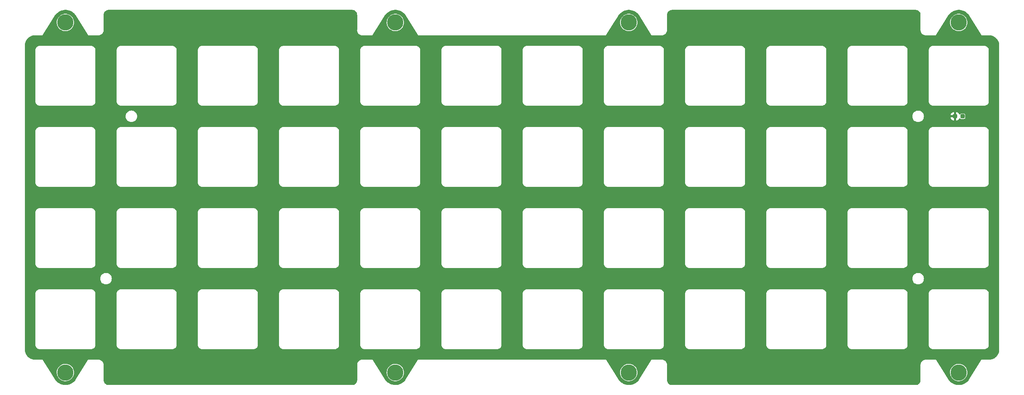
<source format=gbr>
G04 #@! TF.GenerationSoftware,KiCad,Pcbnew,(6.0.5-0)*
G04 #@! TF.CreationDate,2022-06-14T17:56:36-05:00*
G04 #@! TF.ProjectId,plate,706c6174-652e-46b6-9963-61645f706362,rev?*
G04 #@! TF.SameCoordinates,Original*
G04 #@! TF.FileFunction,Copper,L2,Bot*
G04 #@! TF.FilePolarity,Positive*
%FSLAX46Y46*%
G04 Gerber Fmt 4.6, Leading zero omitted, Abs format (unit mm)*
G04 Created by KiCad (PCBNEW (6.0.5-0)) date 2022-06-14 17:56:36*
%MOMM*%
%LPD*%
G01*
G04 APERTURE LIST*
G04 Aperture macros list*
%AMRoundRect*
0 Rectangle with rounded corners*
0 $1 Rounding radius*
0 $2 $3 $4 $5 $6 $7 $8 $9 X,Y pos of 4 corners*
0 Add a 4 corners polygon primitive as box body*
4,1,4,$2,$3,$4,$5,$6,$7,$8,$9,$2,$3,0*
0 Add four circle primitives for the rounded corners*
1,1,$1+$1,$2,$3*
1,1,$1+$1,$4,$5*
1,1,$1+$1,$6,$7*
1,1,$1+$1,$8,$9*
0 Add four rect primitives between the rounded corners*
20,1,$1+$1,$2,$3,$4,$5,0*
20,1,$1+$1,$4,$5,$6,$7,0*
20,1,$1+$1,$6,$7,$8,$9,0*
20,1,$1+$1,$8,$9,$2,$3,0*%
G04 Aperture macros list end*
G04 #@! TA.AperFunction,ComponentPad*
%ADD10C,3.800000*%
G04 #@! TD*
G04 #@! TA.AperFunction,SMDPad,CuDef*
%ADD11RoundRect,0.237500X-0.287500X-0.237500X0.287500X-0.237500X0.287500X0.237500X-0.287500X0.237500X0*%
G04 #@! TD*
G04 #@! TA.AperFunction,ViaPad*
%ADD12C,0.500000*%
G04 #@! TD*
G04 #@! TA.AperFunction,Conductor*
%ADD13C,0.250000*%
G04 #@! TD*
G04 APERTURE END LIST*
D10*
X365520998Y-119657745D03*
X288130308Y-119657745D03*
X233362696Y-119657745D03*
X155972006Y-119657745D03*
X365520998Y-37504539D03*
X288130308Y-37504539D03*
X233362696Y-37504719D03*
X155972006Y-37504719D03*
D11*
X364647182Y-59531300D03*
X366397182Y-59531300D03*
D12*
X363122182Y-59537560D03*
D13*
X363128442Y-59531300D02*
X363122182Y-59537560D01*
X364647182Y-59531300D02*
X363128442Y-59531300D01*
G04 #@! TA.AperFunction,Conductor*
G36*
X298272993Y-34553188D02*
G01*
X298273335Y-34553139D01*
X355393951Y-34553139D01*
X355394427Y-34553160D01*
X355399450Y-34555240D01*
X355403514Y-34553556D01*
X355404930Y-34553618D01*
X355590833Y-34569879D01*
X355612458Y-34573692D01*
X355787371Y-34620564D01*
X355808014Y-34628078D01*
X355972121Y-34704615D01*
X355991146Y-34715601D01*
X356139470Y-34819483D01*
X356156294Y-34833604D01*
X356284325Y-34961672D01*
X356298431Y-34978488D01*
X356330088Y-35023717D01*
X356402272Y-35126848D01*
X356413252Y-35145875D01*
X356489741Y-35310005D01*
X356497249Y-35330650D01*
X356544070Y-35505576D01*
X356547878Y-35527208D01*
X356553484Y-35591520D01*
X356564099Y-35713297D01*
X356564153Y-35714540D01*
X356562474Y-35718591D01*
X356564547Y-35723601D01*
X356564575Y-35724238D01*
X356564575Y-35739956D01*
X356564523Y-35740925D01*
X356564575Y-35741288D01*
X356564575Y-39281060D01*
X356564128Y-39286145D01*
X356562474Y-39290135D01*
X356560836Y-39290134D01*
X356575803Y-39481004D01*
X356620450Y-39667181D01*
X356693677Y-39844079D01*
X356793681Y-40007341D01*
X356917997Y-40152945D01*
X357063564Y-40277305D01*
X357067788Y-40279894D01*
X357067792Y-40279897D01*
X357222572Y-40374768D01*
X357226796Y-40377357D01*
X357231855Y-40379453D01*
X357399095Y-40448741D01*
X357399102Y-40448743D01*
X357403673Y-40450637D01*
X357408490Y-40451794D01*
X357408491Y-40451794D01*
X357425803Y-40455951D01*
X357589836Y-40495340D01*
X357594766Y-40495728D01*
X357594772Y-40495729D01*
X357685434Y-40502865D01*
X357780701Y-40510364D01*
X357780701Y-40508705D01*
X357785406Y-40506757D01*
X357786865Y-40506605D01*
X358286524Y-40506640D01*
X360142684Y-40506770D01*
X360142685Y-40506770D01*
X360161057Y-40506771D01*
X360169387Y-40508166D01*
X360175622Y-40503719D01*
X360182696Y-40500790D01*
X360185928Y-40492989D01*
X360187637Y-40490255D01*
X360187865Y-40490071D01*
X360189518Y-40487245D01*
X362066963Y-37483226D01*
X363485865Y-37483226D01*
X363501802Y-37759623D01*
X363502629Y-37763837D01*
X363502629Y-37763839D01*
X363513417Y-37818825D01*
X363555102Y-38031299D01*
X363556488Y-38035347D01*
X363577593Y-38096988D01*
X363644781Y-38293228D01*
X363769177Y-38540563D01*
X363771603Y-38544092D01*
X363771606Y-38544098D01*
X363809142Y-38598713D01*
X363925990Y-38768727D01*
X364112317Y-38973498D01*
X364160897Y-39014117D01*
X364321419Y-39148335D01*
X364321424Y-39148339D01*
X364324711Y-39151087D01*
X364379095Y-39185202D01*
X364555601Y-39295924D01*
X364555605Y-39295926D01*
X364559241Y-39298207D01*
X364563151Y-39299972D01*
X364563152Y-39299973D01*
X364807656Y-39410371D01*
X364807660Y-39410373D01*
X364811568Y-39412137D01*
X364878077Y-39431838D01*
X365072910Y-39489551D01*
X365072915Y-39489552D01*
X365077023Y-39490769D01*
X365081257Y-39491417D01*
X365081262Y-39491418D01*
X365346451Y-39531997D01*
X365346453Y-39531997D01*
X365350693Y-39532646D01*
X365491603Y-39534860D01*
X365623223Y-39536928D01*
X365623229Y-39536928D01*
X365627514Y-39536995D01*
X365902365Y-39503734D01*
X366170158Y-39433480D01*
X366174118Y-39431840D01*
X366174123Y-39431838D01*
X366298049Y-39380506D01*
X366425940Y-39327532D01*
X366664975Y-39187851D01*
X366882843Y-39017021D01*
X366922182Y-38976427D01*
X367072527Y-38821282D01*
X367075510Y-38818204D01*
X367078043Y-38814756D01*
X367078047Y-38814751D01*
X367236874Y-38598533D01*
X367239412Y-38595078D01*
X367267092Y-38544098D01*
X367369466Y-38355548D01*
X367369467Y-38355546D01*
X367371516Y-38351772D01*
X367469378Y-38092790D01*
X367531186Y-37822921D01*
X367536836Y-37759623D01*
X367555577Y-37549627D01*
X367555797Y-37547162D01*
X367556243Y-37504539D01*
X367537413Y-37228325D01*
X367533081Y-37207404D01*
X367482139Y-36961418D01*
X367481270Y-36957221D01*
X367388854Y-36696246D01*
X367261874Y-36450227D01*
X367251771Y-36435851D01*
X367105147Y-36227228D01*
X367105146Y-36227227D01*
X367102680Y-36223718D01*
X366914219Y-36020909D01*
X366900509Y-36009687D01*
X366703295Y-35848270D01*
X366699977Y-35845554D01*
X366506191Y-35726802D01*
X366467581Y-35703142D01*
X366467580Y-35703142D01*
X366463919Y-35700898D01*
X366459983Y-35699170D01*
X366214341Y-35591340D01*
X366214337Y-35591339D01*
X366210413Y-35589616D01*
X365944149Y-35513769D01*
X365729408Y-35483207D01*
X365674308Y-35475365D01*
X365674306Y-35475365D01*
X365670056Y-35474760D01*
X365665767Y-35474738D01*
X365665760Y-35474737D01*
X365397490Y-35473332D01*
X365397483Y-35473332D01*
X365393204Y-35473310D01*
X365388960Y-35473869D01*
X365388956Y-35473869D01*
X365285109Y-35487541D01*
X365118717Y-35509447D01*
X365114577Y-35510580D01*
X365114575Y-35510580D01*
X365051169Y-35527926D01*
X364851674Y-35582502D01*
X364597016Y-35691122D01*
X364453738Y-35776872D01*
X364363138Y-35831095D01*
X364363134Y-35831098D01*
X364359456Y-35833299D01*
X364356113Y-35835977D01*
X364356109Y-35835980D01*
X364250761Y-35920381D01*
X364143390Y-36006401D01*
X363952815Y-36207225D01*
X363791258Y-36432055D01*
X363661709Y-36676730D01*
X363566565Y-36936724D01*
X363507586Y-37207224D01*
X363507250Y-37211492D01*
X363507250Y-37211493D01*
X363506242Y-37224308D01*
X363485865Y-37483226D01*
X362066963Y-37483226D01*
X363155905Y-35740858D01*
X363158699Y-35737012D01*
X363161827Y-35735160D01*
X363162798Y-35731370D01*
X363166220Y-35726660D01*
X363362584Y-35492602D01*
X363371957Y-35482593D01*
X363594501Y-35269530D01*
X363604927Y-35260586D01*
X363653582Y-35223250D01*
X363849331Y-35073037D01*
X363860672Y-35065279D01*
X364124047Y-34905461D01*
X364136165Y-34898984D01*
X364415374Y-34768796D01*
X364428127Y-34763676D01*
X364719859Y-34664666D01*
X364733092Y-34660966D01*
X365033869Y-34594313D01*
X365047427Y-34592076D01*
X365353676Y-34558572D01*
X365367397Y-34557825D01*
X365521430Y-34557847D01*
X365675463Y-34557870D01*
X365689184Y-34558621D01*
X365995422Y-34592214D01*
X366008979Y-34594455D01*
X366309738Y-34661196D01*
X366322973Y-34664900D01*
X366614676Y-34763996D01*
X366627414Y-34769113D01*
X366906604Y-34899391D01*
X366918703Y-34905862D01*
X367038295Y-34978480D01*
X367182042Y-35065766D01*
X367193380Y-35073528D01*
X367437734Y-35261150D01*
X367448161Y-35270101D01*
X367522752Y-35341556D01*
X367660499Y-35473512D01*
X367670619Y-35483207D01*
X367680009Y-35493239D01*
X367876293Y-35727341D01*
X367879714Y-35732050D01*
X367880686Y-35735851D01*
X367883828Y-35737713D01*
X367886578Y-35741499D01*
X370847555Y-40477411D01*
X370847556Y-40477412D01*
X370857296Y-40492990D01*
X370860526Y-40500789D01*
X370867604Y-40503721D01*
X370873841Y-40508167D01*
X370882164Y-40506772D01*
X370885400Y-40506772D01*
X370885677Y-40506868D01*
X370888942Y-40506772D01*
X372660858Y-40506776D01*
X372660858Y-40506836D01*
X372660962Y-40506819D01*
X372665930Y-40508877D01*
X372670356Y-40507044D01*
X372836490Y-40517095D01*
X372942278Y-40523495D01*
X372957382Y-40525329D01*
X373222202Y-40573862D01*
X373236975Y-40577503D01*
X373381282Y-40622471D01*
X373494026Y-40657604D01*
X373508246Y-40662998D01*
X373753756Y-40773494D01*
X373767225Y-40780562D01*
X373997633Y-40919848D01*
X374010156Y-40928492D01*
X374222092Y-41094533D01*
X374233480Y-41104622D01*
X374423856Y-41294994D01*
X374433946Y-41306383D01*
X374599988Y-41518317D01*
X374608630Y-41530838D01*
X374747922Y-41761247D01*
X374754986Y-41774703D01*
X374865494Y-42020231D01*
X374870886Y-42034449D01*
X374950987Y-42291485D01*
X374954629Y-42306258D01*
X375003169Y-42571095D01*
X375005002Y-42586191D01*
X375021452Y-42858039D01*
X375018939Y-42858191D01*
X375019719Y-42862223D01*
X375019589Y-42862537D01*
X375019947Y-42863401D01*
X375020761Y-42867609D01*
X375021690Y-42867609D01*
X375021690Y-42884000D01*
X375021641Y-42884908D01*
X375021690Y-42885246D01*
X375021690Y-114295071D01*
X375021630Y-114295071D01*
X375021647Y-114295175D01*
X375019589Y-114300143D01*
X375021422Y-114304569D01*
X375020622Y-114317798D01*
X375020621Y-114317799D01*
X375004969Y-114576488D01*
X375003135Y-114591592D01*
X374954600Y-114856417D01*
X374950958Y-114871190D01*
X374870860Y-115128221D01*
X374865465Y-115142447D01*
X374754968Y-115387956D01*
X374747897Y-115401428D01*
X374608610Y-115631833D01*
X374599971Y-115644349D01*
X374433928Y-115856286D01*
X374423838Y-115867675D01*
X374233461Y-116058051D01*
X374222072Y-116068140D01*
X374010144Y-116234174D01*
X373997623Y-116242817D01*
X373767218Y-116382103D01*
X373753747Y-116389173D01*
X373651605Y-116435144D01*
X373508242Y-116499667D01*
X373494019Y-116505062D01*
X373383680Y-116539446D01*
X373236969Y-116585164D01*
X373222196Y-116588805D01*
X372957379Y-116637337D01*
X372942275Y-116639171D01*
X372670326Y-116655624D01*
X372670176Y-116653138D01*
X372666185Y-116653909D01*
X372665930Y-116653803D01*
X372665229Y-116654093D01*
X372660856Y-116654938D01*
X372660856Y-116655905D01*
X372655843Y-116655905D01*
X372644832Y-116655906D01*
X372644518Y-116655906D01*
X372643574Y-116655855D01*
X372643221Y-116655906D01*
X371934826Y-116655950D01*
X370882159Y-116656016D01*
X370873837Y-116654622D01*
X370867603Y-116659068D01*
X370860525Y-116662000D01*
X370857296Y-116669798D01*
X370855584Y-116672537D01*
X370855357Y-116672720D01*
X370853717Y-116675525D01*
X367887529Y-121421259D01*
X367887311Y-121421607D01*
X367884526Y-121425440D01*
X367881394Y-121427296D01*
X367880422Y-121431090D01*
X367877016Y-121435779D01*
X367680664Y-121669915D01*
X367671276Y-121679944D01*
X367637300Y-121712487D01*
X367448748Y-121893086D01*
X367438331Y-121902027D01*
X367289367Y-122016394D01*
X367193921Y-122089673D01*
X367182584Y-122097432D01*
X366919218Y-122257343D01*
X366907104Y-122263823D01*
X366627876Y-122394118D01*
X366615128Y-122399240D01*
X366613542Y-122399779D01*
X366323370Y-122498363D01*
X366310151Y-122502063D01*
X366165373Y-122534198D01*
X366009353Y-122568828D01*
X365995801Y-122571070D01*
X365689500Y-122604693D01*
X365675793Y-122605445D01*
X365522210Y-122605482D01*
X365367662Y-122605520D01*
X365353945Y-122604774D01*
X365082957Y-122575164D01*
X365047652Y-122571306D01*
X365034097Y-122569072D01*
X365032996Y-122568828D01*
X364934107Y-122546930D01*
X364733254Y-122502452D01*
X364720023Y-122498755D01*
X364428223Y-122399779D01*
X364415473Y-122394663D01*
X364136195Y-122264513D01*
X364124077Y-122258040D01*
X364016521Y-122192807D01*
X363860615Y-122098249D01*
X363849278Y-122090498D01*
X363848203Y-122089673D01*
X363604772Y-121902969D01*
X363594347Y-121894028D01*
X363593361Y-121893084D01*
X363507129Y-121810572D01*
X363371730Y-121681013D01*
X363362336Y-121670989D01*
X363361439Y-121669920D01*
X363165887Y-121436974D01*
X363162447Y-121432238D01*
X363161479Y-121428464D01*
X363158368Y-121426624D01*
X363155537Y-121422727D01*
X362039929Y-119636432D01*
X363485865Y-119636432D01*
X363501802Y-119912829D01*
X363502629Y-119917043D01*
X363502629Y-119917045D01*
X363514220Y-119976127D01*
X363555102Y-120184505D01*
X363644781Y-120446434D01*
X363769177Y-120693769D01*
X363771603Y-120697298D01*
X363771606Y-120697304D01*
X363852184Y-120814545D01*
X363925990Y-120921933D01*
X364112317Y-121126704D01*
X364164370Y-121170227D01*
X364321419Y-121301541D01*
X364321424Y-121301545D01*
X364324711Y-121304293D01*
X364379095Y-121338408D01*
X364555601Y-121449130D01*
X364555605Y-121449132D01*
X364559241Y-121451413D01*
X364563151Y-121453178D01*
X364563152Y-121453179D01*
X364807656Y-121563577D01*
X364807660Y-121563579D01*
X364811568Y-121565343D01*
X364815687Y-121566563D01*
X365072910Y-121642757D01*
X365072915Y-121642758D01*
X365077023Y-121643975D01*
X365081257Y-121644623D01*
X365081262Y-121644624D01*
X365346451Y-121685203D01*
X365346453Y-121685203D01*
X365350693Y-121685852D01*
X365491603Y-121688066D01*
X365623223Y-121690134D01*
X365623229Y-121690134D01*
X365627514Y-121690201D01*
X365902365Y-121656940D01*
X366170158Y-121586686D01*
X366174118Y-121585046D01*
X366174123Y-121585044D01*
X366298049Y-121533712D01*
X366425940Y-121480738D01*
X366664975Y-121341057D01*
X366882843Y-121170227D01*
X367075510Y-120971410D01*
X367078043Y-120967962D01*
X367078047Y-120967957D01*
X367236874Y-120751739D01*
X367239412Y-120748284D01*
X367371516Y-120504978D01*
X367469378Y-120245996D01*
X367531186Y-119976127D01*
X367536836Y-119912829D01*
X367555577Y-119702833D01*
X367555797Y-119700368D01*
X367556243Y-119657745D01*
X367537413Y-119381531D01*
X367481270Y-119110427D01*
X367388854Y-118849452D01*
X367261874Y-118603433D01*
X367251771Y-118589057D01*
X367105147Y-118380434D01*
X367105146Y-118380433D01*
X367102680Y-118376924D01*
X366914219Y-118174115D01*
X366900289Y-118162713D01*
X366703295Y-118001476D01*
X366699977Y-117998760D01*
X366487330Y-117868450D01*
X366467581Y-117856348D01*
X366467580Y-117856348D01*
X366463919Y-117854104D01*
X366459983Y-117852376D01*
X366214341Y-117744546D01*
X366214337Y-117744545D01*
X366210413Y-117742822D01*
X365944149Y-117666975D01*
X365741106Y-117638078D01*
X365674308Y-117628571D01*
X365674306Y-117628571D01*
X365670056Y-117627966D01*
X365665767Y-117627944D01*
X365665760Y-117627943D01*
X365397490Y-117626538D01*
X365397483Y-117626538D01*
X365393204Y-117626516D01*
X365388960Y-117627075D01*
X365388956Y-117627075D01*
X365268254Y-117642966D01*
X365118717Y-117662653D01*
X365114577Y-117663786D01*
X365114575Y-117663786D01*
X365030688Y-117686735D01*
X364851674Y-117735708D01*
X364597016Y-117844328D01*
X364453738Y-117930078D01*
X364363138Y-117984301D01*
X364363134Y-117984304D01*
X364359456Y-117986505D01*
X364356113Y-117989183D01*
X364356109Y-117989186D01*
X364344159Y-117998760D01*
X364143390Y-118159607D01*
X363952815Y-118360431D01*
X363791258Y-118585261D01*
X363661709Y-118829936D01*
X363566565Y-119089930D01*
X363507586Y-119360430D01*
X363485865Y-119636432D01*
X362039929Y-119636432D01*
X360187158Y-116669801D01*
X360183925Y-116661998D01*
X360176855Y-116659070D01*
X360170624Y-116654624D01*
X360162291Y-116656017D01*
X360159077Y-116656017D01*
X360158797Y-116655920D01*
X360155497Y-116656017D01*
X358703770Y-116656119D01*
X357793713Y-116656183D01*
X357788313Y-116655709D01*
X357784386Y-116654083D01*
X357784386Y-116652399D01*
X357768380Y-116653659D01*
X357768379Y-116653659D01*
X357598453Y-116667037D01*
X357598447Y-116667038D01*
X357593518Y-116667426D01*
X357588711Y-116668580D01*
X357588707Y-116668581D01*
X357500435Y-116689778D01*
X357407352Y-116712131D01*
X357402782Y-116714024D01*
X357402780Y-116714025D01*
X357235048Y-116783517D01*
X357235042Y-116783520D01*
X357230473Y-116785413D01*
X357198780Y-116804839D01*
X357071462Y-116882879D01*
X357071461Y-116882880D01*
X357067239Y-116885468D01*
X356921670Y-117009830D01*
X356797351Y-117155436D01*
X356697346Y-117318701D01*
X356695451Y-117323280D01*
X356633034Y-117474062D01*
X356624117Y-117495602D01*
X356622962Y-117500417D01*
X356622961Y-117500421D01*
X356580621Y-117676971D01*
X356580620Y-117676977D01*
X356579468Y-117681781D01*
X356579081Y-117686714D01*
X356579081Y-117686715D01*
X356565954Y-117854104D01*
X356564499Y-117872653D01*
X356566159Y-117872653D01*
X356568104Y-117877344D01*
X356568260Y-117878846D01*
X356568260Y-121438184D01*
X356568239Y-121438662D01*
X356566159Y-121443684D01*
X356567843Y-121447748D01*
X356567781Y-121449162D01*
X356551519Y-121635070D01*
X356551485Y-121635453D01*
X356547673Y-121657075D01*
X356512909Y-121786819D01*
X356500703Y-121832373D01*
X356493191Y-121853011D01*
X356416495Y-122017489D01*
X356405513Y-122036510D01*
X356301427Y-122185161D01*
X356287309Y-122201987D01*
X356158981Y-122330314D01*
X356142156Y-122344431D01*
X355993506Y-122448516D01*
X355974484Y-122459499D01*
X355810005Y-122536194D01*
X355789366Y-122543705D01*
X355614076Y-122590671D01*
X355592447Y-122594485D01*
X355406075Y-122610788D01*
X355404735Y-122610846D01*
X355400678Y-122609166D01*
X355395667Y-122611242D01*
X355395087Y-122611267D01*
X355394341Y-122611267D01*
X355379215Y-122611266D01*
X355378307Y-122611217D01*
X355377968Y-122611266D01*
X298259555Y-122609144D01*
X298259321Y-122609134D01*
X298254227Y-122607043D01*
X298250149Y-122608747D01*
X298248948Y-122608696D01*
X298062410Y-122592929D01*
X298040728Y-122589168D01*
X297887150Y-122548445D01*
X297865321Y-122542657D01*
X297844630Y-122535183D01*
X297679991Y-122458861D01*
X297660911Y-122447897D01*
X297512066Y-122344095D01*
X297495184Y-122329979D01*
X297420337Y-122255364D01*
X297366669Y-122201862D01*
X297352501Y-122185025D01*
X297320602Y-122139585D01*
X297248237Y-122036503D01*
X297237215Y-122017456D01*
X297160385Y-121853060D01*
X297152844Y-121832386D01*
X297105790Y-121657132D01*
X297101961Y-121635462D01*
X297095660Y-121563577D01*
X297085648Y-121449360D01*
X297085579Y-121447751D01*
X297087264Y-121443684D01*
X297085187Y-121438672D01*
X297085168Y-121438223D01*
X297085170Y-121437078D01*
X297085186Y-121422720D01*
X297085187Y-121421878D01*
X297085225Y-121421177D01*
X297085188Y-121420918D01*
X297087195Y-119640712D01*
X297089177Y-117881952D01*
X297089649Y-117876606D01*
X297091288Y-117872653D01*
X297092976Y-117872653D01*
X297078006Y-117681780D01*
X297034515Y-117500431D01*
X297034511Y-117500413D01*
X297034509Y-117500407D01*
X297033356Y-117495599D01*
X297031465Y-117491031D01*
X297031463Y-117491025D01*
X296962018Y-117323273D01*
X296962018Y-117323272D01*
X296960124Y-117318698D01*
X296862701Y-117159653D01*
X296862699Y-117159651D01*
X296860116Y-117155434D01*
X296735793Y-117009828D01*
X296590220Y-116885469D01*
X296586003Y-116882884D01*
X296585997Y-116882880D01*
X296431202Y-116788004D01*
X296431196Y-116788001D01*
X296426982Y-116785418D01*
X296422421Y-116783528D01*
X296422414Y-116783525D01*
X296254667Y-116714033D01*
X296254663Y-116714032D01*
X296250099Y-116712141D01*
X296093423Y-116674524D01*
X296068741Y-116668598D01*
X296068740Y-116668598D01*
X296063930Y-116667443D01*
X296059001Y-116667055D01*
X296059000Y-116667055D01*
X295921073Y-116656202D01*
X295873060Y-116652424D01*
X295873060Y-116654083D01*
X295868358Y-116656030D01*
X295866891Y-116656183D01*
X295364190Y-116656148D01*
X293509848Y-116656018D01*
X293509847Y-116656018D01*
X293491474Y-116656017D01*
X293483147Y-116654622D01*
X293476912Y-116659068D01*
X293469837Y-116661998D01*
X293466606Y-116669798D01*
X293464897Y-116672532D01*
X293464669Y-116672716D01*
X293463019Y-116675537D01*
X290496618Y-121421611D01*
X290493836Y-121425440D01*
X290490704Y-121427296D01*
X290489733Y-121431089D01*
X290486315Y-121435794D01*
X290289970Y-121669920D01*
X290280582Y-121679949D01*
X290058061Y-121893084D01*
X290047636Y-121902032D01*
X289803230Y-122089677D01*
X289791899Y-122097432D01*
X289722471Y-122139588D01*
X289528527Y-122257347D01*
X289516413Y-122263827D01*
X289237185Y-122394123D01*
X289224442Y-122399243D01*
X288932673Y-122498370D01*
X288919462Y-122502068D01*
X288618661Y-122568835D01*
X288605107Y-122571077D01*
X288298806Y-122604701D01*
X288285099Y-122605453D01*
X288131558Y-122605491D01*
X287976967Y-122605529D01*
X287963250Y-122604783D01*
X287747579Y-122581217D01*
X287656954Y-122571315D01*
X287643407Y-122569082D01*
X287460081Y-122528486D01*
X287342557Y-122502461D01*
X287329326Y-122498764D01*
X287037526Y-122399788D01*
X287024776Y-122394672D01*
X286839861Y-122308498D01*
X286745487Y-122264517D01*
X286733381Y-122258050D01*
X286469914Y-122098259D01*
X286458578Y-122090508D01*
X286457495Y-122089677D01*
X286214074Y-121902981D01*
X286203663Y-121894054D01*
X285981024Y-121681018D01*
X285971635Y-121670998D01*
X285775265Y-121437078D01*
X285771762Y-121432257D01*
X285770789Y-121428464D01*
X285767663Y-121426615D01*
X285764899Y-121422810D01*
X284649239Y-119636432D01*
X286095175Y-119636432D01*
X286111112Y-119912829D01*
X286111939Y-119917043D01*
X286111939Y-119917045D01*
X286123530Y-119976127D01*
X286164412Y-120184505D01*
X286254091Y-120446434D01*
X286378487Y-120693769D01*
X286380913Y-120697298D01*
X286380916Y-120697304D01*
X286461494Y-120814545D01*
X286535300Y-120921933D01*
X286721627Y-121126704D01*
X286773680Y-121170227D01*
X286930729Y-121301541D01*
X286930734Y-121301545D01*
X286934021Y-121304293D01*
X286988405Y-121338408D01*
X287164911Y-121449130D01*
X287164915Y-121449132D01*
X287168551Y-121451413D01*
X287172461Y-121453178D01*
X287172462Y-121453179D01*
X287416966Y-121563577D01*
X287416970Y-121563579D01*
X287420878Y-121565343D01*
X287424997Y-121566563D01*
X287682220Y-121642757D01*
X287682225Y-121642758D01*
X287686333Y-121643975D01*
X287690567Y-121644623D01*
X287690572Y-121644624D01*
X287955761Y-121685203D01*
X287955763Y-121685203D01*
X287960003Y-121685852D01*
X288100913Y-121688066D01*
X288232533Y-121690134D01*
X288232539Y-121690134D01*
X288236824Y-121690201D01*
X288511675Y-121656940D01*
X288779468Y-121586686D01*
X288783428Y-121585046D01*
X288783433Y-121585044D01*
X288907359Y-121533712D01*
X289035250Y-121480738D01*
X289274285Y-121341057D01*
X289492153Y-121170227D01*
X289684820Y-120971410D01*
X289687353Y-120967962D01*
X289687357Y-120967957D01*
X289846184Y-120751739D01*
X289848722Y-120748284D01*
X289980826Y-120504978D01*
X290078688Y-120245996D01*
X290140496Y-119976127D01*
X290146146Y-119912829D01*
X290164887Y-119702833D01*
X290165107Y-119700368D01*
X290165553Y-119657745D01*
X290146723Y-119381531D01*
X290090580Y-119110427D01*
X289998164Y-118849452D01*
X289871184Y-118603433D01*
X289861081Y-118589057D01*
X289714457Y-118380434D01*
X289714456Y-118380433D01*
X289711990Y-118376924D01*
X289523529Y-118174115D01*
X289509599Y-118162713D01*
X289312605Y-118001476D01*
X289309287Y-117998760D01*
X289096640Y-117868450D01*
X289076891Y-117856348D01*
X289076890Y-117856348D01*
X289073229Y-117854104D01*
X289069293Y-117852376D01*
X288823651Y-117744546D01*
X288823647Y-117744545D01*
X288819723Y-117742822D01*
X288553459Y-117666975D01*
X288350416Y-117638078D01*
X288283618Y-117628571D01*
X288283616Y-117628571D01*
X288279366Y-117627966D01*
X288275077Y-117627944D01*
X288275070Y-117627943D01*
X288006800Y-117626538D01*
X288006793Y-117626538D01*
X288002514Y-117626516D01*
X287998270Y-117627075D01*
X287998266Y-117627075D01*
X287877564Y-117642966D01*
X287728027Y-117662653D01*
X287723887Y-117663786D01*
X287723885Y-117663786D01*
X287639998Y-117686735D01*
X287460984Y-117735708D01*
X287206326Y-117844328D01*
X287063048Y-117930078D01*
X286972448Y-117984301D01*
X286972444Y-117984304D01*
X286968766Y-117986505D01*
X286965423Y-117989183D01*
X286965419Y-117989186D01*
X286953469Y-117998760D01*
X286752700Y-118159607D01*
X286562125Y-118360431D01*
X286400568Y-118585261D01*
X286271019Y-118829936D01*
X286175875Y-119089930D01*
X286116896Y-119360430D01*
X286095175Y-119636432D01*
X284649239Y-119636432D01*
X283201728Y-117318698D01*
X282796468Y-116669801D01*
X282793236Y-116661999D01*
X282786164Y-116659070D01*
X282779934Y-116654624D01*
X282771604Y-116656016D01*
X282768385Y-116656016D01*
X282768109Y-116655920D01*
X282764822Y-116656016D01*
X270893549Y-116656021D01*
X238723869Y-116656035D01*
X238715546Y-116654638D01*
X238709305Y-116659085D01*
X238702224Y-116662018D01*
X238698995Y-116669815D01*
X238697280Y-116672557D01*
X238697050Y-116672742D01*
X238695419Y-116675531D01*
X237865928Y-118001476D01*
X235726561Y-121421264D01*
X235723773Y-121425098D01*
X235720642Y-121426952D01*
X235719670Y-121430742D01*
X235716252Y-121435443D01*
X235519941Y-121669334D01*
X235510547Y-121679361D01*
X235288087Y-121892257D01*
X235277658Y-121901201D01*
X235033337Y-122088612D01*
X235021996Y-122096367D01*
X234758728Y-122256059D01*
X234746609Y-122262534D01*
X234467511Y-122392614D01*
X234454760Y-122397730D01*
X234353124Y-122432208D01*
X234163160Y-122496649D01*
X234149941Y-122500343D01*
X233967027Y-122540852D01*
X233849300Y-122566924D01*
X233835744Y-122569159D01*
X233529650Y-122602609D01*
X233515931Y-122603355D01*
X233362035Y-122603317D01*
X233208001Y-122603279D01*
X233194310Y-122602528D01*
X232888195Y-122568922D01*
X232874668Y-122566685D01*
X232713470Y-122530901D01*
X232574048Y-122499951D01*
X232560818Y-122496246D01*
X232269284Y-122397189D01*
X232256535Y-122392067D01*
X231977493Y-122261844D01*
X231965380Y-122255364D01*
X231702190Y-122095541D01*
X231690853Y-122087780D01*
X231498250Y-121939889D01*
X231446625Y-121900248D01*
X231436201Y-121891299D01*
X231385806Y-121843022D01*
X231248415Y-121711407D01*
X231213852Y-121678297D01*
X231204463Y-121668266D01*
X231008234Y-121434238D01*
X231004842Y-121429568D01*
X231003874Y-121425785D01*
X231000749Y-121423933D01*
X230997939Y-121420065D01*
X229883101Y-119636432D01*
X231327563Y-119636432D01*
X231343500Y-119912829D01*
X231344327Y-119917043D01*
X231344327Y-119917045D01*
X231355918Y-119976127D01*
X231396800Y-120184505D01*
X231486479Y-120446434D01*
X231610875Y-120693769D01*
X231613301Y-120697298D01*
X231613304Y-120697304D01*
X231693882Y-120814545D01*
X231767688Y-120921933D01*
X231954015Y-121126704D01*
X232006068Y-121170227D01*
X232163117Y-121301541D01*
X232163122Y-121301545D01*
X232166409Y-121304293D01*
X232220793Y-121338408D01*
X232397299Y-121449130D01*
X232397303Y-121449132D01*
X232400939Y-121451413D01*
X232404849Y-121453178D01*
X232404850Y-121453179D01*
X232649354Y-121563577D01*
X232649358Y-121563579D01*
X232653266Y-121565343D01*
X232657385Y-121566563D01*
X232914608Y-121642757D01*
X232914613Y-121642758D01*
X232918721Y-121643975D01*
X232922955Y-121644623D01*
X232922960Y-121644624D01*
X233188149Y-121685203D01*
X233188151Y-121685203D01*
X233192391Y-121685852D01*
X233333301Y-121688066D01*
X233464921Y-121690134D01*
X233464927Y-121690134D01*
X233469212Y-121690201D01*
X233744063Y-121656940D01*
X234011856Y-121586686D01*
X234015816Y-121585046D01*
X234015821Y-121585044D01*
X234139747Y-121533712D01*
X234267638Y-121480738D01*
X234506673Y-121341057D01*
X234724541Y-121170227D01*
X234917208Y-120971410D01*
X234919741Y-120967962D01*
X234919745Y-120967957D01*
X235078572Y-120751739D01*
X235081110Y-120748284D01*
X235213214Y-120504978D01*
X235311076Y-120245996D01*
X235372884Y-119976127D01*
X235378534Y-119912829D01*
X235397275Y-119702833D01*
X235397495Y-119700368D01*
X235397941Y-119657745D01*
X235379111Y-119381531D01*
X235322968Y-119110427D01*
X235230552Y-118849452D01*
X235103572Y-118603433D01*
X235093469Y-118589057D01*
X234946845Y-118380434D01*
X234946844Y-118380433D01*
X234944378Y-118376924D01*
X234755917Y-118174115D01*
X234741987Y-118162713D01*
X234544993Y-118001476D01*
X234541675Y-117998760D01*
X234329028Y-117868450D01*
X234309279Y-117856348D01*
X234309278Y-117856348D01*
X234305617Y-117854104D01*
X234301681Y-117852376D01*
X234056039Y-117744546D01*
X234056035Y-117744545D01*
X234052111Y-117742822D01*
X233785847Y-117666975D01*
X233582804Y-117638078D01*
X233516006Y-117628571D01*
X233516004Y-117628571D01*
X233511754Y-117627966D01*
X233507465Y-117627944D01*
X233507458Y-117627943D01*
X233239188Y-117626538D01*
X233239181Y-117626538D01*
X233234902Y-117626516D01*
X233230658Y-117627075D01*
X233230654Y-117627075D01*
X233109952Y-117642966D01*
X232960415Y-117662653D01*
X232956275Y-117663786D01*
X232956273Y-117663786D01*
X232872386Y-117686735D01*
X232693372Y-117735708D01*
X232438714Y-117844328D01*
X232295436Y-117930078D01*
X232204836Y-117984301D01*
X232204832Y-117984304D01*
X232201154Y-117986505D01*
X232197811Y-117989183D01*
X232197807Y-117989186D01*
X232185857Y-117998760D01*
X231985088Y-118159607D01*
X231794513Y-118360431D01*
X231632956Y-118585261D01*
X231503407Y-118829936D01*
X231408263Y-119089930D01*
X231349284Y-119360430D01*
X231327563Y-119636432D01*
X229883101Y-119636432D01*
X228038594Y-116685399D01*
X228038593Y-116685398D01*
X228028855Y-116669818D01*
X228025623Y-116662017D01*
X228018550Y-116659088D01*
X228012313Y-116654640D01*
X228003982Y-116656036D01*
X228000766Y-116656036D01*
X228000486Y-116655939D01*
X227997208Y-116656036D01*
X226562668Y-116656137D01*
X225635530Y-116656202D01*
X225629979Y-116655715D01*
X225626084Y-116654102D01*
X225626084Y-116652397D01*
X225610078Y-116653657D01*
X225610077Y-116653657D01*
X225440149Y-116667035D01*
X225440143Y-116667036D01*
X225435214Y-116667424D01*
X225430407Y-116668578D01*
X225430403Y-116668579D01*
X225360415Y-116685386D01*
X225249046Y-116712130D01*
X225072166Y-116785414D01*
X225067948Y-116788000D01*
X225067945Y-116788001D01*
X224913158Y-116882879D01*
X224913157Y-116882880D01*
X224908930Y-116885471D01*
X224763361Y-117009836D01*
X224639042Y-117155445D01*
X224636450Y-117159676D01*
X224636449Y-117159678D01*
X224556662Y-117289939D01*
X224539038Y-117318713D01*
X224465810Y-117495616D01*
X224421163Y-117681798D01*
X224420776Y-117686735D01*
X224407538Y-117855574D01*
X224406197Y-117872673D01*
X224407857Y-117872672D01*
X224409801Y-117877362D01*
X224409958Y-117878867D01*
X224409958Y-121438212D01*
X224409938Y-121438662D01*
X224407857Y-121443691D01*
X224409542Y-121447756D01*
X224409481Y-121449162D01*
X224393263Y-121635067D01*
X224389454Y-121656701D01*
X224342625Y-121831628D01*
X224335116Y-121852271D01*
X224258624Y-122016394D01*
X224247645Y-122035420D01*
X224143801Y-122183779D01*
X224129687Y-122200605D01*
X224001667Y-122328662D01*
X223984842Y-122342783D01*
X223836516Y-122446669D01*
X223817498Y-122457653D01*
X223813540Y-122459499D01*
X223653387Y-122534198D01*
X223632746Y-122541712D01*
X223457836Y-122588592D01*
X223436206Y-122592407D01*
X223268982Y-122607044D01*
X223250462Y-122608665D01*
X223248909Y-122608733D01*
X223244831Y-122607044D01*
X223239792Y-122609131D01*
X223239476Y-122609145D01*
X223223350Y-122609145D01*
X223222451Y-122609097D01*
X223222117Y-122609145D01*
X166101502Y-122609145D01*
X166101034Y-122609125D01*
X166096011Y-122607044D01*
X166091948Y-122608727D01*
X166090520Y-122608665D01*
X165904635Y-122592401D01*
X165883001Y-122588586D01*
X165708091Y-122541712D01*
X165687449Y-122534198D01*
X165523337Y-122457657D01*
X165504314Y-122446672D01*
X165355990Y-122342793D01*
X165339164Y-122328671D01*
X165211136Y-122200610D01*
X165197018Y-122183780D01*
X165093177Y-122035430D01*
X165082197Y-122016405D01*
X165005697Y-121852271D01*
X164998188Y-121831626D01*
X164951360Y-121656704D01*
X164947551Y-121635070D01*
X164931362Y-121449497D01*
X164931288Y-121447789D01*
X164932986Y-121443691D01*
X164930888Y-121438623D01*
X164930885Y-121438547D01*
X164930885Y-121422297D01*
X164930936Y-121421344D01*
X164930885Y-121420989D01*
X164930885Y-117881932D01*
X164931353Y-117876612D01*
X164932986Y-117872672D01*
X164934657Y-117872673D01*
X164919690Y-117681800D01*
X164875043Y-117495619D01*
X164866121Y-117474065D01*
X164803708Y-117323296D01*
X164801813Y-117318718D01*
X164701807Y-117155453D01*
X164674533Y-117123509D01*
X164580704Y-117013617D01*
X164577486Y-117009848D01*
X164542396Y-116979871D01*
X164435686Y-116888710D01*
X164435683Y-116888708D01*
X164431914Y-116885488D01*
X164268677Y-116785437D01*
X164264098Y-116783540D01*
X164264096Y-116783539D01*
X164096368Y-116714054D01*
X164096367Y-116714054D01*
X164091796Y-116712160D01*
X163905627Y-116667461D01*
X163900700Y-116667073D01*
X163900698Y-116667073D01*
X163785968Y-116658046D01*
X163714758Y-116652443D01*
X163714758Y-116654102D01*
X163710056Y-116656049D01*
X163708588Y-116656202D01*
X163113705Y-116656160D01*
X161351535Y-116656037D01*
X161351534Y-116656037D01*
X161333962Y-116656036D01*
X161324856Y-116654507D01*
X161318176Y-116659267D01*
X161311535Y-116662017D01*
X161308465Y-116669427D01*
X161306425Y-116672689D01*
X161306284Y-116672802D01*
X161305276Y-116674524D01*
X158335875Y-121421259D01*
X158333083Y-121425099D01*
X158329952Y-121426952D01*
X158328979Y-121430744D01*
X158325565Y-121435440D01*
X158129251Y-121669336D01*
X158119857Y-121679363D01*
X158008627Y-121785812D01*
X157898387Y-121891313D01*
X157897397Y-121892260D01*
X157886971Y-121901201D01*
X157759904Y-121998671D01*
X157642643Y-122088619D01*
X157631301Y-122096374D01*
X157368040Y-122256061D01*
X157355922Y-122262536D01*
X157076810Y-122392624D01*
X157064077Y-122397732D01*
X156772477Y-122496652D01*
X156759246Y-122500350D01*
X156458598Y-122566933D01*
X156445055Y-122569166D01*
X156267387Y-122588582D01*
X156138956Y-122602617D01*
X156125237Y-122603363D01*
X155970748Y-122603325D01*
X155817315Y-122603287D01*
X155803605Y-122602535D01*
X155695532Y-122590671D01*
X155497513Y-122568932D01*
X155483958Y-122566690D01*
X155288944Y-122523400D01*
X155183357Y-122499962D01*
X155170131Y-122496258D01*
X154878578Y-122397195D01*
X154865830Y-122392073D01*
X154586797Y-122261855D01*
X154574681Y-122255374D01*
X154456783Y-122183780D01*
X154311490Y-122095551D01*
X154300153Y-122087790D01*
X154055930Y-121900262D01*
X154045505Y-121891313D01*
X153823146Y-121678303D01*
X153813757Y-121668271D01*
X153617601Y-121434330D01*
X153614158Y-121429590D01*
X153613184Y-121425785D01*
X153610041Y-121423922D01*
X153607305Y-121420155D01*
X152492441Y-119636432D01*
X153936873Y-119636432D01*
X153952810Y-119912829D01*
X153953637Y-119917043D01*
X153953637Y-119917045D01*
X153965228Y-119976127D01*
X154006110Y-120184505D01*
X154095789Y-120446434D01*
X154220185Y-120693769D01*
X154222611Y-120697298D01*
X154222614Y-120697304D01*
X154303192Y-120814545D01*
X154376998Y-120921933D01*
X154563325Y-121126704D01*
X154615378Y-121170227D01*
X154772427Y-121301541D01*
X154772432Y-121301545D01*
X154775719Y-121304293D01*
X154830103Y-121338408D01*
X155006609Y-121449130D01*
X155006613Y-121449132D01*
X155010249Y-121451413D01*
X155014159Y-121453178D01*
X155014160Y-121453179D01*
X155258664Y-121563577D01*
X155258668Y-121563579D01*
X155262576Y-121565343D01*
X155266695Y-121566563D01*
X155523918Y-121642757D01*
X155523923Y-121642758D01*
X155528031Y-121643975D01*
X155532265Y-121644623D01*
X155532270Y-121644624D01*
X155797459Y-121685203D01*
X155797461Y-121685203D01*
X155801701Y-121685852D01*
X155942611Y-121688066D01*
X156074231Y-121690134D01*
X156074237Y-121690134D01*
X156078522Y-121690201D01*
X156353373Y-121656940D01*
X156621166Y-121586686D01*
X156625126Y-121585046D01*
X156625131Y-121585044D01*
X156749057Y-121533712D01*
X156876948Y-121480738D01*
X157115983Y-121341057D01*
X157333851Y-121170227D01*
X157526518Y-120971410D01*
X157529051Y-120967962D01*
X157529055Y-120967957D01*
X157687882Y-120751739D01*
X157690420Y-120748284D01*
X157822524Y-120504978D01*
X157920386Y-120245996D01*
X157982194Y-119976127D01*
X157987844Y-119912829D01*
X158006585Y-119702833D01*
X158006805Y-119700368D01*
X158007251Y-119657745D01*
X157988421Y-119381531D01*
X157932278Y-119110427D01*
X157839862Y-118849452D01*
X157712882Y-118603433D01*
X157702779Y-118589057D01*
X157556155Y-118380434D01*
X157556154Y-118380433D01*
X157553688Y-118376924D01*
X157365227Y-118174115D01*
X157351297Y-118162713D01*
X157154303Y-118001476D01*
X157150985Y-117998760D01*
X156938338Y-117868450D01*
X156918589Y-117856348D01*
X156918588Y-117856348D01*
X156914927Y-117854104D01*
X156910991Y-117852376D01*
X156665349Y-117744546D01*
X156665345Y-117744545D01*
X156661421Y-117742822D01*
X156395157Y-117666975D01*
X156192114Y-117638078D01*
X156125316Y-117628571D01*
X156125314Y-117628571D01*
X156121064Y-117627966D01*
X156116775Y-117627944D01*
X156116768Y-117627943D01*
X155848498Y-117626538D01*
X155848491Y-117626538D01*
X155844212Y-117626516D01*
X155839968Y-117627075D01*
X155839964Y-117627075D01*
X155719262Y-117642966D01*
X155569725Y-117662653D01*
X155565585Y-117663786D01*
X155565583Y-117663786D01*
X155481696Y-117686735D01*
X155302682Y-117735708D01*
X155048024Y-117844328D01*
X154904746Y-117930078D01*
X154814146Y-117984301D01*
X154814142Y-117984304D01*
X154810464Y-117986505D01*
X154807121Y-117989183D01*
X154807117Y-117989186D01*
X154795167Y-117998760D01*
X154594398Y-118159607D01*
X154403823Y-118360431D01*
X154242266Y-118585261D01*
X154112717Y-118829936D01*
X154017573Y-119089930D01*
X153958594Y-119360430D01*
X153936873Y-119636432D01*
X152492441Y-119636432D01*
X151154387Y-117495616D01*
X150638164Y-116669686D01*
X150634934Y-116661887D01*
X150627858Y-116658956D01*
X150621623Y-116654510D01*
X150613299Y-116655904D01*
X150610066Y-116655904D01*
X150609789Y-116655808D01*
X150606532Y-116655904D01*
X148834885Y-116655904D01*
X148834885Y-116655867D01*
X148834821Y-116655877D01*
X148829842Y-116653815D01*
X148825416Y-116655648D01*
X148553488Y-116639204D01*
X148538388Y-116637370D01*
X148405976Y-116613107D01*
X148273567Y-116588844D01*
X148258793Y-116585203D01*
X148001752Y-116505108D01*
X147987525Y-116499713D01*
X147742009Y-116389218D01*
X147728536Y-116382147D01*
X147498126Y-116242861D01*
X147485604Y-116234217D01*
X147273672Y-116068180D01*
X147262283Y-116058090D01*
X147071913Y-115867720D01*
X147061822Y-115856331D01*
X146895777Y-115644388D01*
X146887134Y-115631866D01*
X146747852Y-115401462D01*
X146740781Y-115387989D01*
X146630286Y-115142473D01*
X146624891Y-115128246D01*
X146546661Y-114877187D01*
X146544796Y-114871203D01*
X146541156Y-114856433D01*
X146492629Y-114591611D01*
X146490795Y-114576506D01*
X146474351Y-114304579D01*
X146476847Y-114304428D01*
X146476073Y-114300424D01*
X146476183Y-114300157D01*
X146475879Y-114299423D01*
X146475040Y-114295084D01*
X146474082Y-114295084D01*
X146474082Y-114278733D01*
X146474132Y-114277799D01*
X146474082Y-114277450D01*
X146474082Y-113156700D01*
X148943083Y-113156700D01*
X148958723Y-113335460D01*
X148960149Y-113340780D01*
X148960149Y-113340782D01*
X149003742Y-113503471D01*
X149003743Y-113503473D01*
X149005167Y-113508788D01*
X149007492Y-113513774D01*
X149007493Y-113513776D01*
X149068197Y-113643952D01*
X149081004Y-113671417D01*
X149183930Y-113818407D01*
X149310817Y-113945290D01*
X149457809Y-114048212D01*
X149516870Y-114075751D01*
X149615452Y-114121718D01*
X149615455Y-114121719D01*
X149620441Y-114124044D01*
X149793771Y-114170483D01*
X149799251Y-114170962D01*
X149799255Y-114170963D01*
X149954842Y-114184570D01*
X149972531Y-114186117D01*
X149972531Y-114184301D01*
X149977270Y-114182338D01*
X149978657Y-114182200D01*
X161963384Y-114182200D01*
X161968518Y-114182639D01*
X161972531Y-114184301D01*
X161972531Y-114186147D01*
X161989032Y-114184703D01*
X162017632Y-114182200D01*
X162151289Y-114170503D01*
X162156667Y-114169062D01*
X162285640Y-114134500D01*
X162324614Y-114124056D01*
X162329624Y-114121720D01*
X162475192Y-114053836D01*
X162487241Y-114048217D01*
X162555168Y-114000652D01*
X162629721Y-113948448D01*
X162629725Y-113948445D01*
X162634229Y-113945291D01*
X162761111Y-113818405D01*
X162864032Y-113671415D01*
X162866366Y-113666410D01*
X162937540Y-113513774D01*
X162937543Y-113513766D01*
X162939866Y-113508785D01*
X162944902Y-113489992D01*
X162984882Y-113340780D01*
X162986308Y-113335458D01*
X163001947Y-113156700D01*
X167993183Y-113156700D01*
X167994606Y-113172967D01*
X167994606Y-113172968D01*
X167994895Y-113176273D01*
X168008822Y-113335458D01*
X168055265Y-113508783D01*
X168090685Y-113584742D01*
X168128774Y-113666424D01*
X168128775Y-113666425D01*
X168131100Y-113671411D01*
X168234024Y-113818400D01*
X168357019Y-113941395D01*
X168357025Y-113941400D01*
X168360908Y-113945283D01*
X168365414Y-113948438D01*
X168365415Y-113948439D01*
X168439984Y-114000652D01*
X168507897Y-114048205D01*
X168512887Y-114050532D01*
X168512889Y-114050533D01*
X168665539Y-114121713D01*
X168665543Y-114121714D01*
X168670526Y-114124038D01*
X168675834Y-114125460D01*
X168675839Y-114125462D01*
X168764373Y-114149183D01*
X168843853Y-114170479D01*
X168849330Y-114170958D01*
X168849335Y-114170959D01*
X169004923Y-114184570D01*
X169004925Y-114184570D01*
X169022610Y-114186117D01*
X169022610Y-114184301D01*
X169027349Y-114182338D01*
X169028734Y-114182200D01*
X181013578Y-114182200D01*
X181018568Y-114182627D01*
X181022610Y-114184301D01*
X181022610Y-114186127D01*
X181201367Y-114170486D01*
X181206686Y-114169061D01*
X181206690Y-114169060D01*
X181336940Y-114134158D01*
X181374692Y-114124042D01*
X181537319Y-114048207D01*
X181541868Y-114045022D01*
X181679802Y-113948438D01*
X181679806Y-113948435D01*
X181684307Y-113945283D01*
X181811190Y-113818399D01*
X181814354Y-113813880D01*
X181910955Y-113675920D01*
X181910958Y-113675915D01*
X181914112Y-113671411D01*
X181947442Y-113599935D01*
X181987623Y-113513766D01*
X181987626Y-113513759D01*
X181989946Y-113508783D01*
X181991370Y-113503471D01*
X182034963Y-113340774D01*
X182036388Y-113335457D01*
X182052027Y-113156700D01*
X182050211Y-113156700D01*
X182048248Y-113151961D01*
X182048110Y-113150575D01*
X182048110Y-101165620D01*
X182048524Y-101160772D01*
X182050211Y-101156700D01*
X182052017Y-101156700D01*
X187043273Y-101156700D01*
X187045089Y-101156700D01*
X187047052Y-101161439D01*
X187047190Y-101162825D01*
X187047190Y-113147780D01*
X187046776Y-113152628D01*
X187045089Y-113156700D01*
X187043283Y-113156700D01*
X187058922Y-113335455D01*
X187060344Y-113340761D01*
X187060346Y-113340770D01*
X187082143Y-113422117D01*
X187105364Y-113508779D01*
X187107687Y-113513761D01*
X187107690Y-113513768D01*
X187168398Y-113643958D01*
X187181197Y-113671406D01*
X187184357Y-113675919D01*
X187261721Y-113786406D01*
X187284118Y-113818393D01*
X187287999Y-113822274D01*
X187288006Y-113822282D01*
X187410999Y-113945275D01*
X187415733Y-113948590D01*
X187553478Y-114045042D01*
X187553483Y-114045045D01*
X187557986Y-114048198D01*
X187562968Y-114050521D01*
X187562975Y-114050525D01*
X187704178Y-114116370D01*
X187720611Y-114124033D01*
X187725925Y-114125457D01*
X187725928Y-114125458D01*
X187888612Y-114169050D01*
X187888616Y-114169051D01*
X187893935Y-114170476D01*
X188072690Y-114186117D01*
X188072690Y-114184301D01*
X188077431Y-114182337D01*
X188078810Y-114182200D01*
X200063768Y-114182200D01*
X200068619Y-114182615D01*
X200072690Y-114184301D01*
X200072690Y-114186107D01*
X200088960Y-114184684D01*
X200088962Y-114184684D01*
X200207857Y-114174283D01*
X200251446Y-114170470D01*
X200256755Y-114169048D01*
X200256758Y-114169047D01*
X200419456Y-114125453D01*
X200419458Y-114125452D01*
X200424770Y-114124029D01*
X200429756Y-114121704D01*
X200429759Y-114121703D01*
X200499506Y-114089180D01*
X200587398Y-114048196D01*
X200591900Y-114045044D01*
X200591903Y-114045042D01*
X200729882Y-113948429D01*
X200729887Y-113948425D01*
X200734386Y-113945275D01*
X200861269Y-113818394D01*
X200964191Y-113671406D01*
X200966514Y-113666424D01*
X200966517Y-113666419D01*
X201037703Y-113513759D01*
X201040025Y-113508780D01*
X201041450Y-113503464D01*
X201085043Y-113340774D01*
X201085043Y-113340773D01*
X201086468Y-113335456D01*
X201102107Y-113156700D01*
X201100291Y-113156700D01*
X201098328Y-113151960D01*
X201098190Y-113150576D01*
X201098190Y-101165737D01*
X201098617Y-101160741D01*
X201100291Y-101156700D01*
X201102117Y-101156700D01*
X206093353Y-101156700D01*
X206095169Y-101156700D01*
X206097132Y-101161439D01*
X206097270Y-101162825D01*
X206097270Y-113147896D01*
X206096868Y-113152598D01*
X206095169Y-113156700D01*
X206093383Y-113156700D01*
X206101010Y-113243879D01*
X206108543Y-113329976D01*
X206109022Y-113335453D01*
X206110444Y-113340759D01*
X206110444Y-113340761D01*
X206154037Y-113503456D01*
X206155462Y-113508775D01*
X206157786Y-113513759D01*
X206157787Y-113513761D01*
X206220037Y-113647258D01*
X206231294Y-113671400D01*
X206334212Y-113818386D01*
X206461090Y-113945268D01*
X206465594Y-113948422D01*
X206465598Y-113948425D01*
X206540192Y-114000658D01*
X206608074Y-114048191D01*
X206613053Y-114050513D01*
X206613055Y-114050514D01*
X206761417Y-114119700D01*
X206770696Y-114124027D01*
X206897540Y-114158018D01*
X206938696Y-114169047D01*
X206944017Y-114170473D01*
X207122769Y-114186117D01*
X207122769Y-114184301D01*
X207127511Y-114182337D01*
X207128888Y-114182200D01*
X219113962Y-114182200D01*
X219118669Y-114182602D01*
X219122769Y-114184301D01*
X219122769Y-114186087D01*
X219301524Y-114170453D01*
X219306834Y-114169030D01*
X219306836Y-114169030D01*
X219359881Y-114154818D01*
X219474849Y-114124016D01*
X219637476Y-114048186D01*
X219784464Y-113945267D01*
X219911347Y-113818388D01*
X220014270Y-113671402D01*
X220090105Y-113508778D01*
X220091529Y-113503464D01*
X220091530Y-113503461D01*
X220135123Y-113340773D01*
X220135123Y-113340772D01*
X220136548Y-113335455D01*
X220152187Y-113156700D01*
X225143383Y-113156700D01*
X225159023Y-113335462D01*
X225205468Y-113508792D01*
X225281307Y-113671423D01*
X225284461Y-113675927D01*
X225284462Y-113675929D01*
X225381071Y-113813894D01*
X225384236Y-113818414D01*
X225511125Y-113945298D01*
X225658121Y-114048218D01*
X225717171Y-114075751D01*
X225815769Y-114121724D01*
X225815772Y-114121725D01*
X225820756Y-114124049D01*
X225826067Y-114125472D01*
X225826073Y-114125474D01*
X225988772Y-114169062D01*
X225988777Y-114169063D01*
X225994089Y-114170486D01*
X226172851Y-114186117D01*
X226172851Y-114184301D01*
X226177589Y-114182338D01*
X226178978Y-114182200D01*
X238164156Y-114182200D01*
X238168719Y-114182590D01*
X238172849Y-114184301D01*
X238172849Y-114186067D01*
X238351603Y-114170437D01*
X238524927Y-114124002D01*
X238687554Y-114048175D01*
X238834542Y-113945259D01*
X238838425Y-113941376D01*
X238838430Y-113941372D01*
X238897989Y-113881816D01*
X238961426Y-113818382D01*
X238986128Y-113783106D01*
X239061196Y-113675901D01*
X239061197Y-113675900D01*
X239064349Y-113671398D01*
X239077148Y-113643953D01*
X239137851Y-113513780D01*
X239140185Y-113508775D01*
X239186628Y-113335453D01*
X239202267Y-113156700D01*
X244193483Y-113156700D01*
X244209123Y-113335460D01*
X244210549Y-113340780D01*
X244210549Y-113340782D01*
X244254142Y-113503471D01*
X244254143Y-113503473D01*
X244255567Y-113508788D01*
X244257892Y-113513774D01*
X244257893Y-113513776D01*
X244318597Y-113643952D01*
X244331404Y-113671417D01*
X244434330Y-113818407D01*
X244561217Y-113945290D01*
X244708209Y-114048212D01*
X244767270Y-114075751D01*
X244865852Y-114121718D01*
X244865855Y-114121719D01*
X244870841Y-114124044D01*
X245044171Y-114170483D01*
X245049651Y-114170962D01*
X245049655Y-114170963D01*
X245205242Y-114184570D01*
X245222931Y-114186117D01*
X245222931Y-114184301D01*
X245227670Y-114182338D01*
X245229057Y-114182200D01*
X257213784Y-114182200D01*
X257218918Y-114182639D01*
X257222931Y-114184301D01*
X257222931Y-114186147D01*
X257239432Y-114184703D01*
X257268032Y-114182200D01*
X257401689Y-114170503D01*
X257407067Y-114169062D01*
X257536040Y-114134500D01*
X257575014Y-114124056D01*
X257580024Y-114121720D01*
X257725592Y-114053836D01*
X257737641Y-114048217D01*
X257805568Y-114000652D01*
X257880121Y-113948448D01*
X257880125Y-113948445D01*
X257884629Y-113945291D01*
X258011511Y-113818405D01*
X258114432Y-113671415D01*
X258116766Y-113666410D01*
X258187940Y-113513774D01*
X258187943Y-113513766D01*
X258190266Y-113508785D01*
X258195302Y-113489992D01*
X258235282Y-113340780D01*
X258236708Y-113335458D01*
X258252347Y-113156700D01*
X263243583Y-113156700D01*
X263245006Y-113172967D01*
X263245006Y-113172968D01*
X263245295Y-113176273D01*
X263259222Y-113335458D01*
X263305665Y-113508783D01*
X263341085Y-113584742D01*
X263379174Y-113666424D01*
X263379175Y-113666425D01*
X263381500Y-113671411D01*
X263484424Y-113818400D01*
X263607419Y-113941395D01*
X263607425Y-113941400D01*
X263611308Y-113945283D01*
X263615814Y-113948438D01*
X263615815Y-113948439D01*
X263690384Y-114000652D01*
X263758297Y-114048205D01*
X263763287Y-114050532D01*
X263763289Y-114050533D01*
X263915939Y-114121713D01*
X263915943Y-114121714D01*
X263920926Y-114124038D01*
X263926234Y-114125460D01*
X263926239Y-114125462D01*
X264014773Y-114149183D01*
X264094253Y-114170479D01*
X264099730Y-114170958D01*
X264099735Y-114170959D01*
X264255323Y-114184570D01*
X264255325Y-114184570D01*
X264273010Y-114186117D01*
X264273010Y-114184301D01*
X264277749Y-114182338D01*
X264279134Y-114182200D01*
X276263978Y-114182200D01*
X276268968Y-114182627D01*
X276273010Y-114184301D01*
X276273010Y-114186127D01*
X276451767Y-114170486D01*
X276457086Y-114169061D01*
X276457090Y-114169060D01*
X276587340Y-114134158D01*
X276625092Y-114124042D01*
X276787719Y-114048207D01*
X276792268Y-114045022D01*
X276930202Y-113948438D01*
X276930206Y-113948435D01*
X276934707Y-113945283D01*
X277061590Y-113818399D01*
X277064754Y-113813880D01*
X277161355Y-113675920D01*
X277161358Y-113675915D01*
X277164512Y-113671411D01*
X277197842Y-113599935D01*
X277238023Y-113513766D01*
X277238026Y-113513759D01*
X277240346Y-113508783D01*
X277241770Y-113503471D01*
X277285363Y-113340774D01*
X277286788Y-113335457D01*
X277302427Y-113156700D01*
X277300611Y-113156700D01*
X277298648Y-113151961D01*
X277298510Y-113150575D01*
X277298510Y-101165620D01*
X277298924Y-101160772D01*
X277300611Y-101156700D01*
X277302417Y-101156700D01*
X282293673Y-101156700D01*
X282295489Y-101156700D01*
X282297452Y-101161439D01*
X282297590Y-101162825D01*
X282297590Y-113147780D01*
X282297176Y-113152628D01*
X282295489Y-113156700D01*
X282293683Y-113156700D01*
X282309322Y-113335455D01*
X282310744Y-113340761D01*
X282310746Y-113340770D01*
X282332543Y-113422117D01*
X282355764Y-113508779D01*
X282358087Y-113513761D01*
X282358090Y-113513768D01*
X282418798Y-113643958D01*
X282431597Y-113671406D01*
X282434757Y-113675919D01*
X282512121Y-113786406D01*
X282534518Y-113818393D01*
X282538399Y-113822274D01*
X282538406Y-113822282D01*
X282661399Y-113945275D01*
X282666133Y-113948590D01*
X282803878Y-114045042D01*
X282803883Y-114045045D01*
X282808386Y-114048198D01*
X282813368Y-114050521D01*
X282813375Y-114050525D01*
X282954578Y-114116370D01*
X282971011Y-114124033D01*
X282976325Y-114125457D01*
X282976328Y-114125458D01*
X283139012Y-114169050D01*
X283139016Y-114169051D01*
X283144335Y-114170476D01*
X283323090Y-114186117D01*
X283323090Y-114184301D01*
X283327831Y-114182337D01*
X283329210Y-114182200D01*
X295314168Y-114182200D01*
X295319019Y-114182615D01*
X295323090Y-114184301D01*
X295323090Y-114186107D01*
X295339360Y-114184684D01*
X295339362Y-114184684D01*
X295458257Y-114174283D01*
X295501846Y-114170470D01*
X295507155Y-114169048D01*
X295507158Y-114169047D01*
X295669856Y-114125453D01*
X295669858Y-114125452D01*
X295675170Y-114124029D01*
X295680156Y-114121704D01*
X295680159Y-114121703D01*
X295749906Y-114089180D01*
X295837798Y-114048196D01*
X295842300Y-114045044D01*
X295842303Y-114045042D01*
X295980282Y-113948429D01*
X295980287Y-113948425D01*
X295984786Y-113945275D01*
X296111669Y-113818394D01*
X296214591Y-113671406D01*
X296216914Y-113666424D01*
X296216917Y-113666419D01*
X296288103Y-113513759D01*
X296290425Y-113508780D01*
X296291850Y-113503464D01*
X296335443Y-113340774D01*
X296335443Y-113340773D01*
X296336868Y-113335456D01*
X296352507Y-113156700D01*
X296350691Y-113156700D01*
X296348728Y-113151960D01*
X296348590Y-113150576D01*
X296348590Y-101165737D01*
X296349017Y-101160741D01*
X296350691Y-101156700D01*
X296352517Y-101156700D01*
X301343753Y-101156700D01*
X301345569Y-101156700D01*
X301347532Y-101161439D01*
X301347670Y-101162825D01*
X301347670Y-113147896D01*
X301347268Y-113152598D01*
X301345569Y-113156700D01*
X301343783Y-113156700D01*
X301351410Y-113243879D01*
X301358943Y-113329976D01*
X301359422Y-113335453D01*
X301360844Y-113340759D01*
X301360844Y-113340761D01*
X301404437Y-113503456D01*
X301405862Y-113508775D01*
X301408186Y-113513759D01*
X301408187Y-113513761D01*
X301470437Y-113647258D01*
X301481694Y-113671400D01*
X301584612Y-113818386D01*
X301711490Y-113945268D01*
X301715994Y-113948422D01*
X301715998Y-113948425D01*
X301790592Y-114000658D01*
X301858474Y-114048191D01*
X301863453Y-114050513D01*
X301863455Y-114050514D01*
X302011817Y-114119700D01*
X302021096Y-114124027D01*
X302147940Y-114158018D01*
X302189096Y-114169047D01*
X302194417Y-114170473D01*
X302373169Y-114186117D01*
X302373169Y-114184301D01*
X302377911Y-114182337D01*
X302379288Y-114182200D01*
X314364362Y-114182200D01*
X314369069Y-114182602D01*
X314373169Y-114184301D01*
X314373169Y-114186087D01*
X314551924Y-114170453D01*
X314557234Y-114169030D01*
X314557236Y-114169030D01*
X314610281Y-114154818D01*
X314725249Y-114124016D01*
X314887876Y-114048186D01*
X315034864Y-113945267D01*
X315161747Y-113818388D01*
X315264670Y-113671402D01*
X315340505Y-113508778D01*
X315341929Y-113503464D01*
X315341930Y-113503461D01*
X315385523Y-113340773D01*
X315385523Y-113340772D01*
X315386948Y-113335455D01*
X315402587Y-113156700D01*
X320393783Y-113156700D01*
X320409423Y-113335462D01*
X320455868Y-113508792D01*
X320531707Y-113671423D01*
X320534861Y-113675927D01*
X320534862Y-113675929D01*
X320631471Y-113813894D01*
X320634636Y-113818414D01*
X320761525Y-113945298D01*
X320908521Y-114048218D01*
X320967571Y-114075751D01*
X321066169Y-114121724D01*
X321066172Y-114121725D01*
X321071156Y-114124049D01*
X321076467Y-114125472D01*
X321076473Y-114125474D01*
X321239172Y-114169062D01*
X321239177Y-114169063D01*
X321244489Y-114170486D01*
X321423251Y-114186117D01*
X321423251Y-114184301D01*
X321427989Y-114182338D01*
X321429378Y-114182200D01*
X333414556Y-114182200D01*
X333419119Y-114182590D01*
X333423249Y-114184301D01*
X333423249Y-114186067D01*
X333602003Y-114170437D01*
X333775327Y-114124002D01*
X333937954Y-114048175D01*
X334084942Y-113945259D01*
X334088825Y-113941376D01*
X334088830Y-113941372D01*
X334148389Y-113881816D01*
X334211826Y-113818382D01*
X334236528Y-113783106D01*
X334311596Y-113675901D01*
X334311597Y-113675900D01*
X334314749Y-113671398D01*
X334327548Y-113643953D01*
X334388251Y-113513780D01*
X334390585Y-113508775D01*
X334437028Y-113335453D01*
X334452378Y-113160000D01*
X339443883Y-113160000D01*
X339459523Y-113338760D01*
X339460949Y-113344081D01*
X339460949Y-113344082D01*
X339503659Y-113503473D01*
X339505967Y-113512088D01*
X339508292Y-113517074D01*
X339508293Y-113517076D01*
X339577934Y-113666417D01*
X339581804Y-113674717D01*
X339684730Y-113821707D01*
X339811617Y-113948590D01*
X339816123Y-113951745D01*
X339953905Y-114048218D01*
X339958609Y-114051512D01*
X340003516Y-114072451D01*
X340116252Y-114125018D01*
X340116255Y-114125019D01*
X340121241Y-114127344D01*
X340294571Y-114173783D01*
X340300051Y-114174262D01*
X340300055Y-114174263D01*
X340455642Y-114187870D01*
X340473331Y-114189417D01*
X340473331Y-114187601D01*
X340478070Y-114185638D01*
X340479457Y-114185500D01*
X352464184Y-114185500D01*
X352469318Y-114185939D01*
X352473331Y-114187601D01*
X352473331Y-114189447D01*
X352511725Y-114186087D01*
X352527756Y-114184684D01*
X352652089Y-114173803D01*
X352662613Y-114170983D01*
X352707247Y-114159022D01*
X352825414Y-114127356D01*
X352832491Y-114124056D01*
X352983053Y-114053843D01*
X352983052Y-114053843D01*
X352988041Y-114051517D01*
X353055968Y-114003952D01*
X353130521Y-113951748D01*
X353130525Y-113951745D01*
X353135029Y-113948591D01*
X353261911Y-113821705D01*
X353364832Y-113674715D01*
X353367159Y-113669725D01*
X353438340Y-113517074D01*
X353438341Y-113517070D01*
X353440666Y-113512085D01*
X353442977Y-113503462D01*
X353485684Y-113344072D01*
X353487108Y-113338758D01*
X353502747Y-113160000D01*
X353500931Y-113160000D01*
X353499564Y-113156700D01*
X358493983Y-113156700D01*
X358495406Y-113172967D01*
X358495406Y-113172968D01*
X358495695Y-113176273D01*
X358509622Y-113335458D01*
X358556065Y-113508783D01*
X358591485Y-113584742D01*
X358629574Y-113666424D01*
X358629575Y-113666425D01*
X358631900Y-113671411D01*
X358734824Y-113818400D01*
X358857819Y-113941395D01*
X358857825Y-113941400D01*
X358861708Y-113945283D01*
X358866214Y-113948438D01*
X358866215Y-113948439D01*
X358940784Y-114000652D01*
X359008697Y-114048205D01*
X359013687Y-114050532D01*
X359013689Y-114050533D01*
X359166339Y-114121713D01*
X359166343Y-114121714D01*
X359171326Y-114124038D01*
X359176634Y-114125460D01*
X359176639Y-114125462D01*
X359265173Y-114149183D01*
X359344653Y-114170479D01*
X359350130Y-114170958D01*
X359350135Y-114170959D01*
X359505723Y-114184570D01*
X359505725Y-114184570D01*
X359523410Y-114186117D01*
X359523410Y-114184301D01*
X359528149Y-114182338D01*
X359529534Y-114182200D01*
X371514378Y-114182200D01*
X371519368Y-114182627D01*
X371523410Y-114184301D01*
X371523410Y-114186127D01*
X371702167Y-114170486D01*
X371707486Y-114169061D01*
X371707490Y-114169060D01*
X371837740Y-114134158D01*
X371875492Y-114124042D01*
X372038119Y-114048207D01*
X372042668Y-114045022D01*
X372180602Y-113948438D01*
X372180606Y-113948435D01*
X372185107Y-113945283D01*
X372311990Y-113818399D01*
X372315154Y-113813880D01*
X372411755Y-113675920D01*
X372411758Y-113675915D01*
X372414912Y-113671411D01*
X372448242Y-113599935D01*
X372488423Y-113513766D01*
X372488426Y-113513759D01*
X372490746Y-113508783D01*
X372492170Y-113503471D01*
X372535763Y-113340774D01*
X372537188Y-113335457D01*
X372552827Y-113156700D01*
X372551011Y-113156700D01*
X372549048Y-113151961D01*
X372548910Y-113150575D01*
X372548910Y-101165620D01*
X372549324Y-101160772D01*
X372551011Y-101156700D01*
X372552817Y-101156700D01*
X372537178Y-100977945D01*
X372490736Y-100804621D01*
X372429249Y-100672758D01*
X372417231Y-100646986D01*
X372417228Y-100646981D01*
X372414903Y-100641994D01*
X372336708Y-100530319D01*
X372315138Y-100499514D01*
X372315136Y-100499512D01*
X372311982Y-100495007D01*
X372308097Y-100491122D01*
X372308094Y-100491118D01*
X372185101Y-100368125D01*
X372106053Y-100312774D01*
X372042622Y-100268358D01*
X372042617Y-100268355D01*
X372038114Y-100265202D01*
X372033130Y-100262878D01*
X372033125Y-100262875D01*
X371880477Y-100191693D01*
X371875489Y-100189367D01*
X371870175Y-100187943D01*
X371870172Y-100187942D01*
X371707488Y-100144350D01*
X371707484Y-100144349D01*
X371702165Y-100142924D01*
X371523410Y-100127283D01*
X371523410Y-100129099D01*
X371518669Y-100131063D01*
X371517290Y-100131200D01*
X359532332Y-100131200D01*
X359527481Y-100130785D01*
X359523410Y-100129099D01*
X359523410Y-100127293D01*
X359507140Y-100128716D01*
X359507138Y-100128716D01*
X359400224Y-100138069D01*
X359344654Y-100142930D01*
X359339345Y-100144352D01*
X359339342Y-100144353D01*
X359176644Y-100187947D01*
X359176642Y-100187948D01*
X359171330Y-100189371D01*
X359166344Y-100191696D01*
X359166341Y-100191697D01*
X359096594Y-100224220D01*
X359008702Y-100265204D01*
X359004202Y-100268355D01*
X359004197Y-100268358D01*
X358866218Y-100364971D01*
X358861714Y-100368125D01*
X358734831Y-100495006D01*
X358631909Y-100641994D01*
X358629586Y-100646975D01*
X358629583Y-100646981D01*
X358617564Y-100672757D01*
X358556075Y-100804620D01*
X358554653Y-100809927D01*
X358554652Y-100809930D01*
X358551043Y-100823399D01*
X358509632Y-100977944D01*
X358493993Y-101156700D01*
X358495809Y-101156700D01*
X358497772Y-101161440D01*
X358497910Y-101162824D01*
X358497910Y-113147663D01*
X358497483Y-113152659D01*
X358495809Y-113156700D01*
X358493983Y-113156700D01*
X353499564Y-113156700D01*
X353498968Y-113155261D01*
X353498830Y-113153875D01*
X353498830Y-101168804D01*
X353499232Y-101164102D01*
X353500931Y-101160000D01*
X353502717Y-101160000D01*
X353495090Y-101072821D01*
X353487557Y-100986718D01*
X353487556Y-100986714D01*
X353487078Y-100981247D01*
X353484769Y-100972628D01*
X353442062Y-100813238D01*
X353442060Y-100813234D01*
X353440638Y-100807925D01*
X353376071Y-100669458D01*
X353367133Y-100650290D01*
X353367132Y-100650289D01*
X353364806Y-100645300D01*
X353261888Y-100498314D01*
X353135010Y-100371432D01*
X353130505Y-100368277D01*
X353130502Y-100368275D01*
X352992529Y-100271662D01*
X352992528Y-100271661D01*
X352988026Y-100268509D01*
X352980961Y-100265214D01*
X352830390Y-100194998D01*
X352830389Y-100194998D01*
X352825404Y-100192673D01*
X352652083Y-100146227D01*
X352473331Y-100130583D01*
X352473331Y-100132399D01*
X352468589Y-100134363D01*
X352467212Y-100134500D01*
X340482138Y-100134500D01*
X340477431Y-100134098D01*
X340473331Y-100132399D01*
X340473331Y-100130613D01*
X340294576Y-100146247D01*
X340289266Y-100147670D01*
X340289264Y-100147670D01*
X340236219Y-100161882D01*
X340121251Y-100192684D01*
X339958624Y-100268514D01*
X339811636Y-100371433D01*
X339684753Y-100498312D01*
X339581830Y-100645298D01*
X339505995Y-100807922D01*
X339504571Y-100813236D01*
X339504570Y-100813239D01*
X339500961Y-100826707D01*
X339459552Y-100981245D01*
X339443913Y-101160000D01*
X339445729Y-101160000D01*
X339447692Y-101164740D01*
X339447830Y-101166124D01*
X339447830Y-113150851D01*
X339447391Y-113155988D01*
X339445729Y-113160000D01*
X339443883Y-113160000D01*
X334452378Y-113160000D01*
X334452667Y-113156700D01*
X334450851Y-113156700D01*
X334448888Y-113151960D01*
X334448750Y-113150576D01*
X334448750Y-101165969D01*
X334449202Y-101160681D01*
X334450851Y-101156700D01*
X334452717Y-101156700D01*
X334437077Y-100977938D01*
X334390632Y-100804608D01*
X334314793Y-100641977D01*
X334311639Y-100637473D01*
X334311638Y-100637471D01*
X334215020Y-100499493D01*
X334211864Y-100494986D01*
X334084975Y-100368102D01*
X333937979Y-100265182D01*
X333791850Y-100197047D01*
X333780331Y-100191676D01*
X333780328Y-100191675D01*
X333775344Y-100189351D01*
X333770033Y-100187928D01*
X333770027Y-100187926D01*
X333607328Y-100144338D01*
X333607323Y-100144337D01*
X333602011Y-100142914D01*
X333423249Y-100127283D01*
X333423249Y-100129099D01*
X333418511Y-100131062D01*
X333417122Y-100131200D01*
X321431944Y-100131200D01*
X321427381Y-100130810D01*
X321423251Y-100129099D01*
X321423251Y-100127333D01*
X321244497Y-100142963D01*
X321239186Y-100144386D01*
X321239185Y-100144386D01*
X321157835Y-100166180D01*
X321071173Y-100189398D01*
X320908546Y-100265225D01*
X320761558Y-100368141D01*
X320757678Y-100372021D01*
X320757670Y-100372028D01*
X320716196Y-100413500D01*
X320634674Y-100495018D01*
X320631522Y-100499520D01*
X320631517Y-100499526D01*
X320534910Y-100637490D01*
X320531751Y-100642002D01*
X320529429Y-100646981D01*
X320529428Y-100646983D01*
X320505403Y-100698502D01*
X320455915Y-100804625D01*
X320409472Y-100977947D01*
X320393833Y-101156700D01*
X320395649Y-101156700D01*
X320397612Y-101161440D01*
X320397750Y-101162824D01*
X320397750Y-113147431D01*
X320397298Y-113152719D01*
X320395649Y-113156700D01*
X320393783Y-113156700D01*
X315402587Y-113156700D01*
X315400771Y-113156700D01*
X315398808Y-113151960D01*
X315398670Y-113150576D01*
X315398670Y-101165849D01*
X315399109Y-101160712D01*
X315400771Y-101156700D01*
X315402617Y-101156700D01*
X315386977Y-100977940D01*
X315385551Y-100972618D01*
X315341958Y-100809929D01*
X315341957Y-100809926D01*
X315340533Y-100804612D01*
X315277505Y-100669452D01*
X315267024Y-100646975D01*
X315267023Y-100646974D01*
X315264696Y-100641983D01*
X315161770Y-100494993D01*
X315034883Y-100368110D01*
X314887891Y-100265188D01*
X314791296Y-100220148D01*
X314730248Y-100191682D01*
X314730243Y-100191680D01*
X314725259Y-100189356D01*
X314551929Y-100142917D01*
X314546449Y-100142438D01*
X314546445Y-100142437D01*
X314390858Y-100128830D01*
X314373169Y-100127283D01*
X314373169Y-100129099D01*
X314368430Y-100131062D01*
X314367043Y-100131200D01*
X302382316Y-100131200D01*
X302377182Y-100130761D01*
X302373169Y-100129099D01*
X302373169Y-100127253D01*
X302356897Y-100128677D01*
X302328215Y-100131187D01*
X302194411Y-100142897D01*
X302189094Y-100144322D01*
X302189093Y-100144322D01*
X302139253Y-100157678D01*
X302021086Y-100189344D01*
X302016102Y-100191668D01*
X302016100Y-100191669D01*
X302004662Y-100197003D01*
X301858459Y-100265183D01*
X301853952Y-100268339D01*
X301790495Y-100312774D01*
X301711471Y-100368109D01*
X301584589Y-100494995D01*
X301481668Y-100641985D01*
X301479342Y-100646973D01*
X301479341Y-100646975D01*
X301467319Y-100672758D01*
X301405834Y-100804615D01*
X301404411Y-100809927D01*
X301404410Y-100809929D01*
X301382613Y-100891279D01*
X301359392Y-100977942D01*
X301343753Y-101156700D01*
X296352517Y-101156700D01*
X296351094Y-101140428D01*
X296337713Y-100987483D01*
X296336878Y-100977942D01*
X296290435Y-100804617D01*
X296228948Y-100672758D01*
X296216926Y-100646976D01*
X296216923Y-100646971D01*
X296214600Y-100641989D01*
X296111676Y-100495000D01*
X295988681Y-100372005D01*
X295988673Y-100371998D01*
X295984792Y-100368117D01*
X295905754Y-100312774D01*
X295842316Y-100268355D01*
X295837803Y-100265195D01*
X295832813Y-100262868D01*
X295832811Y-100262867D01*
X295680161Y-100191687D01*
X295680157Y-100191686D01*
X295675174Y-100189362D01*
X295669866Y-100187940D01*
X295669861Y-100187938D01*
X295581327Y-100164217D01*
X295501847Y-100142921D01*
X295496370Y-100142442D01*
X295496365Y-100142441D01*
X295340777Y-100128830D01*
X295340775Y-100128830D01*
X295323090Y-100127283D01*
X295323090Y-100129099D01*
X295318351Y-100131062D01*
X295316966Y-100131200D01*
X283332122Y-100131200D01*
X283327132Y-100130773D01*
X283323090Y-100129099D01*
X283323090Y-100127273D01*
X283144333Y-100142914D01*
X283139014Y-100144339D01*
X283139010Y-100144340D01*
X283020866Y-100175998D01*
X282971008Y-100189358D01*
X282808381Y-100265193D01*
X282803884Y-100268342D01*
X282803882Y-100268343D01*
X282665898Y-100364962D01*
X282665894Y-100364965D01*
X282661393Y-100368117D01*
X282534510Y-100495001D01*
X282531356Y-100499506D01*
X282531354Y-100499508D01*
X282434745Y-100637480D01*
X282434744Y-100637482D01*
X282431588Y-100641989D01*
X282398258Y-100713465D01*
X282358077Y-100799634D01*
X282358076Y-100799638D01*
X282355754Y-100804617D01*
X282354332Y-100809925D01*
X282354331Y-100809927D01*
X282350719Y-100823407D01*
X282309312Y-100977943D01*
X282293673Y-101156700D01*
X277302417Y-101156700D01*
X277286778Y-100977945D01*
X277240336Y-100804621D01*
X277178849Y-100672758D01*
X277166831Y-100646986D01*
X277166828Y-100646981D01*
X277164503Y-100641994D01*
X277086308Y-100530319D01*
X277064738Y-100499514D01*
X277064736Y-100499512D01*
X277061582Y-100495007D01*
X277057697Y-100491122D01*
X277057694Y-100491118D01*
X276934701Y-100368125D01*
X276855653Y-100312774D01*
X276792222Y-100268358D01*
X276792217Y-100268355D01*
X276787714Y-100265202D01*
X276782730Y-100262878D01*
X276782725Y-100262875D01*
X276630077Y-100191693D01*
X276625089Y-100189367D01*
X276619775Y-100187943D01*
X276619772Y-100187942D01*
X276457088Y-100144350D01*
X276457084Y-100144349D01*
X276451765Y-100142924D01*
X276273010Y-100127283D01*
X276273010Y-100129099D01*
X276268269Y-100131063D01*
X276266890Y-100131200D01*
X264281932Y-100131200D01*
X264277081Y-100130785D01*
X264273010Y-100129099D01*
X264273010Y-100127293D01*
X264256740Y-100128716D01*
X264256738Y-100128716D01*
X264149824Y-100138069D01*
X264094254Y-100142930D01*
X264088945Y-100144352D01*
X264088942Y-100144353D01*
X263926244Y-100187947D01*
X263926242Y-100187948D01*
X263920930Y-100189371D01*
X263915944Y-100191696D01*
X263915941Y-100191697D01*
X263846194Y-100224220D01*
X263758302Y-100265204D01*
X263753802Y-100268355D01*
X263753797Y-100268358D01*
X263615818Y-100364971D01*
X263611314Y-100368125D01*
X263484431Y-100495006D01*
X263381509Y-100641994D01*
X263379186Y-100646975D01*
X263379183Y-100646981D01*
X263367164Y-100672757D01*
X263305675Y-100804620D01*
X263304253Y-100809927D01*
X263304252Y-100809930D01*
X263300643Y-100823399D01*
X263259232Y-100977944D01*
X263243593Y-101156700D01*
X263245409Y-101156700D01*
X263247372Y-101161440D01*
X263247510Y-101162824D01*
X263247510Y-113147663D01*
X263247083Y-113152659D01*
X263245409Y-113156700D01*
X263243583Y-113156700D01*
X258252347Y-113156700D01*
X258250531Y-113156700D01*
X258248568Y-113151961D01*
X258248430Y-113150575D01*
X258248430Y-101165504D01*
X258248832Y-101160802D01*
X258250531Y-101156700D01*
X258252317Y-101156700D01*
X258237801Y-100990782D01*
X258237157Y-100983418D01*
X258237156Y-100983414D01*
X258236678Y-100977947D01*
X258235254Y-100972632D01*
X258191662Y-100809938D01*
X258191659Y-100809929D01*
X258190238Y-100804625D01*
X258177117Y-100776486D01*
X258116733Y-100646990D01*
X258116731Y-100646986D01*
X258114406Y-100642000D01*
X258011488Y-100495014D01*
X257884610Y-100368132D01*
X257880105Y-100364977D01*
X257880102Y-100364975D01*
X257742129Y-100268362D01*
X257742128Y-100268361D01*
X257737626Y-100265209D01*
X257732613Y-100262871D01*
X257579990Y-100191698D01*
X257579989Y-100191698D01*
X257575004Y-100189373D01*
X257448160Y-100155382D01*
X257407001Y-100144352D01*
X257407000Y-100144352D01*
X257401683Y-100142927D01*
X257222931Y-100127283D01*
X257222931Y-100129099D01*
X257218189Y-100131063D01*
X257216812Y-100131200D01*
X245231738Y-100131200D01*
X245227031Y-100130798D01*
X245222931Y-100129099D01*
X245222931Y-100127313D01*
X245044176Y-100142947D01*
X245038866Y-100144370D01*
X245038864Y-100144370D01*
X244985819Y-100158582D01*
X244870851Y-100189384D01*
X244708224Y-100265214D01*
X244561236Y-100368133D01*
X244434353Y-100495012D01*
X244331430Y-100641998D01*
X244255595Y-100804622D01*
X244254173Y-100809930D01*
X244254170Y-100809939D01*
X244250561Y-100823407D01*
X244209152Y-100977945D01*
X244193513Y-101156700D01*
X244195329Y-101156700D01*
X244197292Y-101161440D01*
X244197430Y-101162824D01*
X244197430Y-113147551D01*
X244196991Y-113152688D01*
X244195329Y-113156700D01*
X244193483Y-113156700D01*
X239202267Y-113156700D01*
X239200451Y-113156700D01*
X239198488Y-113151960D01*
X239198350Y-113150576D01*
X239198350Y-101165969D01*
X239198802Y-101160681D01*
X239200451Y-101156700D01*
X239202317Y-101156700D01*
X239186677Y-100977938D01*
X239140232Y-100804608D01*
X239064393Y-100641977D01*
X239061239Y-100637473D01*
X239061238Y-100637471D01*
X238964620Y-100499493D01*
X238961464Y-100494986D01*
X238834575Y-100368102D01*
X238687579Y-100265182D01*
X238541450Y-100197047D01*
X238529931Y-100191676D01*
X238529928Y-100191675D01*
X238524944Y-100189351D01*
X238519633Y-100187928D01*
X238519627Y-100187926D01*
X238356928Y-100144338D01*
X238356923Y-100144337D01*
X238351611Y-100142914D01*
X238172849Y-100127283D01*
X238172849Y-100129099D01*
X238168111Y-100131062D01*
X238166722Y-100131200D01*
X226181544Y-100131200D01*
X226176981Y-100130810D01*
X226172851Y-100129099D01*
X226172851Y-100127333D01*
X225994097Y-100142963D01*
X225988786Y-100144386D01*
X225988785Y-100144386D01*
X225907435Y-100166180D01*
X225820773Y-100189398D01*
X225658146Y-100265225D01*
X225511158Y-100368141D01*
X225507278Y-100372021D01*
X225507270Y-100372028D01*
X225465796Y-100413500D01*
X225384274Y-100495018D01*
X225381122Y-100499520D01*
X225381117Y-100499526D01*
X225284510Y-100637490D01*
X225281351Y-100642002D01*
X225279029Y-100646981D01*
X225279028Y-100646983D01*
X225255003Y-100698502D01*
X225205515Y-100804625D01*
X225159072Y-100977947D01*
X225143433Y-101156700D01*
X225145249Y-101156700D01*
X225147212Y-101161440D01*
X225147350Y-101162824D01*
X225147350Y-113147431D01*
X225146898Y-113152719D01*
X225145249Y-113156700D01*
X225143383Y-113156700D01*
X220152187Y-113156700D01*
X220150371Y-113156700D01*
X220148408Y-113151960D01*
X220148270Y-113150576D01*
X220148270Y-101165849D01*
X220148709Y-101160712D01*
X220150371Y-101156700D01*
X220152217Y-101156700D01*
X220136577Y-100977940D01*
X220135151Y-100972618D01*
X220091558Y-100809929D01*
X220091557Y-100809926D01*
X220090133Y-100804612D01*
X220027105Y-100669452D01*
X220016624Y-100646975D01*
X220016623Y-100646974D01*
X220014296Y-100641983D01*
X219911370Y-100494993D01*
X219784483Y-100368110D01*
X219637491Y-100265188D01*
X219540896Y-100220148D01*
X219479848Y-100191682D01*
X219479843Y-100191680D01*
X219474859Y-100189356D01*
X219301529Y-100142917D01*
X219296049Y-100142438D01*
X219296045Y-100142437D01*
X219140458Y-100128830D01*
X219122769Y-100127283D01*
X219122769Y-100129099D01*
X219118030Y-100131062D01*
X219116643Y-100131200D01*
X207131916Y-100131200D01*
X207126782Y-100130761D01*
X207122769Y-100129099D01*
X207122769Y-100127253D01*
X207106497Y-100128677D01*
X207077815Y-100131187D01*
X206944011Y-100142897D01*
X206938694Y-100144322D01*
X206938693Y-100144322D01*
X206888853Y-100157678D01*
X206770686Y-100189344D01*
X206765702Y-100191668D01*
X206765700Y-100191669D01*
X206754262Y-100197003D01*
X206608059Y-100265183D01*
X206603552Y-100268339D01*
X206540095Y-100312774D01*
X206461071Y-100368109D01*
X206334189Y-100494995D01*
X206231268Y-100641985D01*
X206228942Y-100646973D01*
X206228941Y-100646975D01*
X206216919Y-100672758D01*
X206155434Y-100804615D01*
X206154011Y-100809927D01*
X206154010Y-100809929D01*
X206132213Y-100891279D01*
X206108992Y-100977942D01*
X206093353Y-101156700D01*
X201102117Y-101156700D01*
X201100694Y-101140428D01*
X201087313Y-100987483D01*
X201086478Y-100977942D01*
X201040035Y-100804617D01*
X200978548Y-100672758D01*
X200966526Y-100646976D01*
X200966523Y-100646971D01*
X200964200Y-100641989D01*
X200861276Y-100495000D01*
X200738281Y-100372005D01*
X200738273Y-100371998D01*
X200734392Y-100368117D01*
X200655354Y-100312774D01*
X200591916Y-100268355D01*
X200587403Y-100265195D01*
X200582413Y-100262868D01*
X200582411Y-100262867D01*
X200429761Y-100191687D01*
X200429757Y-100191686D01*
X200424774Y-100189362D01*
X200419466Y-100187940D01*
X200419461Y-100187938D01*
X200330927Y-100164217D01*
X200251447Y-100142921D01*
X200245970Y-100142442D01*
X200245965Y-100142441D01*
X200090377Y-100128830D01*
X200090375Y-100128830D01*
X200072690Y-100127283D01*
X200072690Y-100129099D01*
X200067951Y-100131062D01*
X200066566Y-100131200D01*
X188081722Y-100131200D01*
X188076732Y-100130773D01*
X188072690Y-100129099D01*
X188072690Y-100127273D01*
X187893933Y-100142914D01*
X187888614Y-100144339D01*
X187888610Y-100144340D01*
X187770466Y-100175998D01*
X187720608Y-100189358D01*
X187557981Y-100265193D01*
X187553484Y-100268342D01*
X187553482Y-100268343D01*
X187415498Y-100364962D01*
X187415494Y-100364965D01*
X187410993Y-100368117D01*
X187284110Y-100495001D01*
X187280956Y-100499506D01*
X187280954Y-100499508D01*
X187184345Y-100637480D01*
X187184344Y-100637482D01*
X187181188Y-100641989D01*
X187147858Y-100713465D01*
X187107677Y-100799634D01*
X187107676Y-100799638D01*
X187105354Y-100804617D01*
X187103932Y-100809925D01*
X187103931Y-100809927D01*
X187100319Y-100823407D01*
X187058912Y-100977943D01*
X187043273Y-101156700D01*
X182052017Y-101156700D01*
X182036378Y-100977945D01*
X181989936Y-100804621D01*
X181928449Y-100672758D01*
X181916431Y-100646986D01*
X181916428Y-100646981D01*
X181914103Y-100641994D01*
X181835908Y-100530319D01*
X181814338Y-100499514D01*
X181814336Y-100499512D01*
X181811182Y-100495007D01*
X181807297Y-100491122D01*
X181807294Y-100491118D01*
X181684301Y-100368125D01*
X181605253Y-100312774D01*
X181541822Y-100268358D01*
X181541817Y-100268355D01*
X181537314Y-100265202D01*
X181532330Y-100262878D01*
X181532325Y-100262875D01*
X181379677Y-100191693D01*
X181374689Y-100189367D01*
X181369375Y-100187943D01*
X181369372Y-100187942D01*
X181206688Y-100144350D01*
X181206684Y-100144349D01*
X181201365Y-100142924D01*
X181022610Y-100127283D01*
X181022610Y-100129099D01*
X181017869Y-100131063D01*
X181016490Y-100131200D01*
X169031532Y-100131200D01*
X169026681Y-100130785D01*
X169022610Y-100129099D01*
X169022610Y-100127293D01*
X169006340Y-100128716D01*
X169006338Y-100128716D01*
X168899424Y-100138069D01*
X168843854Y-100142930D01*
X168838545Y-100144352D01*
X168838542Y-100144353D01*
X168675844Y-100187947D01*
X168675842Y-100187948D01*
X168670530Y-100189371D01*
X168665544Y-100191696D01*
X168665541Y-100191697D01*
X168595794Y-100224220D01*
X168507902Y-100265204D01*
X168503402Y-100268355D01*
X168503397Y-100268358D01*
X168365418Y-100364971D01*
X168360914Y-100368125D01*
X168234031Y-100495006D01*
X168131109Y-100641994D01*
X168128786Y-100646975D01*
X168128783Y-100646981D01*
X168116764Y-100672757D01*
X168055275Y-100804620D01*
X168053853Y-100809927D01*
X168053852Y-100809930D01*
X168050243Y-100823399D01*
X168008832Y-100977944D01*
X167993193Y-101156700D01*
X167995009Y-101156700D01*
X167996972Y-101161440D01*
X167997110Y-101162824D01*
X167997110Y-113147663D01*
X167996683Y-113152659D01*
X167995009Y-113156700D01*
X167993183Y-113156700D01*
X163001947Y-113156700D01*
X163000131Y-113156700D01*
X162998168Y-113151961D01*
X162998030Y-113150575D01*
X162998030Y-101165504D01*
X162998432Y-101160802D01*
X163000131Y-101156700D01*
X163001917Y-101156700D01*
X162987401Y-100990782D01*
X162986757Y-100983418D01*
X162986756Y-100983414D01*
X162986278Y-100977947D01*
X162984854Y-100972632D01*
X162941262Y-100809938D01*
X162941259Y-100809929D01*
X162939838Y-100804625D01*
X162926717Y-100776486D01*
X162866333Y-100646990D01*
X162866331Y-100646986D01*
X162864006Y-100642000D01*
X162761088Y-100495014D01*
X162634210Y-100368132D01*
X162629705Y-100364977D01*
X162629702Y-100364975D01*
X162491729Y-100268362D01*
X162491728Y-100268361D01*
X162487226Y-100265209D01*
X162482213Y-100262871D01*
X162329590Y-100191698D01*
X162329589Y-100191698D01*
X162324604Y-100189373D01*
X162197760Y-100155382D01*
X162156601Y-100144352D01*
X162156600Y-100144352D01*
X162151283Y-100142927D01*
X161972531Y-100127283D01*
X161972531Y-100129099D01*
X161967789Y-100131063D01*
X161966412Y-100131200D01*
X149981338Y-100131200D01*
X149976631Y-100130798D01*
X149972531Y-100129099D01*
X149972531Y-100127313D01*
X149793776Y-100142947D01*
X149788466Y-100144370D01*
X149788464Y-100144370D01*
X149735419Y-100158582D01*
X149620451Y-100189384D01*
X149457824Y-100265214D01*
X149310836Y-100368133D01*
X149183953Y-100495012D01*
X149081030Y-100641998D01*
X149005195Y-100804622D01*
X149003773Y-100809930D01*
X149003770Y-100809939D01*
X149000161Y-100823407D01*
X148958752Y-100977945D01*
X148943113Y-101156700D01*
X148944929Y-101156700D01*
X148946892Y-101161440D01*
X148947030Y-101162824D01*
X148947030Y-113147551D01*
X148946591Y-113152688D01*
X148944929Y-113156700D01*
X148943083Y-113156700D01*
X146474082Y-113156700D01*
X146474082Y-97631332D01*
X164141355Y-97631332D01*
X164161951Y-97866740D01*
X164223111Y-98094995D01*
X164322979Y-98309161D01*
X164458519Y-98502733D01*
X164625613Y-98669827D01*
X164819185Y-98805367D01*
X164824163Y-98807688D01*
X164824166Y-98807690D01*
X165028369Y-98902912D01*
X165033351Y-98905235D01*
X165038659Y-98906657D01*
X165038661Y-98906658D01*
X165256291Y-98964971D01*
X165261606Y-98966395D01*
X165364696Y-98975414D01*
X165435324Y-98981594D01*
X165435331Y-98981594D01*
X165438048Y-98981832D01*
X165555980Y-98981832D01*
X165558697Y-98981594D01*
X165558704Y-98981594D01*
X165629332Y-98975414D01*
X165732422Y-98966395D01*
X165737737Y-98964971D01*
X165955367Y-98906658D01*
X165955369Y-98906657D01*
X165960677Y-98905235D01*
X165965659Y-98902912D01*
X166169862Y-98807690D01*
X166169865Y-98807688D01*
X166174843Y-98805367D01*
X166368415Y-98669827D01*
X166535509Y-98502733D01*
X166538669Y-98498221D01*
X166667892Y-98313671D01*
X166667895Y-98313666D01*
X166671049Y-98309162D01*
X166673372Y-98304180D01*
X166673375Y-98304175D01*
X166768594Y-98099977D01*
X166768595Y-98099976D01*
X166770917Y-98094995D01*
X166832077Y-97866740D01*
X166852673Y-97631332D01*
X354641515Y-97631332D01*
X354662111Y-97866740D01*
X354723271Y-98094995D01*
X354823139Y-98309161D01*
X354958679Y-98502733D01*
X355125773Y-98669827D01*
X355319345Y-98805367D01*
X355324323Y-98807688D01*
X355324326Y-98807690D01*
X355528529Y-98902912D01*
X355533511Y-98905235D01*
X355538819Y-98906657D01*
X355538821Y-98906658D01*
X355756451Y-98964971D01*
X355761766Y-98966395D01*
X355864856Y-98975414D01*
X355935484Y-98981594D01*
X355935491Y-98981594D01*
X355938208Y-98981832D01*
X356056140Y-98981832D01*
X356058857Y-98981594D01*
X356058864Y-98981594D01*
X356129492Y-98975414D01*
X356232582Y-98966395D01*
X356237897Y-98964971D01*
X356455527Y-98906658D01*
X356455529Y-98906657D01*
X356460837Y-98905235D01*
X356465819Y-98902912D01*
X356670022Y-98807690D01*
X356670025Y-98807688D01*
X356675003Y-98805367D01*
X356868575Y-98669827D01*
X357035669Y-98502733D01*
X357038829Y-98498221D01*
X357168052Y-98313671D01*
X357168055Y-98313666D01*
X357171209Y-98309162D01*
X357173532Y-98304180D01*
X357173535Y-98304175D01*
X357268754Y-98099977D01*
X357268755Y-98099976D01*
X357271077Y-98094995D01*
X357332237Y-97866740D01*
X357352833Y-97631332D01*
X357332237Y-97395924D01*
X357271077Y-97167669D01*
X357171209Y-96953503D01*
X357035669Y-96759931D01*
X356868575Y-96592837D01*
X356675003Y-96457297D01*
X356670025Y-96454976D01*
X356670022Y-96454974D01*
X356465819Y-96359752D01*
X356465817Y-96359751D01*
X356460837Y-96357429D01*
X356455529Y-96356007D01*
X356455527Y-96356006D01*
X356237897Y-96297693D01*
X356237896Y-96297693D01*
X356232582Y-96296269D01*
X356129492Y-96287250D01*
X356058864Y-96281070D01*
X356058857Y-96281070D01*
X356056140Y-96280832D01*
X355938208Y-96280832D01*
X355935491Y-96281070D01*
X355935484Y-96281070D01*
X355864856Y-96287250D01*
X355761766Y-96296269D01*
X355756452Y-96297693D01*
X355756451Y-96297693D01*
X355538821Y-96356006D01*
X355538819Y-96356007D01*
X355533511Y-96357429D01*
X355528531Y-96359751D01*
X355528529Y-96359752D01*
X355324326Y-96454974D01*
X355324323Y-96454976D01*
X355319345Y-96457297D01*
X355125773Y-96592837D01*
X354958679Y-96759931D01*
X354955522Y-96764439D01*
X354955520Y-96764442D01*
X354826296Y-96948993D01*
X354823139Y-96953502D01*
X354820816Y-96958484D01*
X354820813Y-96958489D01*
X354725594Y-97162687D01*
X354723271Y-97167669D01*
X354662111Y-97395924D01*
X354641515Y-97631332D01*
X166852673Y-97631332D01*
X166832077Y-97395924D01*
X166770917Y-97167669D01*
X166671049Y-96953503D01*
X166535509Y-96759931D01*
X166368415Y-96592837D01*
X166174843Y-96457297D01*
X166169865Y-96454976D01*
X166169862Y-96454974D01*
X165965659Y-96359752D01*
X165965657Y-96359751D01*
X165960677Y-96357429D01*
X165955369Y-96356007D01*
X165955367Y-96356006D01*
X165737737Y-96297693D01*
X165737736Y-96297693D01*
X165732422Y-96296269D01*
X165629332Y-96287250D01*
X165558704Y-96281070D01*
X165558697Y-96281070D01*
X165555980Y-96280832D01*
X165438048Y-96280832D01*
X165435331Y-96281070D01*
X165435324Y-96281070D01*
X165364696Y-96287250D01*
X165261606Y-96296269D01*
X165256292Y-96297693D01*
X165256291Y-96297693D01*
X165038661Y-96356006D01*
X165038659Y-96356007D01*
X165033351Y-96357429D01*
X165028371Y-96359751D01*
X165028369Y-96359752D01*
X164824166Y-96454974D01*
X164824163Y-96454976D01*
X164819185Y-96457297D01*
X164625613Y-96592837D01*
X164458519Y-96759931D01*
X164455362Y-96764439D01*
X164455360Y-96764442D01*
X164326136Y-96948993D01*
X164322979Y-96953502D01*
X164320656Y-96958484D01*
X164320653Y-96958489D01*
X164225434Y-97162687D01*
X164223111Y-97167669D01*
X164161951Y-97395924D01*
X164141355Y-97631332D01*
X146474082Y-97631332D01*
X146474082Y-94106621D01*
X148943063Y-94106621D01*
X148958706Y-94285381D01*
X149005153Y-94458710D01*
X149007475Y-94463689D01*
X149007478Y-94463696D01*
X149078664Y-94616344D01*
X149080993Y-94621339D01*
X149084147Y-94625843D01*
X149084148Y-94625845D01*
X149180764Y-94763820D01*
X149180768Y-94763824D01*
X149183922Y-94768329D01*
X149187813Y-94772220D01*
X149306923Y-94891324D01*
X149306928Y-94891328D01*
X149310811Y-94895211D01*
X149315312Y-94898362D01*
X149315315Y-94898365D01*
X149315324Y-94898371D01*
X149457805Y-94998132D01*
X149548498Y-95040420D01*
X149615450Y-95071638D01*
X149615452Y-95071639D01*
X149620439Y-95073964D01*
X149793769Y-95120403D01*
X149799249Y-95120882D01*
X149799253Y-95120883D01*
X149954842Y-95134490D01*
X149972531Y-95136037D01*
X149972531Y-95134221D01*
X149977270Y-95132258D01*
X149978657Y-95132120D01*
X161963501Y-95132120D01*
X161968487Y-95132546D01*
X161972531Y-95134221D01*
X161972531Y-95136047D01*
X161988803Y-95134623D01*
X161988804Y-95134623D01*
X162056819Y-95128670D01*
X162151286Y-95120403D01*
X162156601Y-95118979D01*
X162156605Y-95118978D01*
X162247450Y-95094634D01*
X162324610Y-95073957D01*
X162329591Y-95071634D01*
X162329597Y-95071632D01*
X162482252Y-95000444D01*
X162482254Y-95000443D01*
X162487235Y-94998120D01*
X162634222Y-94895197D01*
X162761104Y-94768314D01*
X162764273Y-94763789D01*
X162860855Y-94625854D01*
X162864026Y-94621326D01*
X162939861Y-94458700D01*
X162986305Y-94285376D01*
X163001947Y-94106621D01*
X167993163Y-94106621D01*
X168008806Y-94285379D01*
X168055252Y-94458705D01*
X168057575Y-94463687D01*
X168057576Y-94463689D01*
X168128767Y-94616353D01*
X168128768Y-94616354D01*
X168131090Y-94621333D01*
X168234016Y-94768322D01*
X168360902Y-94895204D01*
X168507893Y-94998125D01*
X168512881Y-95000451D01*
X168512883Y-95000452D01*
X168559864Y-95022359D01*
X168670524Y-95073959D01*
X168675832Y-95075381D01*
X168675837Y-95075383D01*
X168838535Y-95118976D01*
X168838539Y-95118977D01*
X168843851Y-95120400D01*
X168961348Y-95130678D01*
X169004923Y-95134490D01*
X169004924Y-95134490D01*
X169022610Y-95136037D01*
X169022610Y-95134221D01*
X169027349Y-95132258D01*
X169028735Y-95132120D01*
X181013694Y-95132120D01*
X181018537Y-95132534D01*
X181022610Y-95134221D01*
X181022610Y-95136027D01*
X181201365Y-95120386D01*
X181206862Y-95118913D01*
X181369378Y-95075367D01*
X181369380Y-95075366D01*
X181374688Y-95073944D01*
X181379670Y-95071621D01*
X181532332Y-95000433D01*
X181532335Y-95000431D01*
X181537313Y-94998110D01*
X181679773Y-94898359D01*
X181679793Y-94898345D01*
X181679794Y-94898344D01*
X181684300Y-94895189D01*
X181688183Y-94891306D01*
X181688189Y-94891301D01*
X181811182Y-94768308D01*
X181814342Y-94763796D01*
X181869716Y-94684714D01*
X181914105Y-94621322D01*
X181916438Y-94616319D01*
X181987613Y-94463689D01*
X181987616Y-94463682D01*
X181989940Y-94458698D01*
X182036385Y-94285375D01*
X182052027Y-94106621D01*
X187043263Y-94106621D01*
X187058905Y-94285377D01*
X187105350Y-94458701D01*
X187107670Y-94463675D01*
X187107674Y-94463685D01*
X187178857Y-94616330D01*
X187181187Y-94621327D01*
X187184339Y-94625828D01*
X187184341Y-94625832D01*
X187255820Y-94727914D01*
X187284110Y-94768315D01*
X187407104Y-94891309D01*
X187407110Y-94891314D01*
X187410993Y-94895197D01*
X187557982Y-94998119D01*
X187562960Y-95000440D01*
X187562963Y-95000442D01*
X187648031Y-95040109D01*
X187720609Y-95073953D01*
X187725917Y-95075375D01*
X187725919Y-95075376D01*
X187888610Y-95118970D01*
X187888614Y-95118971D01*
X187893933Y-95120396D01*
X188072690Y-95136037D01*
X188072690Y-95134221D01*
X188077431Y-95132257D01*
X188078810Y-95132120D01*
X200063884Y-95132120D01*
X200068589Y-95132522D01*
X200072690Y-95134221D01*
X200072690Y-95136007D01*
X200088960Y-95134584D01*
X200088962Y-95134584D01*
X200165558Y-95127883D01*
X200251443Y-95120370D01*
X200256755Y-95118947D01*
X200256759Y-95118946D01*
X200419459Y-95075352D01*
X200424766Y-95073930D01*
X200441085Y-95066321D01*
X200582404Y-95000425D01*
X200582405Y-95000424D01*
X200587392Y-94998099D01*
X200591899Y-94994943D01*
X200591903Y-94994941D01*
X200729873Y-94898336D01*
X200734379Y-94895181D01*
X200861261Y-94768302D01*
X200864422Y-94763789D01*
X200961031Y-94625821D01*
X200961032Y-94625819D01*
X200964184Y-94621318D01*
X200976993Y-94593850D01*
X201037695Y-94463682D01*
X201037698Y-94463675D01*
X201040020Y-94458695D01*
X201086465Y-94285374D01*
X201102107Y-94106621D01*
X201100291Y-94106621D01*
X201098327Y-94101879D01*
X201098190Y-94100501D01*
X201098190Y-82115543D01*
X201098605Y-82110691D01*
X201100291Y-82106621D01*
X201102097Y-82106621D01*
X206093353Y-82106621D01*
X206095169Y-82106621D01*
X206097132Y-82111360D01*
X206097270Y-82112747D01*
X206097270Y-94097706D01*
X206096856Y-94102547D01*
X206095169Y-94106621D01*
X206093363Y-94106621D01*
X206109005Y-94285375D01*
X206155449Y-94458697D01*
X206157772Y-94463678D01*
X206157776Y-94463688D01*
X206218473Y-94593850D01*
X206231283Y-94621321D01*
X206334204Y-94768308D01*
X206461085Y-94895189D01*
X206465591Y-94898345D01*
X206465592Y-94898345D01*
X206465604Y-94898353D01*
X206608070Y-94998112D01*
X206613044Y-95000431D01*
X206613050Y-95000435D01*
X206765707Y-95071623D01*
X206765713Y-95071625D01*
X206770694Y-95073948D01*
X206847664Y-95094574D01*
X206938696Y-95118968D01*
X206938700Y-95118969D01*
X206944015Y-95120393D01*
X206993279Y-95124704D01*
X207105075Y-95134489D01*
X207105078Y-95134489D01*
X207122769Y-95136037D01*
X207122769Y-95134221D01*
X207127511Y-95132257D01*
X207128888Y-95132120D01*
X219114078Y-95132120D01*
X219118638Y-95132510D01*
X219122769Y-95134221D01*
X219122769Y-95135987D01*
X219301522Y-95120353D01*
X219306832Y-95118930D01*
X219306834Y-95118930D01*
X219359260Y-95104884D01*
X219474844Y-95073917D01*
X219479825Y-95071594D01*
X219479829Y-95071593D01*
X219585492Y-95022325D01*
X219637470Y-94998089D01*
X219779890Y-94898371D01*
X219779953Y-94898327D01*
X219779956Y-94898324D01*
X219784457Y-94895173D01*
X219911340Y-94768296D01*
X219914496Y-94763789D01*
X219914498Y-94763787D01*
X220011108Y-94625820D01*
X220011109Y-94625818D01*
X220014263Y-94621314D01*
X220016593Y-94616319D01*
X220087770Y-94463689D01*
X220090100Y-94458693D01*
X220136545Y-94285373D01*
X220152187Y-94106621D01*
X225143363Y-94106621D01*
X225159007Y-94285384D01*
X225205455Y-94458714D01*
X225207780Y-94463699D01*
X225278965Y-94616344D01*
X225281297Y-94621345D01*
X225284452Y-94625850D01*
X225284454Y-94625854D01*
X225381066Y-94763820D01*
X225384228Y-94768336D01*
X225511120Y-94895219D01*
X225515623Y-94898371D01*
X225515622Y-94898371D01*
X225653587Y-94994967D01*
X225658117Y-94998139D01*
X225710062Y-95022359D01*
X225815767Y-95071645D01*
X225815769Y-95071646D01*
X225820754Y-95073970D01*
X225826068Y-95075394D01*
X225826069Y-95075394D01*
X225988771Y-95118982D01*
X225988773Y-95118982D01*
X225994087Y-95120406D01*
X226172851Y-95136037D01*
X226172851Y-95134221D01*
X226177589Y-95132258D01*
X226178979Y-95132120D01*
X238164273Y-95132120D01*
X238168688Y-95132498D01*
X238172849Y-95134221D01*
X238172849Y-95135967D01*
X238351600Y-95120337D01*
X238356912Y-95118914D01*
X238356917Y-95118913D01*
X238519607Y-95075328D01*
X238519608Y-95075328D01*
X238524922Y-95073904D01*
X238541182Y-95066323D01*
X238635604Y-95022298D01*
X238687548Y-94998079D01*
X238755409Y-94950566D01*
X238829956Y-94898371D01*
X238834535Y-94895165D01*
X238961419Y-94768291D01*
X238986113Y-94733028D01*
X239061186Y-94625819D01*
X239061188Y-94625815D01*
X239064343Y-94621310D01*
X239066668Y-94616324D01*
X239066671Y-94616319D01*
X239137843Y-94463699D01*
X239140179Y-94458690D01*
X239157848Y-94392755D01*
X239185199Y-94290690D01*
X239185200Y-94290686D01*
X239186624Y-94285371D01*
X239202267Y-94106621D01*
X244193463Y-94106621D01*
X244209106Y-94285381D01*
X244255553Y-94458710D01*
X244257875Y-94463689D01*
X244257878Y-94463696D01*
X244329064Y-94616344D01*
X244331393Y-94621339D01*
X244334547Y-94625843D01*
X244334548Y-94625845D01*
X244431164Y-94763820D01*
X244431168Y-94763824D01*
X244434322Y-94768329D01*
X244438213Y-94772220D01*
X244557323Y-94891324D01*
X244557328Y-94891328D01*
X244561211Y-94895211D01*
X244565712Y-94898362D01*
X244565715Y-94898365D01*
X244565724Y-94898371D01*
X244708205Y-94998132D01*
X244798898Y-95040420D01*
X244865850Y-95071638D01*
X244865852Y-95071639D01*
X244870839Y-95073964D01*
X245044169Y-95120403D01*
X245049649Y-95120882D01*
X245049653Y-95120883D01*
X245205242Y-95134490D01*
X245222931Y-95136037D01*
X245222931Y-95134221D01*
X245227670Y-95132258D01*
X245229057Y-95132120D01*
X257213901Y-95132120D01*
X257218887Y-95132546D01*
X257222931Y-95134221D01*
X257222931Y-95136047D01*
X257239203Y-95134623D01*
X257239204Y-95134623D01*
X257307219Y-95128670D01*
X257401686Y-95120403D01*
X257407001Y-95118979D01*
X257407005Y-95118978D01*
X257497850Y-95094634D01*
X257575010Y-95073957D01*
X257579991Y-95071634D01*
X257579997Y-95071632D01*
X257732652Y-95000444D01*
X257732654Y-95000443D01*
X257737635Y-94998120D01*
X257884622Y-94895197D01*
X258011504Y-94768314D01*
X258014673Y-94763789D01*
X258111255Y-94625854D01*
X258114426Y-94621326D01*
X258190261Y-94458700D01*
X258236705Y-94285376D01*
X258252347Y-94106621D01*
X263243563Y-94106621D01*
X263259206Y-94285379D01*
X263305652Y-94458705D01*
X263307975Y-94463687D01*
X263307976Y-94463689D01*
X263379167Y-94616353D01*
X263379168Y-94616354D01*
X263381490Y-94621333D01*
X263484416Y-94768322D01*
X263611302Y-94895204D01*
X263758293Y-94998125D01*
X263763281Y-95000451D01*
X263763283Y-95000452D01*
X263810264Y-95022359D01*
X263920924Y-95073959D01*
X263926232Y-95075381D01*
X263926237Y-95075383D01*
X264088935Y-95118976D01*
X264088939Y-95118977D01*
X264094251Y-95120400D01*
X264211748Y-95130678D01*
X264255323Y-95134490D01*
X264255324Y-95134490D01*
X264273010Y-95136037D01*
X264273010Y-95134221D01*
X264277749Y-95132258D01*
X264279135Y-95132120D01*
X276264094Y-95132120D01*
X276268937Y-95132534D01*
X276273010Y-95134221D01*
X276273010Y-95136027D01*
X276451765Y-95120386D01*
X276457262Y-95118913D01*
X276619778Y-95075367D01*
X276619780Y-95075366D01*
X276625088Y-95073944D01*
X276630070Y-95071621D01*
X276782732Y-95000433D01*
X276782735Y-95000431D01*
X276787713Y-94998110D01*
X276930173Y-94898359D01*
X276930193Y-94898345D01*
X276930194Y-94898344D01*
X276934700Y-94895189D01*
X276938583Y-94891306D01*
X276938589Y-94891301D01*
X277061582Y-94768308D01*
X277064742Y-94763796D01*
X277120116Y-94684714D01*
X277164505Y-94621322D01*
X277166838Y-94616319D01*
X277238013Y-94463689D01*
X277238016Y-94463682D01*
X277240340Y-94458698D01*
X277286785Y-94285375D01*
X277302427Y-94106621D01*
X282293663Y-94106621D01*
X282309305Y-94285377D01*
X282355750Y-94458701D01*
X282358070Y-94463675D01*
X282358074Y-94463685D01*
X282429257Y-94616330D01*
X282431587Y-94621327D01*
X282434739Y-94625828D01*
X282434741Y-94625832D01*
X282506220Y-94727914D01*
X282534510Y-94768315D01*
X282657504Y-94891309D01*
X282657510Y-94891314D01*
X282661393Y-94895197D01*
X282808382Y-94998119D01*
X282813360Y-95000440D01*
X282813363Y-95000442D01*
X282898431Y-95040109D01*
X282971009Y-95073953D01*
X282976317Y-95075375D01*
X282976319Y-95075376D01*
X283139010Y-95118970D01*
X283139014Y-95118971D01*
X283144333Y-95120396D01*
X283323090Y-95136037D01*
X283323090Y-95134221D01*
X283327831Y-95132257D01*
X283329210Y-95132120D01*
X295314284Y-95132120D01*
X295318989Y-95132522D01*
X295323090Y-95134221D01*
X295323090Y-95136007D01*
X295339360Y-95134584D01*
X295339362Y-95134584D01*
X295415958Y-95127883D01*
X295501843Y-95120370D01*
X295507155Y-95118947D01*
X295507159Y-95118946D01*
X295669859Y-95075352D01*
X295675166Y-95073930D01*
X295691485Y-95066321D01*
X295832804Y-95000425D01*
X295832805Y-95000424D01*
X295837792Y-94998099D01*
X295842299Y-94994943D01*
X295842303Y-94994941D01*
X295980273Y-94898336D01*
X295984779Y-94895181D01*
X296111661Y-94768302D01*
X296114822Y-94763789D01*
X296211431Y-94625821D01*
X296211432Y-94625819D01*
X296214584Y-94621318D01*
X296227393Y-94593850D01*
X296288095Y-94463682D01*
X296288098Y-94463675D01*
X296290420Y-94458695D01*
X296336865Y-94285374D01*
X296352507Y-94106621D01*
X296350691Y-94106621D01*
X296348727Y-94101879D01*
X296348590Y-94100501D01*
X296348590Y-82115543D01*
X296349005Y-82110691D01*
X296350691Y-82106621D01*
X296352497Y-82106621D01*
X301343753Y-82106621D01*
X301345569Y-82106621D01*
X301347532Y-82111360D01*
X301347670Y-82112747D01*
X301347670Y-94097706D01*
X301347256Y-94102547D01*
X301345569Y-94106621D01*
X301343763Y-94106621D01*
X301359405Y-94285375D01*
X301405849Y-94458697D01*
X301408172Y-94463678D01*
X301408176Y-94463688D01*
X301468873Y-94593850D01*
X301481683Y-94621321D01*
X301584604Y-94768308D01*
X301711485Y-94895189D01*
X301715991Y-94898345D01*
X301715992Y-94898345D01*
X301716004Y-94898353D01*
X301858470Y-94998112D01*
X301863444Y-95000431D01*
X301863450Y-95000435D01*
X302016107Y-95071623D01*
X302016113Y-95071625D01*
X302021094Y-95073948D01*
X302098064Y-95094574D01*
X302189096Y-95118968D01*
X302189100Y-95118969D01*
X302194415Y-95120393D01*
X302243679Y-95124704D01*
X302355475Y-95134489D01*
X302355478Y-95134489D01*
X302373169Y-95136037D01*
X302373169Y-95134221D01*
X302377911Y-95132257D01*
X302379288Y-95132120D01*
X314364478Y-95132120D01*
X314369038Y-95132510D01*
X314373169Y-95134221D01*
X314373169Y-95135987D01*
X314551922Y-95120353D01*
X314557232Y-95118930D01*
X314557234Y-95118930D01*
X314609660Y-95104884D01*
X314725244Y-95073917D01*
X314730225Y-95071594D01*
X314730229Y-95071593D01*
X314835892Y-95022325D01*
X314887870Y-94998089D01*
X315030290Y-94898371D01*
X315030353Y-94898327D01*
X315030356Y-94898324D01*
X315034857Y-94895173D01*
X315161740Y-94768296D01*
X315164896Y-94763789D01*
X315164898Y-94763787D01*
X315261508Y-94625820D01*
X315261509Y-94625818D01*
X315264663Y-94621314D01*
X315266993Y-94616319D01*
X315338170Y-94463689D01*
X315340500Y-94458693D01*
X315386945Y-94285373D01*
X315402587Y-94106621D01*
X320393763Y-94106621D01*
X320409407Y-94285384D01*
X320455855Y-94458714D01*
X320458180Y-94463699D01*
X320529365Y-94616344D01*
X320531697Y-94621345D01*
X320534852Y-94625850D01*
X320534854Y-94625854D01*
X320631466Y-94763820D01*
X320634628Y-94768336D01*
X320761520Y-94895219D01*
X320766023Y-94898371D01*
X320766022Y-94898371D01*
X320903987Y-94994967D01*
X320908517Y-94998139D01*
X320960462Y-95022359D01*
X321066167Y-95071645D01*
X321066169Y-95071646D01*
X321071154Y-95073970D01*
X321076468Y-95075394D01*
X321076469Y-95075394D01*
X321239171Y-95118982D01*
X321239173Y-95118982D01*
X321244487Y-95120406D01*
X321423251Y-95136037D01*
X321423251Y-95134221D01*
X321427989Y-95132258D01*
X321429379Y-95132120D01*
X333414673Y-95132120D01*
X333419088Y-95132498D01*
X333423249Y-95134221D01*
X333423249Y-95135967D01*
X333602000Y-95120337D01*
X333607312Y-95118914D01*
X333607317Y-95118913D01*
X333770007Y-95075328D01*
X333770008Y-95075328D01*
X333775322Y-95073904D01*
X333791582Y-95066323D01*
X333886004Y-95022298D01*
X333937948Y-94998079D01*
X334005809Y-94950566D01*
X334080356Y-94898371D01*
X334084935Y-94895165D01*
X334211819Y-94768291D01*
X334236513Y-94733028D01*
X334311586Y-94625819D01*
X334311588Y-94625815D01*
X334314743Y-94621310D01*
X334317068Y-94616324D01*
X334317071Y-94616319D01*
X334388243Y-94463699D01*
X334390579Y-94458690D01*
X334408248Y-94392755D01*
X334435599Y-94290690D01*
X334435600Y-94290686D01*
X334437024Y-94285371D01*
X334452667Y-94106621D01*
X339443863Y-94106621D01*
X339459506Y-94285381D01*
X339505953Y-94458710D01*
X339508275Y-94463689D01*
X339508278Y-94463696D01*
X339579464Y-94616344D01*
X339581793Y-94621339D01*
X339584947Y-94625843D01*
X339584948Y-94625845D01*
X339681564Y-94763820D01*
X339681568Y-94763824D01*
X339684722Y-94768329D01*
X339688613Y-94772220D01*
X339807723Y-94891324D01*
X339807728Y-94891328D01*
X339811611Y-94895211D01*
X339816112Y-94898362D01*
X339816115Y-94898365D01*
X339816124Y-94898371D01*
X339958605Y-94998132D01*
X340049298Y-95040420D01*
X340116250Y-95071638D01*
X340116252Y-95071639D01*
X340121239Y-95073964D01*
X340294569Y-95120403D01*
X340300049Y-95120882D01*
X340300053Y-95120883D01*
X340455642Y-95134490D01*
X340473331Y-95136037D01*
X340473331Y-95134221D01*
X340478070Y-95132258D01*
X340479457Y-95132120D01*
X352464301Y-95132120D01*
X352469287Y-95132546D01*
X352473331Y-95134221D01*
X352473331Y-95136047D01*
X352489603Y-95134623D01*
X352489604Y-95134623D01*
X352557619Y-95128670D01*
X352652086Y-95120403D01*
X352657401Y-95118979D01*
X352657405Y-95118978D01*
X352748250Y-95094634D01*
X352825410Y-95073957D01*
X352830391Y-95071634D01*
X352830397Y-95071632D01*
X352983052Y-95000444D01*
X352983054Y-95000443D01*
X352988035Y-94998120D01*
X353135022Y-94895197D01*
X353261904Y-94768314D01*
X353265073Y-94763789D01*
X353361655Y-94625854D01*
X353364826Y-94621326D01*
X353440661Y-94458700D01*
X353487105Y-94285376D01*
X353502747Y-94106621D01*
X358493963Y-94106621D01*
X358509606Y-94285379D01*
X358556052Y-94458705D01*
X358558375Y-94463687D01*
X358558376Y-94463689D01*
X358629567Y-94616353D01*
X358629568Y-94616354D01*
X358631890Y-94621333D01*
X358734816Y-94768322D01*
X358861702Y-94895204D01*
X359008693Y-94998125D01*
X359013681Y-95000451D01*
X359013683Y-95000452D01*
X359060664Y-95022359D01*
X359171324Y-95073959D01*
X359176632Y-95075381D01*
X359176637Y-95075383D01*
X359339335Y-95118976D01*
X359339339Y-95118977D01*
X359344651Y-95120400D01*
X359462148Y-95130678D01*
X359505723Y-95134490D01*
X359505724Y-95134490D01*
X359523410Y-95136037D01*
X359523410Y-95134221D01*
X359528149Y-95132258D01*
X359529535Y-95132120D01*
X371514494Y-95132120D01*
X371519337Y-95132534D01*
X371523410Y-95134221D01*
X371523410Y-95136027D01*
X371702165Y-95120386D01*
X371707662Y-95118913D01*
X371870178Y-95075367D01*
X371870180Y-95075366D01*
X371875488Y-95073944D01*
X371880470Y-95071621D01*
X372033132Y-95000433D01*
X372033135Y-95000431D01*
X372038113Y-94998110D01*
X372180573Y-94898359D01*
X372180593Y-94898345D01*
X372180594Y-94898344D01*
X372185100Y-94895189D01*
X372188983Y-94891306D01*
X372188989Y-94891301D01*
X372311982Y-94768308D01*
X372315142Y-94763796D01*
X372370516Y-94684714D01*
X372414905Y-94621322D01*
X372417238Y-94616319D01*
X372488413Y-94463689D01*
X372488416Y-94463682D01*
X372490740Y-94458698D01*
X372537185Y-94285375D01*
X372552827Y-94106621D01*
X372551011Y-94106621D01*
X372549047Y-94101879D01*
X372548910Y-94100501D01*
X372548910Y-82115427D01*
X372549312Y-82110722D01*
X372551011Y-82106621D01*
X372552797Y-82106621D01*
X372551001Y-82086087D01*
X372537642Y-81933348D01*
X372537641Y-81933340D01*
X372537162Y-81927866D01*
X372521661Y-81870010D01*
X372492146Y-81759853D01*
X372492144Y-81759847D01*
X372490723Y-81754543D01*
X372414893Y-81591916D01*
X372311974Y-81444929D01*
X372185095Y-81318046D01*
X372038110Y-81215123D01*
X371986146Y-81190891D01*
X371880477Y-81141615D01*
X371880473Y-81141614D01*
X371875486Y-81139288D01*
X371850072Y-81132478D01*
X371707484Y-81094269D01*
X371707478Y-81094268D01*
X371702164Y-81092844D01*
X371523410Y-81077203D01*
X371523410Y-81079019D01*
X371518669Y-81080983D01*
X371517290Y-81081120D01*
X359532447Y-81081120D01*
X359527451Y-81080693D01*
X359523410Y-81079019D01*
X359523410Y-81077193D01*
X359507142Y-81078616D01*
X359507141Y-81078616D01*
X359439531Y-81084531D01*
X359344652Y-81092831D01*
X359274268Y-81111690D01*
X359176635Y-81137850D01*
X359176633Y-81137851D01*
X359171325Y-81139273D01*
X359166348Y-81141594D01*
X359166342Y-81141596D01*
X359080173Y-81181777D01*
X359008697Y-81215107D01*
X358861707Y-81318031D01*
X358734824Y-81444915D01*
X358731673Y-81449415D01*
X358731670Y-81449419D01*
X358710116Y-81480202D01*
X358631902Y-81591905D01*
X358556069Y-81754535D01*
X358554646Y-81759847D01*
X358554644Y-81759852D01*
X358551033Y-81773329D01*
X358509629Y-81927862D01*
X358509150Y-81933338D01*
X358509149Y-81933344D01*
X358508794Y-81937404D01*
X358493993Y-82106621D01*
X358495809Y-82106621D01*
X358497772Y-82111360D01*
X358497910Y-82112747D01*
X358497910Y-94097474D01*
X358497471Y-94102608D01*
X358495809Y-94106621D01*
X358493963Y-94106621D01*
X353502747Y-94106621D01*
X353500931Y-94106621D01*
X353498967Y-94101879D01*
X353498830Y-94100501D01*
X353498830Y-82115311D01*
X353499220Y-82110752D01*
X353500931Y-82106621D01*
X353502697Y-82106621D01*
X353487896Y-81937398D01*
X353487542Y-81933353D01*
X353487541Y-81933345D01*
X353487062Y-81927868D01*
X353440625Y-81754547D01*
X353438296Y-81749551D01*
X353367122Y-81596910D01*
X353367121Y-81596908D01*
X353364796Y-81591922D01*
X353320097Y-81528082D01*
X353265034Y-81449440D01*
X353265030Y-81449435D01*
X353261880Y-81444936D01*
X353257997Y-81441053D01*
X353257993Y-81441048D01*
X353138895Y-81321944D01*
X353135004Y-81318053D01*
X353130499Y-81314899D01*
X353130495Y-81314895D01*
X352992528Y-81218285D01*
X352992523Y-81218282D01*
X352988022Y-81215130D01*
X352983040Y-81212806D01*
X352983037Y-81212805D01*
X352830393Y-81141621D01*
X352825401Y-81139293D01*
X352820089Y-81137870D01*
X352820085Y-81137868D01*
X352657397Y-81094271D01*
X352657394Y-81094270D01*
X352652082Y-81092847D01*
X352473331Y-81077203D01*
X352473331Y-81079019D01*
X352468589Y-81080983D01*
X352467212Y-81081120D01*
X340482254Y-81081120D01*
X340477401Y-81080705D01*
X340473331Y-81079019D01*
X340473331Y-81077213D01*
X340294574Y-81092847D01*
X340121247Y-81139286D01*
X340116266Y-81141608D01*
X340116262Y-81141610D01*
X340010661Y-81190851D01*
X339958618Y-81215118D01*
X339954122Y-81218266D01*
X339954117Y-81218269D01*
X339890688Y-81262682D01*
X339811629Y-81318039D01*
X339684745Y-81444921D01*
X339581823Y-81591909D01*
X339579499Y-81596893D01*
X339508317Y-81749548D01*
X339505990Y-81754538D01*
X339504568Y-81759845D01*
X339504566Y-81759851D01*
X339500956Y-81773324D01*
X339459549Y-81927863D01*
X339443913Y-82106621D01*
X339445729Y-82106621D01*
X339447692Y-82111360D01*
X339447830Y-82112747D01*
X339447830Y-94097358D01*
X339447379Y-94102638D01*
X339445729Y-94106621D01*
X339443863Y-94106621D01*
X334452667Y-94106621D01*
X334450851Y-94106621D01*
X334448887Y-94101879D01*
X334448750Y-94100502D01*
X334448750Y-82115775D01*
X334449190Y-82110631D01*
X334450851Y-82106621D01*
X334452697Y-82106621D01*
X334437060Y-81927859D01*
X334435637Y-81922547D01*
X334435636Y-81922543D01*
X334395652Y-81773317D01*
X334390618Y-81754530D01*
X334317119Y-81596910D01*
X334317108Y-81596886D01*
X334317105Y-81596881D01*
X334314782Y-81591899D01*
X334235418Y-81478557D01*
X334215012Y-81449415D01*
X334215011Y-81449414D01*
X334211856Y-81444908D01*
X334207964Y-81441016D01*
X334088858Y-81321912D01*
X334088852Y-81321907D01*
X334084969Y-81318024D01*
X333937975Y-81215102D01*
X333791804Y-81146947D01*
X333780324Y-81141594D01*
X333780320Y-81141593D01*
X333775341Y-81139271D01*
X333729254Y-81126924D01*
X333607323Y-81094257D01*
X333607319Y-81094256D01*
X333602010Y-81092834D01*
X333423249Y-81077203D01*
X333423249Y-81079019D01*
X333418511Y-81080982D01*
X333417122Y-81081120D01*
X321432059Y-81081120D01*
X321427351Y-81080717D01*
X321423251Y-81079019D01*
X321423251Y-81077233D01*
X321244495Y-81092864D01*
X321239183Y-81094287D01*
X321239178Y-81094288D01*
X321076487Y-81137874D01*
X321076484Y-81137875D01*
X321071169Y-81139299D01*
X320908540Y-81215128D01*
X320761551Y-81318047D01*
X320634666Y-81444927D01*
X320531744Y-81591914D01*
X320529421Y-81596896D01*
X320529418Y-81596901D01*
X320529414Y-81596910D01*
X320455910Y-81754540D01*
X320409469Y-81927865D01*
X320393833Y-82106621D01*
X320395649Y-82106621D01*
X320397612Y-82111360D01*
X320397750Y-82112747D01*
X320397750Y-94097242D01*
X320397286Y-94102668D01*
X320395649Y-94106621D01*
X320393763Y-94106621D01*
X315402587Y-94106621D01*
X315400771Y-94106621D01*
X315398807Y-94101879D01*
X315398670Y-94100501D01*
X315398670Y-82115659D01*
X315399097Y-82110661D01*
X315400771Y-82106621D01*
X315402597Y-82106621D01*
X315386961Y-81927862D01*
X315345555Y-81773324D01*
X315341944Y-81759847D01*
X315341942Y-81759842D01*
X315340520Y-81754534D01*
X315264686Y-81591904D01*
X315186480Y-81480215D01*
X315164921Y-81449426D01*
X315164919Y-81449424D01*
X315161762Y-81444915D01*
X315034878Y-81318031D01*
X314955824Y-81262678D01*
X314892388Y-81218260D01*
X314892383Y-81218257D01*
X314887887Y-81215109D01*
X314835863Y-81190851D01*
X314730241Y-81141601D01*
X314730237Y-81141600D01*
X314725256Y-81139277D01*
X314551928Y-81092837D01*
X314397055Y-81079292D01*
X314390858Y-81078750D01*
X314373169Y-81077203D01*
X314373169Y-81079019D01*
X314368430Y-81080982D01*
X314367043Y-81081120D01*
X302382432Y-81081120D01*
X302377152Y-81080669D01*
X302373169Y-81079019D01*
X302373169Y-81077153D01*
X302356897Y-81078577D01*
X302243006Y-81088545D01*
X302194409Y-81092798D01*
X302189097Y-81094221D01*
X302189094Y-81094222D01*
X302026398Y-81137821D01*
X302026394Y-81137823D01*
X302021082Y-81139246D01*
X301858453Y-81215086D01*
X301711464Y-81318015D01*
X301707571Y-81321908D01*
X301588469Y-81441016D01*
X301588465Y-81441021D01*
X301584582Y-81444904D01*
X301581430Y-81449405D01*
X301581428Y-81449408D01*
X301559849Y-81480228D01*
X301481661Y-81591897D01*
X301479339Y-81596877D01*
X301479336Y-81596882D01*
X301468846Y-81619380D01*
X301405828Y-81754530D01*
X301404404Y-81759845D01*
X301404402Y-81759851D01*
X301400791Y-81773329D01*
X301359389Y-81927860D01*
X301358909Y-81933342D01*
X301358909Y-81933345D01*
X301358554Y-81937401D01*
X301343753Y-82106621D01*
X296352497Y-82106621D01*
X296336861Y-81927864D01*
X296291844Y-81759848D01*
X296291843Y-81759845D01*
X296291843Y-81759844D01*
X296290421Y-81754538D01*
X296288093Y-81749544D01*
X296216915Y-81596898D01*
X296214589Y-81591910D01*
X296211441Y-81587414D01*
X296211438Y-81587409D01*
X296114822Y-81449426D01*
X296114820Y-81449424D01*
X296111668Y-81444922D01*
X295984786Y-81318038D01*
X295837798Y-81215116D01*
X295832816Y-81212793D01*
X295832811Y-81212790D01*
X295680157Y-81141607D01*
X295675171Y-81139282D01*
X295501846Y-81092841D01*
X295496369Y-81092362D01*
X295496364Y-81092361D01*
X295340777Y-81078750D01*
X295340775Y-81078750D01*
X295323090Y-81077203D01*
X295323090Y-81079019D01*
X295318351Y-81080982D01*
X295316966Y-81081120D01*
X283332238Y-81081120D01*
X283327102Y-81080681D01*
X283323090Y-81079019D01*
X283323090Y-81077173D01*
X283144331Y-81092814D01*
X283139012Y-81094239D01*
X283139008Y-81094240D01*
X283048420Y-81118514D01*
X282971003Y-81139259D01*
X282966015Y-81141585D01*
X282813355Y-81212774D01*
X282813350Y-81212777D01*
X282808375Y-81215097D01*
X282661386Y-81318023D01*
X282534503Y-81444909D01*
X282531348Y-81449415D01*
X282434739Y-81587390D01*
X282434736Y-81587394D01*
X282431581Y-81591901D01*
X282429257Y-81596886D01*
X282429255Y-81596889D01*
X282358075Y-81749544D01*
X282355749Y-81754532D01*
X282309309Y-81927861D01*
X282308830Y-81933337D01*
X282308829Y-81933343D01*
X282308474Y-81937404D01*
X282293673Y-82106621D01*
X282295489Y-82106621D01*
X282297452Y-82111360D01*
X282297590Y-82112747D01*
X282297590Y-94097590D01*
X282297164Y-94102577D01*
X282295489Y-94106621D01*
X282293663Y-94106621D01*
X277302427Y-94106621D01*
X277300611Y-94106621D01*
X277298647Y-94101879D01*
X277298510Y-94100501D01*
X277298510Y-82115427D01*
X277298912Y-82110722D01*
X277300611Y-82106621D01*
X277302397Y-82106621D01*
X277300601Y-82086087D01*
X277287242Y-81933348D01*
X277287241Y-81933340D01*
X277286762Y-81927866D01*
X277271261Y-81870010D01*
X277241746Y-81759853D01*
X277241744Y-81759847D01*
X277240323Y-81754543D01*
X277164493Y-81591916D01*
X277061574Y-81444929D01*
X276934695Y-81318046D01*
X276787710Y-81215123D01*
X276735746Y-81190891D01*
X276630077Y-81141615D01*
X276630073Y-81141614D01*
X276625086Y-81139288D01*
X276599672Y-81132478D01*
X276457084Y-81094269D01*
X276457078Y-81094268D01*
X276451764Y-81092844D01*
X276273010Y-81077203D01*
X276273010Y-81079019D01*
X276268269Y-81080983D01*
X276266890Y-81081120D01*
X264282047Y-81081120D01*
X264277051Y-81080693D01*
X264273010Y-81079019D01*
X264273010Y-81077193D01*
X264256742Y-81078616D01*
X264256741Y-81078616D01*
X264189131Y-81084531D01*
X264094252Y-81092831D01*
X264023868Y-81111690D01*
X263926235Y-81137850D01*
X263926233Y-81137851D01*
X263920925Y-81139273D01*
X263915948Y-81141594D01*
X263915942Y-81141596D01*
X263829773Y-81181777D01*
X263758297Y-81215107D01*
X263611307Y-81318031D01*
X263484424Y-81444915D01*
X263481273Y-81449415D01*
X263481270Y-81449419D01*
X263459716Y-81480202D01*
X263381502Y-81591905D01*
X263305669Y-81754535D01*
X263304246Y-81759847D01*
X263304244Y-81759852D01*
X263300633Y-81773329D01*
X263259229Y-81927862D01*
X263258750Y-81933338D01*
X263258749Y-81933344D01*
X263258394Y-81937404D01*
X263243593Y-82106621D01*
X263245409Y-82106621D01*
X263247372Y-82111360D01*
X263247510Y-82112747D01*
X263247510Y-94097474D01*
X263247071Y-94102608D01*
X263245409Y-94106621D01*
X263243563Y-94106621D01*
X258252347Y-94106621D01*
X258250531Y-94106621D01*
X258248567Y-94101879D01*
X258248430Y-94100501D01*
X258248430Y-82115311D01*
X258248820Y-82110752D01*
X258250531Y-82106621D01*
X258252297Y-82106621D01*
X258237496Y-81937398D01*
X258237142Y-81933353D01*
X258237141Y-81933345D01*
X258236662Y-81927868D01*
X258190225Y-81754547D01*
X258187896Y-81749551D01*
X258116722Y-81596910D01*
X258116721Y-81596908D01*
X258114396Y-81591922D01*
X258069697Y-81528082D01*
X258014634Y-81449440D01*
X258014630Y-81449435D01*
X258011480Y-81444936D01*
X258007597Y-81441053D01*
X258007593Y-81441048D01*
X257888495Y-81321944D01*
X257884604Y-81318053D01*
X257880099Y-81314899D01*
X257880095Y-81314895D01*
X257742128Y-81218285D01*
X257742123Y-81218282D01*
X257737622Y-81215130D01*
X257732640Y-81212806D01*
X257732637Y-81212805D01*
X257579993Y-81141621D01*
X257575001Y-81139293D01*
X257569689Y-81137870D01*
X257569685Y-81137868D01*
X257406997Y-81094271D01*
X257406994Y-81094270D01*
X257401682Y-81092847D01*
X257222931Y-81077203D01*
X257222931Y-81079019D01*
X257218189Y-81080983D01*
X257216812Y-81081120D01*
X245231854Y-81081120D01*
X245227001Y-81080705D01*
X245222931Y-81079019D01*
X245222931Y-81077213D01*
X245044174Y-81092847D01*
X244870847Y-81139286D01*
X244865866Y-81141608D01*
X244865862Y-81141610D01*
X244760261Y-81190851D01*
X244708218Y-81215118D01*
X244703722Y-81218266D01*
X244703717Y-81218269D01*
X244640288Y-81262682D01*
X244561229Y-81318039D01*
X244434345Y-81444921D01*
X244331423Y-81591909D01*
X244329099Y-81596893D01*
X244257917Y-81749548D01*
X244255590Y-81754538D01*
X244254168Y-81759845D01*
X244254166Y-81759851D01*
X244250556Y-81773324D01*
X244209149Y-81927863D01*
X244193513Y-82106621D01*
X244195329Y-82106621D01*
X244197292Y-82111360D01*
X244197430Y-82112747D01*
X244197430Y-94097358D01*
X244196979Y-94102638D01*
X244195329Y-94106621D01*
X244193463Y-94106621D01*
X239202267Y-94106621D01*
X239200451Y-94106621D01*
X239198487Y-94101879D01*
X239198350Y-94100502D01*
X239198350Y-82115775D01*
X239198790Y-82110631D01*
X239200451Y-82106621D01*
X239202297Y-82106621D01*
X239186660Y-81927859D01*
X239185237Y-81922547D01*
X239185236Y-81922543D01*
X239145252Y-81773317D01*
X239140218Y-81754530D01*
X239066719Y-81596910D01*
X239066708Y-81596886D01*
X239066705Y-81596881D01*
X239064382Y-81591899D01*
X238985018Y-81478557D01*
X238964612Y-81449415D01*
X238964611Y-81449414D01*
X238961456Y-81444908D01*
X238957564Y-81441016D01*
X238838458Y-81321912D01*
X238838452Y-81321907D01*
X238834569Y-81318024D01*
X238687575Y-81215102D01*
X238541404Y-81146947D01*
X238529924Y-81141594D01*
X238529920Y-81141593D01*
X238524941Y-81139271D01*
X238478854Y-81126924D01*
X238356923Y-81094257D01*
X238356919Y-81094256D01*
X238351610Y-81092834D01*
X238172849Y-81077203D01*
X238172849Y-81079019D01*
X238168111Y-81080982D01*
X238166722Y-81081120D01*
X226181659Y-81081120D01*
X226176951Y-81080717D01*
X226172851Y-81079019D01*
X226172851Y-81077233D01*
X225994095Y-81092864D01*
X225988783Y-81094287D01*
X225988778Y-81094288D01*
X225826087Y-81137874D01*
X225826084Y-81137875D01*
X225820769Y-81139299D01*
X225658140Y-81215128D01*
X225511151Y-81318047D01*
X225384266Y-81444927D01*
X225281344Y-81591914D01*
X225279021Y-81596896D01*
X225279018Y-81596901D01*
X225279014Y-81596910D01*
X225205510Y-81754540D01*
X225159069Y-81927865D01*
X225143433Y-82106621D01*
X225145249Y-82106621D01*
X225147212Y-82111360D01*
X225147350Y-82112747D01*
X225147350Y-94097242D01*
X225146886Y-94102668D01*
X225145249Y-94106621D01*
X225143363Y-94106621D01*
X220152187Y-94106621D01*
X220150371Y-94106621D01*
X220148407Y-94101879D01*
X220148270Y-94100501D01*
X220148270Y-82115659D01*
X220148697Y-82110661D01*
X220150371Y-82106621D01*
X220152197Y-82106621D01*
X220136561Y-81927862D01*
X220095155Y-81773324D01*
X220091544Y-81759847D01*
X220091542Y-81759842D01*
X220090120Y-81754534D01*
X220014286Y-81591904D01*
X219936080Y-81480215D01*
X219914521Y-81449426D01*
X219914519Y-81449424D01*
X219911362Y-81444915D01*
X219784478Y-81318031D01*
X219705424Y-81262678D01*
X219641988Y-81218260D01*
X219641983Y-81218257D01*
X219637487Y-81215109D01*
X219585463Y-81190851D01*
X219479841Y-81141601D01*
X219479837Y-81141600D01*
X219474856Y-81139277D01*
X219301528Y-81092837D01*
X219146655Y-81079292D01*
X219140458Y-81078750D01*
X219122769Y-81077203D01*
X219122769Y-81079019D01*
X219118030Y-81080982D01*
X219116643Y-81081120D01*
X207132032Y-81081120D01*
X207126752Y-81080669D01*
X207122769Y-81079019D01*
X207122769Y-81077153D01*
X207106497Y-81078577D01*
X206992606Y-81088545D01*
X206944009Y-81092798D01*
X206938697Y-81094221D01*
X206938694Y-81094222D01*
X206775998Y-81137821D01*
X206775994Y-81137823D01*
X206770682Y-81139246D01*
X206608053Y-81215086D01*
X206461064Y-81318015D01*
X206457171Y-81321908D01*
X206338069Y-81441016D01*
X206338065Y-81441021D01*
X206334182Y-81444904D01*
X206331030Y-81449405D01*
X206331028Y-81449408D01*
X206309449Y-81480228D01*
X206231261Y-81591897D01*
X206228939Y-81596877D01*
X206228936Y-81596882D01*
X206218446Y-81619380D01*
X206155428Y-81754530D01*
X206154004Y-81759845D01*
X206154002Y-81759851D01*
X206150391Y-81773329D01*
X206108989Y-81927860D01*
X206108509Y-81933342D01*
X206108509Y-81933345D01*
X206108154Y-81937401D01*
X206093353Y-82106621D01*
X201102097Y-82106621D01*
X201086461Y-81927864D01*
X201041444Y-81759848D01*
X201041443Y-81759845D01*
X201041443Y-81759844D01*
X201040021Y-81754538D01*
X201037693Y-81749544D01*
X200966515Y-81596898D01*
X200964189Y-81591910D01*
X200961041Y-81587414D01*
X200961038Y-81587409D01*
X200864422Y-81449426D01*
X200864420Y-81449424D01*
X200861268Y-81444922D01*
X200734386Y-81318038D01*
X200587398Y-81215116D01*
X200582416Y-81212793D01*
X200582411Y-81212790D01*
X200429757Y-81141607D01*
X200424771Y-81139282D01*
X200251446Y-81092841D01*
X200245969Y-81092362D01*
X200245964Y-81092361D01*
X200090377Y-81078750D01*
X200090375Y-81078750D01*
X200072690Y-81077203D01*
X200072690Y-81079019D01*
X200067951Y-81080982D01*
X200066566Y-81081120D01*
X188081838Y-81081120D01*
X188076702Y-81080681D01*
X188072690Y-81079019D01*
X188072690Y-81077173D01*
X187893931Y-81092814D01*
X187888612Y-81094239D01*
X187888608Y-81094240D01*
X187798020Y-81118514D01*
X187720603Y-81139259D01*
X187715615Y-81141585D01*
X187562955Y-81212774D01*
X187562950Y-81212777D01*
X187557975Y-81215097D01*
X187410986Y-81318023D01*
X187284103Y-81444909D01*
X187280948Y-81449415D01*
X187184339Y-81587390D01*
X187184336Y-81587394D01*
X187181181Y-81591901D01*
X187178857Y-81596886D01*
X187178855Y-81596889D01*
X187107675Y-81749544D01*
X187105349Y-81754532D01*
X187058909Y-81927861D01*
X187058430Y-81933337D01*
X187058429Y-81933343D01*
X187058074Y-81937404D01*
X187043273Y-82106621D01*
X187045089Y-82106621D01*
X187047052Y-82111360D01*
X187047190Y-82112747D01*
X187047190Y-94097590D01*
X187046764Y-94102577D01*
X187045089Y-94106621D01*
X187043263Y-94106621D01*
X182052027Y-94106621D01*
X182050211Y-94106621D01*
X182048247Y-94101879D01*
X182048110Y-94100501D01*
X182048110Y-82115427D01*
X182048512Y-82110722D01*
X182050211Y-82106621D01*
X182051997Y-82106621D01*
X182050201Y-82086087D01*
X182036842Y-81933348D01*
X182036841Y-81933340D01*
X182036362Y-81927866D01*
X182020861Y-81870010D01*
X181991346Y-81759853D01*
X181991344Y-81759847D01*
X181989923Y-81754543D01*
X181914093Y-81591916D01*
X181811174Y-81444929D01*
X181684295Y-81318046D01*
X181537310Y-81215123D01*
X181485346Y-81190891D01*
X181379677Y-81141615D01*
X181379673Y-81141614D01*
X181374686Y-81139288D01*
X181349272Y-81132478D01*
X181206684Y-81094269D01*
X181206678Y-81094268D01*
X181201364Y-81092844D01*
X181022610Y-81077203D01*
X181022610Y-81079019D01*
X181017869Y-81080983D01*
X181016490Y-81081120D01*
X169031647Y-81081120D01*
X169026651Y-81080693D01*
X169022610Y-81079019D01*
X169022610Y-81077193D01*
X169006342Y-81078616D01*
X169006341Y-81078616D01*
X168938731Y-81084531D01*
X168843852Y-81092831D01*
X168773468Y-81111690D01*
X168675835Y-81137850D01*
X168675833Y-81137851D01*
X168670525Y-81139273D01*
X168665548Y-81141594D01*
X168665542Y-81141596D01*
X168579373Y-81181777D01*
X168507897Y-81215107D01*
X168360907Y-81318031D01*
X168234024Y-81444915D01*
X168230873Y-81449415D01*
X168230870Y-81449419D01*
X168209316Y-81480202D01*
X168131102Y-81591905D01*
X168055269Y-81754535D01*
X168053846Y-81759847D01*
X168053844Y-81759852D01*
X168050233Y-81773329D01*
X168008829Y-81927862D01*
X168008350Y-81933338D01*
X168008349Y-81933344D01*
X168007994Y-81937404D01*
X167993193Y-82106621D01*
X167995009Y-82106621D01*
X167996972Y-82111360D01*
X167997110Y-82112747D01*
X167997110Y-94097474D01*
X167996671Y-94102608D01*
X167995009Y-94106621D01*
X167993163Y-94106621D01*
X163001947Y-94106621D01*
X163000131Y-94106621D01*
X162998167Y-94101879D01*
X162998030Y-94100501D01*
X162998030Y-82115311D01*
X162998420Y-82110752D01*
X163000131Y-82106621D01*
X163001897Y-82106621D01*
X162987096Y-81937398D01*
X162986742Y-81933353D01*
X162986741Y-81933345D01*
X162986262Y-81927868D01*
X162939825Y-81754547D01*
X162937496Y-81749551D01*
X162866322Y-81596910D01*
X162866321Y-81596908D01*
X162863996Y-81591922D01*
X162819297Y-81528082D01*
X162764234Y-81449440D01*
X162764230Y-81449435D01*
X162761080Y-81444936D01*
X162757197Y-81441053D01*
X162757193Y-81441048D01*
X162638095Y-81321944D01*
X162634204Y-81318053D01*
X162629699Y-81314899D01*
X162629695Y-81314895D01*
X162491728Y-81218285D01*
X162491723Y-81218282D01*
X162487222Y-81215130D01*
X162482240Y-81212806D01*
X162482237Y-81212805D01*
X162329593Y-81141621D01*
X162324601Y-81139293D01*
X162319289Y-81137870D01*
X162319285Y-81137868D01*
X162156597Y-81094271D01*
X162156594Y-81094270D01*
X162151282Y-81092847D01*
X161972531Y-81077203D01*
X161972531Y-81079019D01*
X161967789Y-81080983D01*
X161966412Y-81081120D01*
X149981454Y-81081120D01*
X149976601Y-81080705D01*
X149972531Y-81079019D01*
X149972531Y-81077213D01*
X149793774Y-81092847D01*
X149620447Y-81139286D01*
X149615466Y-81141608D01*
X149615462Y-81141610D01*
X149509861Y-81190851D01*
X149457818Y-81215118D01*
X149453322Y-81218266D01*
X149453317Y-81218269D01*
X149389888Y-81262682D01*
X149310829Y-81318039D01*
X149183945Y-81444921D01*
X149081023Y-81591909D01*
X149078699Y-81596893D01*
X149007517Y-81749548D01*
X149005190Y-81754538D01*
X149003768Y-81759845D01*
X149003766Y-81759851D01*
X149000156Y-81773324D01*
X148958749Y-81927863D01*
X148943113Y-82106621D01*
X148944929Y-82106621D01*
X148946892Y-82111360D01*
X148947030Y-82112747D01*
X148947030Y-94097358D01*
X148946579Y-94102638D01*
X148944929Y-94106621D01*
X148943063Y-94106621D01*
X146474082Y-94106621D01*
X146474082Y-75056541D01*
X148943043Y-75056541D01*
X148944467Y-75072813D01*
X148944467Y-75072814D01*
X148955280Y-75196339D01*
X148958690Y-75235303D01*
X149005140Y-75408632D01*
X149080983Y-75571261D01*
X149084143Y-75575774D01*
X149084144Y-75575775D01*
X149180752Y-75713734D01*
X149183914Y-75718250D01*
X149310805Y-75845133D01*
X149457801Y-75948053D01*
X149576938Y-76003603D01*
X149615392Y-76021532D01*
X149620436Y-76023884D01*
X149625737Y-76025304D01*
X149625739Y-76025305D01*
X149788456Y-76068900D01*
X149788458Y-76068900D01*
X149793768Y-76070323D01*
X149972531Y-76085957D01*
X149972531Y-76084141D01*
X149977270Y-76082178D01*
X149978657Y-76082040D01*
X161963617Y-76082040D01*
X161968457Y-76082454D01*
X161972531Y-76084141D01*
X161972531Y-76085947D01*
X161988803Y-76084523D01*
X161988804Y-76084523D01*
X162034173Y-76080552D01*
X162151284Y-76070303D01*
X162156591Y-76068881D01*
X162156596Y-76068880D01*
X162319225Y-76025301D01*
X162324606Y-76023859D01*
X162341592Y-76015938D01*
X162482240Y-75950351D01*
X162482245Y-75950348D01*
X162487229Y-75948024D01*
X162629688Y-75848273D01*
X162629708Y-75848259D01*
X162629709Y-75848258D01*
X162634215Y-75845103D01*
X162761096Y-75718223D01*
X162864019Y-75571238D01*
X162866348Y-75566245D01*
X162937531Y-75413598D01*
X162939855Y-75408615D01*
X162986302Y-75235294D01*
X163001947Y-75056541D01*
X167993143Y-75056541D01*
X167994567Y-75072812D01*
X167994567Y-75072813D01*
X168004667Y-75188211D01*
X168008789Y-75235301D01*
X168010213Y-75240613D01*
X168010214Y-75240620D01*
X168032014Y-75321964D01*
X168055239Y-75408627D01*
X168131080Y-75571255D01*
X168134245Y-75575775D01*
X168230850Y-75713734D01*
X168230854Y-75713738D01*
X168234008Y-75718243D01*
X168360896Y-75845125D01*
X168365397Y-75848277D01*
X168365400Y-75848279D01*
X168365416Y-75848290D01*
X168507889Y-75948046D01*
X168512869Y-75950368D01*
X168512874Y-75950371D01*
X168665507Y-76021541D01*
X168670521Y-76023879D01*
X168675827Y-76025301D01*
X168675828Y-76025301D01*
X168838534Y-76068896D01*
X168838538Y-76068897D01*
X168843850Y-76070320D01*
X168962730Y-76080719D01*
X169004923Y-76084410D01*
X169004924Y-76084410D01*
X169022610Y-76085957D01*
X169022610Y-76084141D01*
X169027349Y-76082178D01*
X169028735Y-76082040D01*
X181013810Y-76082040D01*
X181018507Y-76082442D01*
X181022610Y-76084141D01*
X181022610Y-76085927D01*
X181201363Y-76070287D01*
X181280686Y-76049032D01*
X181369375Y-76025268D01*
X181369380Y-76025266D01*
X181374684Y-76023845D01*
X181451001Y-75988258D01*
X181532321Y-75950339D01*
X181532326Y-75950336D01*
X181537308Y-75948013D01*
X181541810Y-75944861D01*
X181541813Y-75944859D01*
X181610800Y-75896554D01*
X181684293Y-75845095D01*
X181811175Y-75718217D01*
X181835898Y-75682910D01*
X181910943Y-75575740D01*
X181910944Y-75575738D01*
X181914098Y-75571234D01*
X181926889Y-75543807D01*
X181987607Y-75413605D01*
X181987610Y-75413598D01*
X181989935Y-75408613D01*
X181991361Y-75403294D01*
X182034956Y-75240613D01*
X182036382Y-75235293D01*
X182052027Y-75056541D01*
X187043243Y-75056541D01*
X187044667Y-75072812D01*
X187044667Y-75072813D01*
X187052597Y-75163410D01*
X187058889Y-75235298D01*
X187082113Y-75321960D01*
X187103912Y-75403307D01*
X187103914Y-75403311D01*
X187105337Y-75408623D01*
X187181176Y-75571249D01*
X187184330Y-75575753D01*
X187184331Y-75575755D01*
X187280940Y-75713721D01*
X187284102Y-75718236D01*
X187410987Y-75845118D01*
X187557977Y-75948039D01*
X187562962Y-75950363D01*
X187562961Y-75950363D01*
X187715584Y-76021532D01*
X187720606Y-76023874D01*
X187725914Y-76025296D01*
X187725916Y-76025297D01*
X187888624Y-76068894D01*
X187888627Y-76068894D01*
X187893932Y-76070316D01*
X188072690Y-76085957D01*
X188072690Y-76084141D01*
X188077431Y-76082177D01*
X188078810Y-76082040D01*
X200064001Y-76082040D01*
X200068559Y-76082430D01*
X200072690Y-76084141D01*
X200072690Y-76085907D01*
X200088958Y-76084484D01*
X200088959Y-76084484D01*
X200245958Y-76070750D01*
X200245962Y-76070749D01*
X200251441Y-76070270D01*
X200256757Y-76068846D01*
X200256761Y-76068845D01*
X200346322Y-76044849D01*
X200424762Y-76023832D01*
X200429743Y-76021510D01*
X200429747Y-76021508D01*
X200582401Y-75950328D01*
X200582406Y-75950325D01*
X200587386Y-75948003D01*
X200655343Y-75900421D01*
X200729868Y-75848241D01*
X200729871Y-75848239D01*
X200734372Y-75845087D01*
X200861254Y-75718211D01*
X200864411Y-75713703D01*
X200864412Y-75713702D01*
X200961022Y-75575736D01*
X200961024Y-75575732D01*
X200964177Y-75571230D01*
X200976969Y-75543801D01*
X201037688Y-75413598D01*
X201037688Y-75413597D01*
X201040014Y-75408610D01*
X201041440Y-75403291D01*
X201085035Y-75240613D01*
X201085036Y-75240609D01*
X201086461Y-75235292D01*
X201102107Y-75056541D01*
X206093343Y-75056541D01*
X206094767Y-75072812D01*
X206094767Y-75072813D01*
X206100138Y-75134179D01*
X206108989Y-75235296D01*
X206155435Y-75408619D01*
X206231273Y-75571243D01*
X206234423Y-75575741D01*
X206234429Y-75575751D01*
X206331034Y-75713714D01*
X206334196Y-75718229D01*
X206457190Y-75841223D01*
X206457196Y-75841228D01*
X206461079Y-75845111D01*
X206608066Y-75948032D01*
X206770691Y-76023868D01*
X206880801Y-76053374D01*
X206938703Y-76068890D01*
X206938705Y-76068890D01*
X206944014Y-76070313D01*
X207018863Y-76076864D01*
X207105075Y-76084409D01*
X207105078Y-76084409D01*
X207122769Y-76085957D01*
X207122769Y-76084141D01*
X207127511Y-76082177D01*
X207128888Y-76082040D01*
X219114194Y-76082040D01*
X219118608Y-76082417D01*
X219122769Y-76084141D01*
X219122769Y-76085887D01*
X219301520Y-76070254D01*
X219306833Y-76068830D01*
X219306836Y-76068830D01*
X219469525Y-76025243D01*
X219474840Y-76023819D01*
X219491095Y-76016240D01*
X219538872Y-75993963D01*
X219637464Y-75947992D01*
X219641964Y-75944841D01*
X219641968Y-75944839D01*
X219779864Y-75848290D01*
X219784450Y-75845079D01*
X219911333Y-75718205D01*
X219914487Y-75713702D01*
X220011101Y-75575732D01*
X220011103Y-75575729D01*
X220014256Y-75571226D01*
X220090094Y-75408608D01*
X220136541Y-75235291D01*
X220152187Y-75056541D01*
X225143343Y-75056541D01*
X225144767Y-75072812D01*
X225144767Y-75072813D01*
X225158510Y-75229818D01*
X225158990Y-75235305D01*
X225174502Y-75293185D01*
X225204010Y-75403291D01*
X225205442Y-75408636D01*
X225207764Y-75413615D01*
X225207766Y-75413620D01*
X225278956Y-75566270D01*
X225281286Y-75571267D01*
X225384220Y-75718257D01*
X225447691Y-75781722D01*
X225507223Y-75841250D01*
X225507227Y-75841253D01*
X225511114Y-75845140D01*
X225515623Y-75848297D01*
X225653603Y-75944903D01*
X225653608Y-75944906D01*
X225658113Y-75948060D01*
X225804001Y-76016080D01*
X225804344Y-76016240D01*
X225820751Y-76023890D01*
X225994086Y-76070326D01*
X225999567Y-76070805D01*
X225999571Y-76070806D01*
X226101877Y-76079751D01*
X226172851Y-76085957D01*
X226172851Y-76084141D01*
X226177589Y-76082178D01*
X226178979Y-76082040D01*
X238164389Y-76082040D01*
X238168658Y-76082405D01*
X238172849Y-76084141D01*
X238172849Y-76085867D01*
X238281044Y-76076406D01*
X238346112Y-76070717D01*
X238346115Y-76070716D01*
X238351598Y-76070237D01*
X238356914Y-76068813D01*
X238356919Y-76068812D01*
X238519599Y-76025230D01*
X238519600Y-76025230D01*
X238524918Y-76023805D01*
X238687542Y-75947982D01*
X238834528Y-75845071D01*
X238838415Y-75841184D01*
X238838419Y-75841181D01*
X238897946Y-75781659D01*
X238961411Y-75718199D01*
X239064336Y-75571222D01*
X239107341Y-75479008D01*
X239137851Y-75413587D01*
X239137852Y-75413583D01*
X239140174Y-75408605D01*
X239186621Y-75235289D01*
X239202267Y-75056541D01*
X244193443Y-75056541D01*
X244194867Y-75072813D01*
X244194867Y-75072814D01*
X244205680Y-75196339D01*
X244209090Y-75235303D01*
X244255540Y-75408632D01*
X244331383Y-75571261D01*
X244334543Y-75575774D01*
X244334544Y-75575775D01*
X244431152Y-75713734D01*
X244434314Y-75718250D01*
X244561205Y-75845133D01*
X244708201Y-75948053D01*
X244827338Y-76003603D01*
X244865792Y-76021532D01*
X244870836Y-76023884D01*
X244876137Y-76025304D01*
X244876139Y-76025305D01*
X245038856Y-76068900D01*
X245038858Y-76068900D01*
X245044168Y-76070323D01*
X245222931Y-76085957D01*
X245222931Y-76084141D01*
X245227670Y-76082178D01*
X245229057Y-76082040D01*
X257214017Y-76082040D01*
X257218857Y-76082454D01*
X257222931Y-76084141D01*
X257222931Y-76085947D01*
X257239203Y-76084523D01*
X257239204Y-76084523D01*
X257284573Y-76080552D01*
X257401684Y-76070303D01*
X257406991Y-76068881D01*
X257406996Y-76068880D01*
X257569625Y-76025301D01*
X257575006Y-76023859D01*
X257591992Y-76015938D01*
X257732640Y-75950351D01*
X257732645Y-75950348D01*
X257737629Y-75948024D01*
X257880088Y-75848273D01*
X257880108Y-75848259D01*
X257880109Y-75848258D01*
X257884615Y-75845103D01*
X258011496Y-75718223D01*
X258114419Y-75571238D01*
X258116748Y-75566245D01*
X258187931Y-75413598D01*
X258190255Y-75408615D01*
X258236702Y-75235294D01*
X258252347Y-75056541D01*
X263243543Y-75056541D01*
X263244967Y-75072812D01*
X263244967Y-75072813D01*
X263255067Y-75188211D01*
X263259189Y-75235301D01*
X263260613Y-75240613D01*
X263260614Y-75240620D01*
X263282414Y-75321964D01*
X263305639Y-75408627D01*
X263381480Y-75571255D01*
X263384645Y-75575775D01*
X263481250Y-75713734D01*
X263481254Y-75713738D01*
X263484408Y-75718243D01*
X263611296Y-75845125D01*
X263615797Y-75848277D01*
X263615800Y-75848279D01*
X263615816Y-75848290D01*
X263758289Y-75948046D01*
X263763269Y-75950368D01*
X263763274Y-75950371D01*
X263915907Y-76021541D01*
X263920921Y-76023879D01*
X263926227Y-76025301D01*
X263926228Y-76025301D01*
X264088934Y-76068896D01*
X264088938Y-76068897D01*
X264094250Y-76070320D01*
X264213130Y-76080719D01*
X264255323Y-76084410D01*
X264255324Y-76084410D01*
X264273010Y-76085957D01*
X264273010Y-76084141D01*
X264277749Y-76082178D01*
X264279135Y-76082040D01*
X276264210Y-76082040D01*
X276268907Y-76082442D01*
X276273010Y-76084141D01*
X276273010Y-76085927D01*
X276451763Y-76070287D01*
X276531086Y-76049032D01*
X276619775Y-76025268D01*
X276619780Y-76025266D01*
X276625084Y-76023845D01*
X276701401Y-75988258D01*
X276782721Y-75950339D01*
X276782726Y-75950336D01*
X276787708Y-75948013D01*
X276792210Y-75944861D01*
X276792213Y-75944859D01*
X276861200Y-75896554D01*
X276934693Y-75845095D01*
X277061575Y-75718217D01*
X277086298Y-75682910D01*
X277161343Y-75575740D01*
X277161344Y-75575738D01*
X277164498Y-75571234D01*
X277177289Y-75543807D01*
X277238007Y-75413605D01*
X277238010Y-75413598D01*
X277240335Y-75408613D01*
X277241761Y-75403294D01*
X277285356Y-75240613D01*
X277286782Y-75235293D01*
X277302427Y-75056541D01*
X282293643Y-75056541D01*
X282295067Y-75072812D01*
X282295067Y-75072813D01*
X282302997Y-75163410D01*
X282309289Y-75235298D01*
X282332513Y-75321960D01*
X282354312Y-75403307D01*
X282354314Y-75403311D01*
X282355737Y-75408623D01*
X282431576Y-75571249D01*
X282434730Y-75575753D01*
X282434731Y-75575755D01*
X282531340Y-75713721D01*
X282534502Y-75718236D01*
X282661387Y-75845118D01*
X282808377Y-75948039D01*
X282813362Y-75950363D01*
X282813361Y-75950363D01*
X282965984Y-76021532D01*
X282971006Y-76023874D01*
X282976314Y-76025296D01*
X282976316Y-76025297D01*
X283139024Y-76068894D01*
X283139027Y-76068894D01*
X283144332Y-76070316D01*
X283323090Y-76085957D01*
X283323090Y-76084141D01*
X283327831Y-76082177D01*
X283329210Y-76082040D01*
X295314401Y-76082040D01*
X295318959Y-76082430D01*
X295323090Y-76084141D01*
X295323090Y-76085907D01*
X295339358Y-76084484D01*
X295339359Y-76084484D01*
X295496358Y-76070750D01*
X295496362Y-76070749D01*
X295501841Y-76070270D01*
X295507157Y-76068846D01*
X295507161Y-76068845D01*
X295596722Y-76044849D01*
X295675162Y-76023832D01*
X295680143Y-76021510D01*
X295680147Y-76021508D01*
X295832801Y-75950328D01*
X295832806Y-75950325D01*
X295837786Y-75948003D01*
X295905743Y-75900421D01*
X295980268Y-75848241D01*
X295980271Y-75848239D01*
X295984772Y-75845087D01*
X296111654Y-75718211D01*
X296114811Y-75713703D01*
X296114812Y-75713702D01*
X296211422Y-75575736D01*
X296211424Y-75575732D01*
X296214577Y-75571230D01*
X296227369Y-75543801D01*
X296288088Y-75413598D01*
X296288088Y-75413597D01*
X296290414Y-75408610D01*
X296291840Y-75403291D01*
X296335435Y-75240613D01*
X296335436Y-75240609D01*
X296336861Y-75235292D01*
X296352507Y-75056541D01*
X301343743Y-75056541D01*
X301345167Y-75072812D01*
X301345167Y-75072813D01*
X301350538Y-75134179D01*
X301359389Y-75235296D01*
X301405835Y-75408619D01*
X301481673Y-75571243D01*
X301484823Y-75575741D01*
X301484829Y-75575751D01*
X301581434Y-75713714D01*
X301584596Y-75718229D01*
X301707590Y-75841223D01*
X301707596Y-75841228D01*
X301711479Y-75845111D01*
X301858466Y-75948032D01*
X302021091Y-76023868D01*
X302131201Y-76053374D01*
X302189103Y-76068890D01*
X302189105Y-76068890D01*
X302194414Y-76070313D01*
X302269263Y-76076864D01*
X302355475Y-76084409D01*
X302355478Y-76084409D01*
X302373169Y-76085957D01*
X302373169Y-76084141D01*
X302377911Y-76082177D01*
X302379288Y-76082040D01*
X314364594Y-76082040D01*
X314369008Y-76082417D01*
X314373169Y-76084141D01*
X314373169Y-76085887D01*
X314551920Y-76070254D01*
X314557233Y-76068830D01*
X314557236Y-76068830D01*
X314719925Y-76025243D01*
X314725240Y-76023819D01*
X314741495Y-76016240D01*
X314789272Y-75993963D01*
X314887864Y-75947992D01*
X314892364Y-75944841D01*
X314892368Y-75944839D01*
X315030264Y-75848290D01*
X315034850Y-75845079D01*
X315161733Y-75718205D01*
X315164887Y-75713702D01*
X315261501Y-75575732D01*
X315261503Y-75575729D01*
X315264656Y-75571226D01*
X315340494Y-75408608D01*
X315386941Y-75235291D01*
X315402587Y-75056541D01*
X320393743Y-75056541D01*
X320395167Y-75072812D01*
X320395167Y-75072813D01*
X320408910Y-75229818D01*
X320409390Y-75235305D01*
X320424902Y-75293185D01*
X320454410Y-75403291D01*
X320455842Y-75408636D01*
X320458164Y-75413615D01*
X320458166Y-75413620D01*
X320529356Y-75566270D01*
X320531686Y-75571267D01*
X320634620Y-75718257D01*
X320698091Y-75781722D01*
X320757623Y-75841250D01*
X320757627Y-75841253D01*
X320761514Y-75845140D01*
X320766023Y-75848297D01*
X320904003Y-75944903D01*
X320904008Y-75944906D01*
X320908513Y-75948060D01*
X321054401Y-76016080D01*
X321054744Y-76016240D01*
X321071151Y-76023890D01*
X321244486Y-76070326D01*
X321249967Y-76070805D01*
X321249971Y-76070806D01*
X321352277Y-76079751D01*
X321423251Y-76085957D01*
X321423251Y-76084141D01*
X321427989Y-76082178D01*
X321429379Y-76082040D01*
X333414789Y-76082040D01*
X333419058Y-76082405D01*
X333423249Y-76084141D01*
X333423249Y-76085867D01*
X333531444Y-76076406D01*
X333596512Y-76070717D01*
X333596515Y-76070716D01*
X333601998Y-76070237D01*
X333607314Y-76068813D01*
X333607319Y-76068812D01*
X333769999Y-76025230D01*
X333770000Y-76025230D01*
X333775318Y-76023805D01*
X333937942Y-75947982D01*
X334084928Y-75845071D01*
X334088815Y-75841184D01*
X334088819Y-75841181D01*
X334148346Y-75781659D01*
X334211811Y-75718199D01*
X334314736Y-75571222D01*
X334357741Y-75479008D01*
X334388251Y-75413587D01*
X334388252Y-75413583D01*
X334390574Y-75408605D01*
X334437021Y-75235289D01*
X334452667Y-75056541D01*
X339443843Y-75056541D01*
X339445267Y-75072813D01*
X339445267Y-75072814D01*
X339456080Y-75196339D01*
X339459490Y-75235303D01*
X339505940Y-75408632D01*
X339581783Y-75571261D01*
X339584943Y-75575774D01*
X339584944Y-75575775D01*
X339681552Y-75713734D01*
X339684714Y-75718250D01*
X339811605Y-75845133D01*
X339958601Y-75948053D01*
X340077738Y-76003603D01*
X340116192Y-76021532D01*
X340121236Y-76023884D01*
X340126537Y-76025304D01*
X340126539Y-76025305D01*
X340289256Y-76068900D01*
X340289258Y-76068900D01*
X340294568Y-76070323D01*
X340473331Y-76085957D01*
X340473331Y-76084141D01*
X340478070Y-76082178D01*
X340479457Y-76082040D01*
X352464417Y-76082040D01*
X352469257Y-76082454D01*
X352473331Y-76084141D01*
X352473331Y-76085947D01*
X352489603Y-76084523D01*
X352489604Y-76084523D01*
X352534973Y-76080552D01*
X352652084Y-76070303D01*
X352657391Y-76068881D01*
X352657396Y-76068880D01*
X352820025Y-76025301D01*
X352825406Y-76023859D01*
X352842392Y-76015938D01*
X352983040Y-75950351D01*
X352983045Y-75950348D01*
X352988029Y-75948024D01*
X353130488Y-75848273D01*
X353130508Y-75848259D01*
X353130509Y-75848258D01*
X353135015Y-75845103D01*
X353261896Y-75718223D01*
X353364819Y-75571238D01*
X353367148Y-75566245D01*
X353438331Y-75413598D01*
X353440655Y-75408615D01*
X353487102Y-75235294D01*
X353502747Y-75056541D01*
X358493943Y-75056541D01*
X358495367Y-75072812D01*
X358495367Y-75072813D01*
X358505467Y-75188211D01*
X358509589Y-75235301D01*
X358511013Y-75240613D01*
X358511014Y-75240620D01*
X358532814Y-75321964D01*
X358556039Y-75408627D01*
X358631880Y-75571255D01*
X358635045Y-75575775D01*
X358731650Y-75713734D01*
X358731654Y-75713738D01*
X358734808Y-75718243D01*
X358861696Y-75845125D01*
X358866197Y-75848277D01*
X358866200Y-75848279D01*
X358866216Y-75848290D01*
X359008689Y-75948046D01*
X359013669Y-75950368D01*
X359013674Y-75950371D01*
X359166307Y-76021541D01*
X359171321Y-76023879D01*
X359176627Y-76025301D01*
X359176628Y-76025301D01*
X359339334Y-76068896D01*
X359339338Y-76068897D01*
X359344650Y-76070320D01*
X359463530Y-76080719D01*
X359505723Y-76084410D01*
X359505724Y-76084410D01*
X359523410Y-76085957D01*
X359523410Y-76084141D01*
X359528149Y-76082178D01*
X359529535Y-76082040D01*
X371514610Y-76082040D01*
X371519307Y-76082442D01*
X371523410Y-76084141D01*
X371523410Y-76085927D01*
X371702163Y-76070287D01*
X371781486Y-76049032D01*
X371870175Y-76025268D01*
X371870180Y-76025266D01*
X371875484Y-76023845D01*
X371951801Y-75988258D01*
X372033121Y-75950339D01*
X372033126Y-75950336D01*
X372038108Y-75948013D01*
X372042610Y-75944861D01*
X372042613Y-75944859D01*
X372111600Y-75896554D01*
X372185093Y-75845095D01*
X372311975Y-75718217D01*
X372336698Y-75682910D01*
X372411743Y-75575740D01*
X372411744Y-75575738D01*
X372414898Y-75571234D01*
X372427689Y-75543807D01*
X372488407Y-75413605D01*
X372488410Y-75413598D01*
X372490735Y-75408613D01*
X372492161Y-75403294D01*
X372535756Y-75240613D01*
X372537182Y-75235293D01*
X372552827Y-75056541D01*
X372551011Y-75056541D01*
X372549047Y-75051799D01*
X372548910Y-75050422D01*
X372548910Y-63065233D01*
X372549300Y-63060671D01*
X372551011Y-63056541D01*
X372552777Y-63056541D01*
X372537145Y-62877788D01*
X372490710Y-62704465D01*
X372488384Y-62699475D01*
X372417210Y-62546831D01*
X372414882Y-62541838D01*
X372411708Y-62537304D01*
X372336663Y-62430123D01*
X372311966Y-62394850D01*
X372185089Y-62267967D01*
X372106033Y-62212609D01*
X372042612Y-62168199D01*
X372042607Y-62168196D01*
X372038106Y-62165044D01*
X372033123Y-62162720D01*
X372033119Y-62162718D01*
X371880468Y-62091532D01*
X371880466Y-62091531D01*
X371875484Y-62089208D01*
X371870125Y-62087772D01*
X371707483Y-62044189D01*
X371707477Y-62044188D01*
X371702163Y-62042764D01*
X371523410Y-62027123D01*
X371523410Y-62028939D01*
X371518669Y-62030903D01*
X371517290Y-62031040D01*
X359532563Y-62031040D01*
X359527420Y-62030600D01*
X359523410Y-62028939D01*
X359523410Y-62027093D01*
X359507142Y-62028516D01*
X359507141Y-62028516D01*
X359441554Y-62034254D01*
X359344650Y-62042731D01*
X359171321Y-62089174D01*
X359008691Y-62165011D01*
X359004188Y-62168164D01*
X359004183Y-62168167D01*
X358940715Y-62212609D01*
X358861700Y-62267937D01*
X358734817Y-62394824D01*
X358631895Y-62541817D01*
X358619083Y-62569295D01*
X358558392Y-62699458D01*
X358556064Y-62704450D01*
X358554641Y-62709761D01*
X358554640Y-62709764D01*
X358551029Y-62723242D01*
X358509626Y-62877780D01*
X358493993Y-63056541D01*
X358495809Y-63056541D01*
X358497772Y-63061279D01*
X358497910Y-63062668D01*
X358497910Y-75047279D01*
X358497459Y-75052558D01*
X358495809Y-75056541D01*
X358493943Y-75056541D01*
X353502747Y-75056541D01*
X353500931Y-75056541D01*
X353498967Y-75051799D01*
X353498830Y-75050422D01*
X353498830Y-63065116D01*
X353499207Y-63060702D01*
X353500931Y-63056541D01*
X353502677Y-63056541D01*
X353487879Y-62887322D01*
X353487525Y-62883274D01*
X353487524Y-62883269D01*
X353487045Y-62877790D01*
X353445643Y-62723250D01*
X353442035Y-62709784D01*
X353442033Y-62709778D01*
X353440611Y-62704469D01*
X353438278Y-62699464D01*
X353377576Y-62569275D01*
X353364786Y-62541844D01*
X353361624Y-62537327D01*
X353265024Y-62399359D01*
X353261872Y-62394857D01*
X353134998Y-62267974D01*
X352988018Y-62165051D01*
X352983043Y-62162731D01*
X352983038Y-62162728D01*
X352841775Y-62096850D01*
X352825399Y-62089213D01*
X352725568Y-62062460D01*
X352657396Y-62044191D01*
X352657392Y-62044190D01*
X352652081Y-62042767D01*
X352473331Y-62027123D01*
X352473331Y-62028939D01*
X352468589Y-62030903D01*
X352467212Y-62031040D01*
X340482369Y-62031040D01*
X340477371Y-62030613D01*
X340473331Y-62028939D01*
X340473331Y-62027113D01*
X340457061Y-62028536D01*
X340455529Y-62028670D01*
X340294571Y-62042748D01*
X340121243Y-62089188D01*
X340116262Y-62091510D01*
X340116258Y-62091512D01*
X339978987Y-62155520D01*
X339958612Y-62165021D01*
X339811622Y-62267945D01*
X339684738Y-62394830D01*
X339681587Y-62399330D01*
X339681584Y-62399334D01*
X339660030Y-62430117D01*
X339581816Y-62541821D01*
X339569003Y-62569301D01*
X339508310Y-62699465D01*
X339505984Y-62704453D01*
X339459546Y-62877781D01*
X339443913Y-63056541D01*
X339445729Y-63056541D01*
X339447692Y-63061279D01*
X339447830Y-63062668D01*
X339447830Y-75047164D01*
X339447366Y-75052587D01*
X339445729Y-75056541D01*
X339443843Y-75056541D01*
X334452667Y-75056541D01*
X334450851Y-75056541D01*
X334448887Y-75051798D01*
X334448750Y-75050423D01*
X334448750Y-63065581D01*
X334449178Y-63060581D01*
X334450851Y-63056541D01*
X334452677Y-63056541D01*
X334437044Y-62877781D01*
X334435618Y-62872460D01*
X334392031Y-62709773D01*
X334392028Y-62709764D01*
X334390605Y-62704452D01*
X334314772Y-62541820D01*
X334311624Y-62537324D01*
X334311621Y-62537319D01*
X334236562Y-62430123D01*
X334211849Y-62394829D01*
X334084963Y-62267945D01*
X333937971Y-62165023D01*
X333775339Y-62089191D01*
X333770028Y-62087768D01*
X333770025Y-62087767D01*
X333607322Y-62044177D01*
X333607318Y-62044176D01*
X333602009Y-62042754D01*
X333423249Y-62027123D01*
X333423249Y-62028939D01*
X333418511Y-62030902D01*
X333417122Y-62031040D01*
X321432175Y-62031040D01*
X321427321Y-62030625D01*
X321423251Y-62028939D01*
X321423251Y-62027133D01*
X321244493Y-62042764D01*
X321239185Y-62044186D01*
X321239180Y-62044187D01*
X321076670Y-62087726D01*
X321071165Y-62089201D01*
X320908534Y-62165032D01*
X320761544Y-62267953D01*
X320634659Y-62394836D01*
X320609951Y-62430123D01*
X320534903Y-62537304D01*
X320531737Y-62541825D01*
X320455904Y-62704455D01*
X320409466Y-62877783D01*
X320393833Y-63056541D01*
X320395649Y-63056541D01*
X320397612Y-63061279D01*
X320397750Y-63062668D01*
X320397750Y-75047047D01*
X320397274Y-75052618D01*
X320395649Y-75056541D01*
X320393743Y-75056541D01*
X315402587Y-75056541D01*
X315400771Y-75056541D01*
X315398807Y-75051798D01*
X315398670Y-75050423D01*
X315398670Y-63065465D01*
X315399085Y-63060611D01*
X315400771Y-63056541D01*
X315402577Y-63056541D01*
X315386944Y-62877783D01*
X315340507Y-62704456D01*
X315277486Y-62569301D01*
X315267001Y-62546814D01*
X315267000Y-62546812D01*
X315264675Y-62541826D01*
X315161754Y-62394836D01*
X315034872Y-62267952D01*
X314887883Y-62165030D01*
X314882893Y-62162703D01*
X314882891Y-62162702D01*
X314741660Y-62096847D01*
X314725254Y-62089197D01*
X314719938Y-62087773D01*
X314719936Y-62087772D01*
X314557246Y-62044183D01*
X314557245Y-62044183D01*
X314551927Y-62042758D01*
X314417953Y-62031040D01*
X314390858Y-62028670D01*
X314390857Y-62028670D01*
X314373169Y-62027123D01*
X314373169Y-62028939D01*
X314368430Y-62030902D01*
X314367044Y-62031040D01*
X302382548Y-62031040D01*
X302377122Y-62030576D01*
X302373169Y-62028939D01*
X302373169Y-62027053D01*
X302356897Y-62028477D01*
X302243534Y-62038399D01*
X302194407Y-62042698D01*
X302189094Y-62044122D01*
X302189093Y-62044122D01*
X302188843Y-62044189D01*
X302021077Y-62089148D01*
X302016098Y-62091470D01*
X302016095Y-62091471D01*
X302004561Y-62096850D01*
X301858447Y-62164990D01*
X301711457Y-62267921D01*
X301584574Y-62394812D01*
X301481654Y-62541809D01*
X301405823Y-62704445D01*
X301404400Y-62709756D01*
X301404398Y-62709762D01*
X301400787Y-62723242D01*
X301359386Y-62877778D01*
X301358907Y-62883257D01*
X301358906Y-62883262D01*
X301358551Y-62887322D01*
X301343753Y-63056541D01*
X301345569Y-63056541D01*
X301347532Y-63061279D01*
X301347670Y-63062668D01*
X301347670Y-75047511D01*
X301347244Y-75052497D01*
X301345569Y-75056541D01*
X301343743Y-75056541D01*
X296352507Y-75056541D01*
X296350691Y-75056541D01*
X296348727Y-75051798D01*
X296348590Y-75050423D01*
X296348590Y-63065349D01*
X296348993Y-63060641D01*
X296350691Y-63056541D01*
X296352477Y-63056541D01*
X296336845Y-62877785D01*
X296290408Y-62704460D01*
X296288081Y-62699468D01*
X296216903Y-62546816D01*
X296216902Y-62546814D01*
X296214579Y-62541832D01*
X296111660Y-62394843D01*
X295984780Y-62267960D01*
X295837794Y-62165037D01*
X295832781Y-62162699D01*
X295785716Y-62140752D01*
X295675169Y-62089202D01*
X295501845Y-62042761D01*
X295417438Y-62035377D01*
X295340777Y-62028670D01*
X295340775Y-62028670D01*
X295323090Y-62027123D01*
X295323090Y-62028939D01*
X295318351Y-62030902D01*
X295316966Y-62031040D01*
X283332354Y-62031040D01*
X283327072Y-62030588D01*
X283323090Y-62028939D01*
X283323090Y-62027073D01*
X283144328Y-62042715D01*
X283139014Y-62044139D01*
X283139008Y-62044140D01*
X282989733Y-62084141D01*
X282970999Y-62089161D01*
X282966017Y-62091484D01*
X282966015Y-62091485D01*
X282813352Y-62162676D01*
X282813349Y-62162677D01*
X282808369Y-62165000D01*
X282740380Y-62212609D01*
X282665888Y-62264771D01*
X282665884Y-62264775D01*
X282661379Y-62267929D01*
X282534496Y-62394818D01*
X282431575Y-62541813D01*
X282355743Y-62704447D01*
X282354320Y-62709757D01*
X282354319Y-62709761D01*
X282318202Y-62844574D01*
X282309306Y-62877779D01*
X282293673Y-63056541D01*
X282295489Y-63056541D01*
X282297452Y-63061279D01*
X282297590Y-63062668D01*
X282297590Y-75047395D01*
X282297151Y-75052527D01*
X282295489Y-75056541D01*
X282293643Y-75056541D01*
X277302427Y-75056541D01*
X277300611Y-75056541D01*
X277298647Y-75051799D01*
X277298510Y-75050422D01*
X277298510Y-63065233D01*
X277298900Y-63060671D01*
X277300611Y-63056541D01*
X277302377Y-63056541D01*
X277286745Y-62877788D01*
X277240310Y-62704465D01*
X277237984Y-62699475D01*
X277166810Y-62546831D01*
X277164482Y-62541838D01*
X277161308Y-62537304D01*
X277086263Y-62430123D01*
X277061566Y-62394850D01*
X276934689Y-62267967D01*
X276855633Y-62212609D01*
X276792212Y-62168199D01*
X276792207Y-62168196D01*
X276787706Y-62165044D01*
X276782723Y-62162720D01*
X276782719Y-62162718D01*
X276630068Y-62091532D01*
X276630066Y-62091531D01*
X276625084Y-62089208D01*
X276619725Y-62087772D01*
X276457083Y-62044189D01*
X276457077Y-62044188D01*
X276451763Y-62042764D01*
X276273010Y-62027123D01*
X276273010Y-62028939D01*
X276268269Y-62030903D01*
X276266890Y-62031040D01*
X264282163Y-62031040D01*
X264277020Y-62030600D01*
X264273010Y-62028939D01*
X264273010Y-62027093D01*
X264256742Y-62028516D01*
X264256741Y-62028516D01*
X264191154Y-62034254D01*
X264094250Y-62042731D01*
X263920921Y-62089174D01*
X263758291Y-62165011D01*
X263753788Y-62168164D01*
X263753783Y-62168167D01*
X263690315Y-62212609D01*
X263611300Y-62267937D01*
X263484417Y-62394824D01*
X263381495Y-62541817D01*
X263368683Y-62569295D01*
X263307992Y-62699458D01*
X263305664Y-62704450D01*
X263304241Y-62709761D01*
X263304240Y-62709764D01*
X263300629Y-62723242D01*
X263259226Y-62877780D01*
X263243593Y-63056541D01*
X263245409Y-63056541D01*
X263247372Y-63061279D01*
X263247510Y-63062668D01*
X263247510Y-75047279D01*
X263247059Y-75052558D01*
X263245409Y-75056541D01*
X263243543Y-75056541D01*
X258252347Y-75056541D01*
X258250531Y-75056541D01*
X258248567Y-75051799D01*
X258248430Y-75050422D01*
X258248430Y-63065116D01*
X258248807Y-63060702D01*
X258250531Y-63056541D01*
X258252277Y-63056541D01*
X258237479Y-62887322D01*
X258237125Y-62883274D01*
X258237124Y-62883269D01*
X258236645Y-62877790D01*
X258195243Y-62723250D01*
X258191635Y-62709784D01*
X258191633Y-62709778D01*
X258190211Y-62704469D01*
X258187878Y-62699464D01*
X258127176Y-62569275D01*
X258114386Y-62541844D01*
X258111224Y-62537327D01*
X258014624Y-62399359D01*
X258011472Y-62394857D01*
X257884598Y-62267974D01*
X257737618Y-62165051D01*
X257732643Y-62162731D01*
X257732638Y-62162728D01*
X257591375Y-62096850D01*
X257574999Y-62089213D01*
X257475168Y-62062460D01*
X257406996Y-62044191D01*
X257406992Y-62044190D01*
X257401681Y-62042767D01*
X257222931Y-62027123D01*
X257222931Y-62028939D01*
X257218189Y-62030903D01*
X257216812Y-62031040D01*
X245231969Y-62031040D01*
X245226971Y-62030613D01*
X245222931Y-62028939D01*
X245222931Y-62027113D01*
X245206661Y-62028536D01*
X245205129Y-62028670D01*
X245044171Y-62042748D01*
X244870843Y-62089188D01*
X244865862Y-62091510D01*
X244865858Y-62091512D01*
X244728587Y-62155520D01*
X244708212Y-62165021D01*
X244561222Y-62267945D01*
X244434338Y-62394830D01*
X244431187Y-62399330D01*
X244431184Y-62399334D01*
X244409630Y-62430117D01*
X244331416Y-62541821D01*
X244318603Y-62569301D01*
X244257910Y-62699465D01*
X244255584Y-62704453D01*
X244209146Y-62877781D01*
X244193513Y-63056541D01*
X244195329Y-63056541D01*
X244197292Y-63061279D01*
X244197430Y-63062668D01*
X244197430Y-75047164D01*
X244196966Y-75052587D01*
X244195329Y-75056541D01*
X244193443Y-75056541D01*
X239202267Y-75056541D01*
X239200451Y-75056541D01*
X239198487Y-75051798D01*
X239198350Y-75050423D01*
X239198350Y-63065581D01*
X239198778Y-63060581D01*
X239200451Y-63056541D01*
X239202277Y-63056541D01*
X239186644Y-62877781D01*
X239185218Y-62872460D01*
X239141631Y-62709773D01*
X239141628Y-62709764D01*
X239140205Y-62704452D01*
X239064372Y-62541820D01*
X239061224Y-62537324D01*
X239061221Y-62537319D01*
X238986162Y-62430123D01*
X238961449Y-62394829D01*
X238834563Y-62267945D01*
X238687571Y-62165023D01*
X238524939Y-62089191D01*
X238519628Y-62087768D01*
X238519625Y-62087767D01*
X238356922Y-62044177D01*
X238356918Y-62044176D01*
X238351609Y-62042754D01*
X238172849Y-62027123D01*
X238172849Y-62028939D01*
X238168111Y-62030902D01*
X238166722Y-62031040D01*
X226181775Y-62031040D01*
X226176921Y-62030625D01*
X226172851Y-62028939D01*
X226172851Y-62027133D01*
X225994093Y-62042764D01*
X225988785Y-62044186D01*
X225988780Y-62044187D01*
X225826270Y-62087726D01*
X225820765Y-62089201D01*
X225658134Y-62165032D01*
X225511144Y-62267953D01*
X225384259Y-62394836D01*
X225359551Y-62430123D01*
X225284503Y-62537304D01*
X225281337Y-62541825D01*
X225205504Y-62704455D01*
X225159066Y-62877783D01*
X225143433Y-63056541D01*
X225145249Y-63056541D01*
X225147212Y-63061279D01*
X225147350Y-63062668D01*
X225147350Y-75047047D01*
X225146874Y-75052618D01*
X225145249Y-75056541D01*
X225143343Y-75056541D01*
X220152187Y-75056541D01*
X220150371Y-75056541D01*
X220148407Y-75051798D01*
X220148270Y-75050423D01*
X220148270Y-63065465D01*
X220148685Y-63060611D01*
X220150371Y-63056541D01*
X220152177Y-63056541D01*
X220136544Y-62877783D01*
X220090107Y-62704456D01*
X220027086Y-62569301D01*
X220016601Y-62546814D01*
X220016600Y-62546812D01*
X220014275Y-62541826D01*
X219911354Y-62394836D01*
X219784472Y-62267952D01*
X219637483Y-62165030D01*
X219632493Y-62162703D01*
X219632491Y-62162702D01*
X219491260Y-62096847D01*
X219474854Y-62089197D01*
X219469538Y-62087773D01*
X219469536Y-62087772D01*
X219306846Y-62044183D01*
X219306845Y-62044183D01*
X219301527Y-62042758D01*
X219167553Y-62031040D01*
X219140458Y-62028670D01*
X219140457Y-62028670D01*
X219122769Y-62027123D01*
X219122769Y-62028939D01*
X219118030Y-62030902D01*
X219116644Y-62031040D01*
X207132148Y-62031040D01*
X207126722Y-62030576D01*
X207122769Y-62028939D01*
X207122769Y-62027053D01*
X207106497Y-62028477D01*
X206993134Y-62038399D01*
X206944007Y-62042698D01*
X206938694Y-62044122D01*
X206938693Y-62044122D01*
X206938443Y-62044189D01*
X206770677Y-62089148D01*
X206765698Y-62091470D01*
X206765695Y-62091471D01*
X206754161Y-62096850D01*
X206608047Y-62164990D01*
X206461057Y-62267921D01*
X206334174Y-62394812D01*
X206231254Y-62541809D01*
X206155423Y-62704445D01*
X206154000Y-62709756D01*
X206153998Y-62709762D01*
X206150387Y-62723242D01*
X206108986Y-62877778D01*
X206108507Y-62883257D01*
X206108506Y-62883262D01*
X206108151Y-62887322D01*
X206093353Y-63056541D01*
X206095169Y-63056541D01*
X206097132Y-63061279D01*
X206097270Y-63062668D01*
X206097270Y-75047511D01*
X206096844Y-75052497D01*
X206095169Y-75056541D01*
X206093343Y-75056541D01*
X201102107Y-75056541D01*
X201100291Y-75056541D01*
X201098327Y-75051798D01*
X201098190Y-75050423D01*
X201098190Y-63065349D01*
X201098593Y-63060641D01*
X201100291Y-63056541D01*
X201102077Y-63056541D01*
X201086445Y-62877785D01*
X201040008Y-62704460D01*
X201037681Y-62699468D01*
X200966503Y-62546816D01*
X200966502Y-62546814D01*
X200964179Y-62541832D01*
X200861260Y-62394843D01*
X200734380Y-62267960D01*
X200587394Y-62165037D01*
X200582381Y-62162699D01*
X200535316Y-62140752D01*
X200424769Y-62089202D01*
X200251445Y-62042761D01*
X200167038Y-62035377D01*
X200090377Y-62028670D01*
X200090375Y-62028670D01*
X200072690Y-62027123D01*
X200072690Y-62028939D01*
X200067951Y-62030902D01*
X200066566Y-62031040D01*
X188081954Y-62031040D01*
X188076672Y-62030588D01*
X188072690Y-62028939D01*
X188072690Y-62027073D01*
X187893928Y-62042715D01*
X187888614Y-62044139D01*
X187888608Y-62044140D01*
X187739333Y-62084141D01*
X187720599Y-62089161D01*
X187715617Y-62091484D01*
X187715615Y-62091485D01*
X187562952Y-62162676D01*
X187562949Y-62162677D01*
X187557969Y-62165000D01*
X187489980Y-62212609D01*
X187415488Y-62264771D01*
X187415484Y-62264775D01*
X187410979Y-62267929D01*
X187284096Y-62394818D01*
X187181175Y-62541813D01*
X187105343Y-62704447D01*
X187103920Y-62709757D01*
X187103919Y-62709761D01*
X187067802Y-62844574D01*
X187058906Y-62877779D01*
X187043273Y-63056541D01*
X187045089Y-63056541D01*
X187047052Y-63061279D01*
X187047190Y-63062668D01*
X187047190Y-75047395D01*
X187046751Y-75052527D01*
X187045089Y-75056541D01*
X187043243Y-75056541D01*
X182052027Y-75056541D01*
X182050211Y-75056541D01*
X182048247Y-75051799D01*
X182048110Y-75050422D01*
X182048110Y-63065233D01*
X182048500Y-63060671D01*
X182050211Y-63056541D01*
X182051977Y-63056541D01*
X182036345Y-62877788D01*
X181989910Y-62704465D01*
X181987584Y-62699475D01*
X181916410Y-62546831D01*
X181914082Y-62541838D01*
X181910908Y-62537304D01*
X181835863Y-62430123D01*
X181811166Y-62394850D01*
X181684289Y-62267967D01*
X181605233Y-62212609D01*
X181541812Y-62168199D01*
X181541807Y-62168196D01*
X181537306Y-62165044D01*
X181532323Y-62162720D01*
X181532319Y-62162718D01*
X181379668Y-62091532D01*
X181379666Y-62091531D01*
X181374684Y-62089208D01*
X181369325Y-62087772D01*
X181206683Y-62044189D01*
X181206677Y-62044188D01*
X181201363Y-62042764D01*
X181022610Y-62027123D01*
X181022610Y-62028939D01*
X181017869Y-62030903D01*
X181016490Y-62031040D01*
X169031763Y-62031040D01*
X169026620Y-62030600D01*
X169022610Y-62028939D01*
X169022610Y-62027093D01*
X169006342Y-62028516D01*
X169006341Y-62028516D01*
X168940754Y-62034254D01*
X168843850Y-62042731D01*
X168670521Y-62089174D01*
X168507891Y-62165011D01*
X168503388Y-62168164D01*
X168503383Y-62168167D01*
X168439915Y-62212609D01*
X168360900Y-62267937D01*
X168234017Y-62394824D01*
X168131095Y-62541817D01*
X168118283Y-62569295D01*
X168057592Y-62699458D01*
X168055264Y-62704450D01*
X168053841Y-62709761D01*
X168053840Y-62709764D01*
X168050229Y-62723242D01*
X168008826Y-62877780D01*
X167993193Y-63056541D01*
X167995009Y-63056541D01*
X167996972Y-63061279D01*
X167997110Y-63062668D01*
X167997110Y-75047279D01*
X167996659Y-75052558D01*
X167995009Y-75056541D01*
X167993143Y-75056541D01*
X163001947Y-75056541D01*
X163000131Y-75056541D01*
X162998167Y-75051799D01*
X162998030Y-75050422D01*
X162998030Y-63065116D01*
X162998407Y-63060702D01*
X163000131Y-63056541D01*
X163001877Y-63056541D01*
X162987079Y-62887322D01*
X162986725Y-62883274D01*
X162986724Y-62883269D01*
X162986245Y-62877790D01*
X162944843Y-62723250D01*
X162941235Y-62709784D01*
X162941233Y-62709778D01*
X162939811Y-62704469D01*
X162937478Y-62699464D01*
X162876776Y-62569275D01*
X162863986Y-62541844D01*
X162860824Y-62537327D01*
X162764224Y-62399359D01*
X162761072Y-62394857D01*
X162634198Y-62267974D01*
X162487218Y-62165051D01*
X162482243Y-62162731D01*
X162482238Y-62162728D01*
X162340975Y-62096850D01*
X162324599Y-62089213D01*
X162224768Y-62062460D01*
X162156596Y-62044191D01*
X162156592Y-62044190D01*
X162151281Y-62042767D01*
X161972531Y-62027123D01*
X161972531Y-62028939D01*
X161967789Y-62030903D01*
X161966412Y-62031040D01*
X149981569Y-62031040D01*
X149976571Y-62030613D01*
X149972531Y-62028939D01*
X149972531Y-62027113D01*
X149956261Y-62028536D01*
X149954729Y-62028670D01*
X149793771Y-62042748D01*
X149620443Y-62089188D01*
X149615462Y-62091510D01*
X149615458Y-62091512D01*
X149478187Y-62155520D01*
X149457812Y-62165021D01*
X149310822Y-62267945D01*
X149183938Y-62394830D01*
X149180787Y-62399330D01*
X149180784Y-62399334D01*
X149159230Y-62430117D01*
X149081016Y-62541821D01*
X149068203Y-62569301D01*
X149007510Y-62699465D01*
X149005184Y-62704453D01*
X148958746Y-62877781D01*
X148943113Y-63056541D01*
X148944929Y-63056541D01*
X148946892Y-63061279D01*
X148947030Y-63062668D01*
X148947030Y-75047164D01*
X148946566Y-75052587D01*
X148944929Y-75056541D01*
X148943043Y-75056541D01*
X146474082Y-75056541D01*
X146474082Y-59531300D01*
X170094485Y-59531300D01*
X170115081Y-59766708D01*
X170176241Y-59994963D01*
X170178563Y-59999943D01*
X170178564Y-59999945D01*
X170242069Y-60136130D01*
X170276109Y-60209129D01*
X170411649Y-60402701D01*
X170578743Y-60569795D01*
X170772315Y-60705335D01*
X170777293Y-60707656D01*
X170777296Y-60707658D01*
X170981499Y-60802880D01*
X170986481Y-60805203D01*
X170991789Y-60806625D01*
X170991791Y-60806626D01*
X171209421Y-60864939D01*
X171214736Y-60866363D01*
X171317826Y-60875382D01*
X171388454Y-60881562D01*
X171388461Y-60881562D01*
X171391178Y-60881800D01*
X171509110Y-60881800D01*
X171511827Y-60881562D01*
X171511834Y-60881562D01*
X171582462Y-60875382D01*
X171685552Y-60866363D01*
X171690867Y-60864939D01*
X171908497Y-60806626D01*
X171908499Y-60806625D01*
X171913807Y-60805203D01*
X171918789Y-60802880D01*
X172122992Y-60707658D01*
X172122995Y-60707656D01*
X172127973Y-60705335D01*
X172321545Y-60569795D01*
X172488639Y-60402701D01*
X172491799Y-60398189D01*
X172621022Y-60213639D01*
X172621025Y-60213634D01*
X172624179Y-60209130D01*
X172626502Y-60204148D01*
X172626505Y-60204143D01*
X172721724Y-59999945D01*
X172721725Y-59999944D01*
X172724047Y-59994963D01*
X172785207Y-59766708D01*
X172805803Y-59531300D01*
X354641515Y-59531300D01*
X354662111Y-59766708D01*
X354723271Y-59994963D01*
X354725593Y-59999943D01*
X354725594Y-59999945D01*
X354789099Y-60136130D01*
X354823139Y-60209129D01*
X354958679Y-60402701D01*
X355125773Y-60569795D01*
X355319345Y-60705335D01*
X355324323Y-60707656D01*
X355324326Y-60707658D01*
X355528529Y-60802880D01*
X355533511Y-60805203D01*
X355538819Y-60806625D01*
X355538821Y-60806626D01*
X355756451Y-60864939D01*
X355761766Y-60866363D01*
X355864856Y-60875382D01*
X355935484Y-60881562D01*
X355935491Y-60881562D01*
X355938208Y-60881800D01*
X356056140Y-60881800D01*
X356058857Y-60881562D01*
X356058864Y-60881562D01*
X356129492Y-60875382D01*
X356232582Y-60866363D01*
X356237897Y-60864939D01*
X356455527Y-60806626D01*
X356455529Y-60806625D01*
X356460837Y-60805203D01*
X356465819Y-60802880D01*
X356670022Y-60707658D01*
X356670025Y-60707656D01*
X356675003Y-60705335D01*
X356868575Y-60569795D01*
X357035669Y-60402701D01*
X357038829Y-60398189D01*
X357168052Y-60213639D01*
X357168055Y-60213634D01*
X357171209Y-60209130D01*
X357173532Y-60204148D01*
X357173535Y-60204143D01*
X357268754Y-59999945D01*
X357268755Y-59999944D01*
X357271077Y-59994963D01*
X357319280Y-59815066D01*
X363614182Y-59815066D01*
X363614519Y-59821582D01*
X363624257Y-59915432D01*
X363627150Y-59928828D01*
X363677670Y-60080253D01*
X363683835Y-60093415D01*
X363767608Y-60228792D01*
X363776642Y-60240190D01*
X363889311Y-60352663D01*
X363900722Y-60361675D01*
X364036245Y-60445212D01*
X364049423Y-60451356D01*
X364200948Y-60501615D01*
X364214314Y-60504481D01*
X364306952Y-60513972D01*
X364313367Y-60514300D01*
X364375067Y-60514300D01*
X364390306Y-60509825D01*
X364391511Y-60508435D01*
X364393182Y-60500752D01*
X364393182Y-60496185D01*
X364901182Y-60496185D01*
X364905657Y-60511424D01*
X364907047Y-60512629D01*
X364914730Y-60514300D01*
X364980948Y-60514300D01*
X364987464Y-60513963D01*
X365081314Y-60504225D01*
X365094710Y-60501332D01*
X365246135Y-60450812D01*
X365259297Y-60444647D01*
X365394674Y-60360874D01*
X365406072Y-60351840D01*
X365518545Y-60239171D01*
X365527557Y-60227760D01*
X365611094Y-60092237D01*
X365617236Y-60079065D01*
X365623237Y-60060971D01*
X365663667Y-60002611D01*
X365729231Y-59975373D01*
X365799113Y-59987906D01*
X365831848Y-60011464D01*
X365885656Y-60065178D01*
X365885660Y-60065181D01*
X365893029Y-60072537D01*
X366003095Y-60126339D01*
X366012770Y-60127750D01*
X366012772Y-60127751D01*
X366070277Y-60136140D01*
X366070283Y-60136140D01*
X366074804Y-60136800D01*
X366719560Y-60136800D01*
X366724109Y-60136130D01*
X366724114Y-60136130D01*
X366782207Y-60127578D01*
X366782208Y-60127578D01*
X366791893Y-60126152D01*
X366858570Y-60093415D01*
X366892517Y-60076748D01*
X366892518Y-60076747D01*
X366901865Y-60072158D01*
X366988419Y-59985453D01*
X367042221Y-59875387D01*
X367043633Y-59865710D01*
X367052022Y-59808205D01*
X367052022Y-59808199D01*
X367052682Y-59803678D01*
X367052682Y-59258922D01*
X367050999Y-59247485D01*
X367043460Y-59196275D01*
X367043460Y-59196274D01*
X367042034Y-59186589D01*
X367023300Y-59148432D01*
X366992630Y-59085965D01*
X366992629Y-59085964D01*
X366988040Y-59076617D01*
X366901335Y-58990063D01*
X366791269Y-58936261D01*
X366781594Y-58934850D01*
X366781592Y-58934849D01*
X366724087Y-58926460D01*
X366724081Y-58926460D01*
X366719560Y-58925800D01*
X366074804Y-58925800D01*
X366070255Y-58926470D01*
X366070250Y-58926470D01*
X366012157Y-58935022D01*
X366012156Y-58935022D01*
X366002471Y-58936448D01*
X365993683Y-58940763D01*
X365993682Y-58940763D01*
X365901847Y-58985852D01*
X365901846Y-58985853D01*
X365892499Y-58990442D01*
X365885141Y-58997812D01*
X365885142Y-58997812D01*
X365831937Y-59051109D01*
X365769654Y-59085188D01*
X365698834Y-59080185D01*
X365641961Y-59037687D01*
X365623240Y-59001967D01*
X365616694Y-58982347D01*
X365610529Y-58969185D01*
X365526756Y-58833808D01*
X365517722Y-58822410D01*
X365405053Y-58709937D01*
X365393642Y-58700925D01*
X365258119Y-58617388D01*
X365244941Y-58611244D01*
X365093416Y-58560985D01*
X365080050Y-58558119D01*
X364987412Y-58548628D01*
X364980997Y-58548300D01*
X364919297Y-58548300D01*
X364904058Y-58552775D01*
X364902853Y-58554165D01*
X364901182Y-58561848D01*
X364901182Y-60496185D01*
X364393182Y-60496185D01*
X364393182Y-59803415D01*
X364388707Y-59788176D01*
X364387317Y-59786971D01*
X364379634Y-59785300D01*
X363632297Y-59785300D01*
X363617058Y-59789775D01*
X363615853Y-59791165D01*
X363614182Y-59798848D01*
X363614182Y-59815066D01*
X357319280Y-59815066D01*
X357332237Y-59766708D01*
X357352833Y-59531300D01*
X357332237Y-59295892D01*
X357322402Y-59259185D01*
X363614182Y-59259185D01*
X363618657Y-59274424D01*
X363620047Y-59275629D01*
X363627730Y-59277300D01*
X364375067Y-59277300D01*
X364390306Y-59272825D01*
X364391511Y-59271435D01*
X364393182Y-59263752D01*
X364393182Y-58566415D01*
X364388707Y-58551176D01*
X364387317Y-58549971D01*
X364379634Y-58548300D01*
X364313416Y-58548300D01*
X364306900Y-58548637D01*
X364213050Y-58558375D01*
X364199654Y-58561268D01*
X364048229Y-58611788D01*
X364035067Y-58617953D01*
X363899690Y-58701726D01*
X363888292Y-58710760D01*
X363775819Y-58823429D01*
X363766807Y-58834840D01*
X363683270Y-58970363D01*
X363677126Y-58983541D01*
X363626867Y-59135066D01*
X363624001Y-59148432D01*
X363614510Y-59241070D01*
X363614182Y-59247485D01*
X363614182Y-59259185D01*
X357322402Y-59259185D01*
X357292726Y-59148432D01*
X357272500Y-59072947D01*
X357272499Y-59072945D01*
X357271077Y-59067637D01*
X357257111Y-59037687D01*
X357173532Y-58858452D01*
X357173530Y-58858449D01*
X357171209Y-58853471D01*
X357035669Y-58659899D01*
X356868575Y-58492805D01*
X356675003Y-58357265D01*
X356670025Y-58354944D01*
X356670022Y-58354942D01*
X356465819Y-58259720D01*
X356465817Y-58259719D01*
X356460837Y-58257397D01*
X356455529Y-58255975D01*
X356455527Y-58255974D01*
X356237897Y-58197661D01*
X356237896Y-58197661D01*
X356232582Y-58196237D01*
X356129492Y-58187218D01*
X356058864Y-58181038D01*
X356058857Y-58181038D01*
X356056140Y-58180800D01*
X355938208Y-58180800D01*
X355935491Y-58181038D01*
X355935484Y-58181038D01*
X355864856Y-58187218D01*
X355761766Y-58196237D01*
X355756452Y-58197661D01*
X355756451Y-58197661D01*
X355538821Y-58255974D01*
X355538819Y-58255975D01*
X355533511Y-58257397D01*
X355528531Y-58259719D01*
X355528529Y-58259720D01*
X355324326Y-58354942D01*
X355324323Y-58354944D01*
X355319345Y-58357265D01*
X355125773Y-58492805D01*
X354958679Y-58659899D01*
X354955522Y-58664407D01*
X354955520Y-58664410D01*
X354844887Y-58822410D01*
X354823139Y-58853470D01*
X354820816Y-58858452D01*
X354820813Y-58858457D01*
X354737237Y-59037687D01*
X354723271Y-59067637D01*
X354721849Y-59072945D01*
X354721848Y-59072947D01*
X354701622Y-59148432D01*
X354662111Y-59295892D01*
X354641515Y-59531300D01*
X172805803Y-59531300D01*
X172785207Y-59295892D01*
X172745696Y-59148432D01*
X172725470Y-59072947D01*
X172725469Y-59072945D01*
X172724047Y-59067637D01*
X172710081Y-59037687D01*
X172626502Y-58858452D01*
X172626500Y-58858449D01*
X172624179Y-58853471D01*
X172488639Y-58659899D01*
X172321545Y-58492805D01*
X172127973Y-58357265D01*
X172122995Y-58354944D01*
X172122992Y-58354942D01*
X171918789Y-58259720D01*
X171918787Y-58259719D01*
X171913807Y-58257397D01*
X171908499Y-58255975D01*
X171908497Y-58255974D01*
X171690867Y-58197661D01*
X171690866Y-58197661D01*
X171685552Y-58196237D01*
X171582462Y-58187218D01*
X171511834Y-58181038D01*
X171511827Y-58181038D01*
X171509110Y-58180800D01*
X171391178Y-58180800D01*
X171388461Y-58181038D01*
X171388454Y-58181038D01*
X171317826Y-58187218D01*
X171214736Y-58196237D01*
X171209422Y-58197661D01*
X171209421Y-58197661D01*
X170991791Y-58255974D01*
X170991789Y-58255975D01*
X170986481Y-58257397D01*
X170981501Y-58259719D01*
X170981499Y-58259720D01*
X170777296Y-58354942D01*
X170777293Y-58354944D01*
X170772315Y-58357265D01*
X170578743Y-58492805D01*
X170411649Y-58659899D01*
X170408492Y-58664407D01*
X170408490Y-58664410D01*
X170297857Y-58822410D01*
X170276109Y-58853470D01*
X170273786Y-58858452D01*
X170273783Y-58858457D01*
X170190207Y-59037687D01*
X170176241Y-59067637D01*
X170174819Y-59072945D01*
X170174818Y-59072947D01*
X170154592Y-59148432D01*
X170115081Y-59295892D01*
X170094485Y-59531300D01*
X146474082Y-59531300D01*
X146474082Y-44006459D01*
X148943113Y-44006459D01*
X148944929Y-44006459D01*
X148946893Y-44011202D01*
X148947030Y-44012577D01*
X148947030Y-55997535D01*
X148946615Y-56002389D01*
X148944929Y-56006459D01*
X148943123Y-56006459D01*
X148958756Y-56185217D01*
X149005193Y-56358544D01*
X149043109Y-56439859D01*
X149068225Y-56493722D01*
X149081025Y-56521174D01*
X149183946Y-56668164D01*
X149310828Y-56795048D01*
X149457817Y-56897970D01*
X149462807Y-56900297D01*
X149462809Y-56900298D01*
X149509784Y-56922202D01*
X149620446Y-56973803D01*
X149625762Y-56975227D01*
X149625764Y-56975228D01*
X149788454Y-57018817D01*
X149793773Y-57020242D01*
X149915715Y-57030908D01*
X149954842Y-57034330D01*
X149954843Y-57034330D01*
X149972531Y-57035877D01*
X149972531Y-57034061D01*
X149977270Y-57032098D01*
X149978656Y-57031960D01*
X161963152Y-57031960D01*
X161968578Y-57032424D01*
X161972531Y-57034061D01*
X161972531Y-57035947D01*
X161988803Y-57034523D01*
X162102166Y-57024601D01*
X162151293Y-57020302D01*
X162156656Y-57018865D01*
X162179591Y-57012719D01*
X162324623Y-56973852D01*
X162329602Y-56971530D01*
X162329605Y-56971529D01*
X162435255Y-56922259D01*
X162487253Y-56898010D01*
X162634243Y-56795079D01*
X162761126Y-56668188D01*
X162764292Y-56663666D01*
X162860892Y-56525696D01*
X162860897Y-56525688D01*
X162864046Y-56521191D01*
X162939877Y-56358555D01*
X162941300Y-56353244D01*
X162941302Y-56353238D01*
X162984889Y-56190540D01*
X162986314Y-56185222D01*
X162986793Y-56179741D01*
X162986794Y-56179738D01*
X163000400Y-56024148D01*
X163001947Y-56006459D01*
X163000131Y-56006459D01*
X162998168Y-56001721D01*
X162998030Y-56000332D01*
X162998030Y-44015489D01*
X162998456Y-44010503D01*
X163000131Y-44006459D01*
X163001957Y-44006459D01*
X167993193Y-44006459D01*
X167995009Y-44006459D01*
X167996973Y-44011202D01*
X167997110Y-44012577D01*
X167997110Y-55997651D01*
X167996707Y-56002359D01*
X167995009Y-56006459D01*
X167993223Y-56006459D01*
X168008855Y-56185215D01*
X168055292Y-56358540D01*
X168057613Y-56363518D01*
X168057616Y-56363525D01*
X168118321Y-56493716D01*
X168131121Y-56521168D01*
X168234040Y-56668157D01*
X168360920Y-56795040D01*
X168507906Y-56897963D01*
X168512897Y-56900290D01*
X168512898Y-56900291D01*
X168512969Y-56900324D01*
X168670531Y-56973798D01*
X168843855Y-57020239D01*
X168928262Y-57027623D01*
X169004923Y-57034330D01*
X169004925Y-57034330D01*
X169022610Y-57035877D01*
X169022610Y-57034061D01*
X169027349Y-57032098D01*
X169028734Y-57031960D01*
X181013346Y-57031960D01*
X181018628Y-57032412D01*
X181022610Y-57034061D01*
X181022610Y-57035927D01*
X181201372Y-57020285D01*
X181206686Y-57018861D01*
X181206692Y-57018860D01*
X181369387Y-56975263D01*
X181374701Y-56973839D01*
X181379743Y-56971488D01*
X181532348Y-56900324D01*
X181532351Y-56900323D01*
X181537331Y-56898000D01*
X181616203Y-56842770D01*
X181679812Y-56798229D01*
X181679816Y-56798225D01*
X181684321Y-56795071D01*
X181811204Y-56668182D01*
X181914125Y-56521187D01*
X181989957Y-56358553D01*
X181991382Y-56353236D01*
X182034969Y-56190540D01*
X182036394Y-56185221D01*
X182052027Y-56006459D01*
X182050211Y-56006459D01*
X182048248Y-56001721D01*
X182048110Y-56000332D01*
X182048110Y-44015605D01*
X182048549Y-44010473D01*
X182050211Y-44006459D01*
X182052057Y-44006459D01*
X187043273Y-44006459D01*
X187045089Y-44006459D01*
X187047053Y-44011201D01*
X187047190Y-44012578D01*
X187047190Y-55997767D01*
X187046800Y-56002329D01*
X187045089Y-56006459D01*
X187043323Y-56006459D01*
X187058955Y-56185212D01*
X187105390Y-56358535D01*
X187107715Y-56363522D01*
X187107716Y-56363524D01*
X187159226Y-56473997D01*
X187181218Y-56521162D01*
X187184374Y-56525669D01*
X187184376Y-56525673D01*
X187184393Y-56525697D01*
X187284134Y-56668150D01*
X187411011Y-56795033D01*
X187415511Y-56798184D01*
X187553483Y-56894797D01*
X187557994Y-56897956D01*
X187562977Y-56900280D01*
X187562981Y-56900282D01*
X187715632Y-56971468D01*
X187720616Y-56973792D01*
X187725930Y-56975216D01*
X187888617Y-57018811D01*
X187888623Y-57018812D01*
X187893937Y-57020236D01*
X188072690Y-57035877D01*
X188072690Y-57034061D01*
X188077431Y-57032097D01*
X188078810Y-57031960D01*
X200063537Y-57031960D01*
X200068680Y-57032400D01*
X200072690Y-57034061D01*
X200072690Y-57035907D01*
X200088958Y-57034484D01*
X200088959Y-57034484D01*
X200154546Y-57028746D01*
X200251450Y-57020269D01*
X200424779Y-56973826D01*
X200587409Y-56897989D01*
X200591912Y-56894836D01*
X200591917Y-56894833D01*
X200729893Y-56798219D01*
X200729894Y-56798218D01*
X200734400Y-56795063D01*
X200861283Y-56668176D01*
X200964205Y-56521183D01*
X201020395Y-56400674D01*
X201037709Y-56363541D01*
X201037711Y-56363536D01*
X201040036Y-56358550D01*
X201041464Y-56353222D01*
X201085051Y-56190531D01*
X201085051Y-56190530D01*
X201086474Y-56185220D01*
X201102107Y-56006459D01*
X201100291Y-56006459D01*
X201098328Y-56001721D01*
X201098190Y-56000332D01*
X201098190Y-44015721D01*
X201098641Y-44010442D01*
X201100291Y-44006459D01*
X201102157Y-44006459D01*
X206093353Y-44006459D01*
X206095169Y-44006459D01*
X206097133Y-44011201D01*
X206097270Y-44012578D01*
X206097270Y-55997884D01*
X206096893Y-56002298D01*
X206095169Y-56006459D01*
X206093423Y-56006459D01*
X206094846Y-56022728D01*
X206094846Y-56022729D01*
X206108575Y-56179726D01*
X206108576Y-56179730D01*
X206109055Y-56185210D01*
X206110483Y-56190540D01*
X206150463Y-56339769D01*
X206155489Y-56358531D01*
X206157813Y-56363516D01*
X206157814Y-56363518D01*
X206157825Y-56363541D01*
X206231314Y-56521156D01*
X206234469Y-56525661D01*
X206234470Y-56525664D01*
X206306106Y-56627978D01*
X206334228Y-56668143D01*
X206461102Y-56795026D01*
X206608082Y-56897949D01*
X206613057Y-56900269D01*
X206613062Y-56900272D01*
X206744231Y-56961442D01*
X206770701Y-56973787D01*
X206870532Y-57000540D01*
X206938704Y-57018809D01*
X206938708Y-57018810D01*
X206944019Y-57020233D01*
X207122769Y-57035877D01*
X207122769Y-57034061D01*
X207127511Y-57032097D01*
X207128888Y-57031960D01*
X219113731Y-57031960D01*
X219118729Y-57032387D01*
X219122769Y-57034061D01*
X219122769Y-57035887D01*
X219139268Y-57034444D01*
X219149339Y-57033563D01*
X219301529Y-57020252D01*
X219474857Y-56973812D01*
X219479838Y-56971490D01*
X219479842Y-56971488D01*
X219632506Y-56900302D01*
X219632508Y-56900301D01*
X219637488Y-56897979D01*
X219784478Y-56795055D01*
X219911362Y-56668170D01*
X219914526Y-56663652D01*
X220011127Y-56525688D01*
X220011128Y-56525687D01*
X220014284Y-56521179D01*
X220087787Y-56363542D01*
X220087792Y-56363532D01*
X220087795Y-56363524D01*
X220090116Y-56358547D01*
X220136554Y-56185219D01*
X220152187Y-56006459D01*
X225143423Y-56006459D01*
X225159056Y-56185219D01*
X225160480Y-56190535D01*
X225160481Y-56190538D01*
X225200466Y-56339777D01*
X225205495Y-56358548D01*
X225281328Y-56521180D01*
X225284476Y-56525676D01*
X225284479Y-56525681D01*
X225342458Y-56608484D01*
X225384251Y-56668171D01*
X225511137Y-56795055D01*
X225658129Y-56897977D01*
X225820761Y-56973809D01*
X225826072Y-56975232D01*
X225826075Y-56975233D01*
X225988778Y-57018823D01*
X225988782Y-57018824D01*
X225994091Y-57020246D01*
X226172851Y-57035877D01*
X226172851Y-57034061D01*
X226177589Y-57032098D01*
X226178978Y-57031960D01*
X238163925Y-57031960D01*
X238168779Y-57032375D01*
X238172849Y-57034061D01*
X238172849Y-57035867D01*
X238351607Y-57020236D01*
X238356915Y-57018814D01*
X238356920Y-57018813D01*
X238519620Y-56975223D01*
X238524935Y-56973799D01*
X238687566Y-56897968D01*
X238692101Y-56894793D01*
X238755475Y-56850419D01*
X238834556Y-56795047D01*
X238961441Y-56668164D01*
X239039118Y-56557229D01*
X239061206Y-56525684D01*
X239061209Y-56525679D01*
X239064363Y-56521175D01*
X239140196Y-56358545D01*
X239186634Y-56185217D01*
X239202267Y-56006459D01*
X239200451Y-56006459D01*
X239198488Y-56001721D01*
X239198350Y-56000332D01*
X239198350Y-44015953D01*
X239198826Y-44010382D01*
X239200451Y-44006459D01*
X239202357Y-44006459D01*
X244193897Y-44006459D01*
X244195713Y-44006459D01*
X244197677Y-44011202D01*
X244197814Y-44012577D01*
X244197814Y-55997628D01*
X244197409Y-56002365D01*
X244195713Y-56006459D01*
X244193923Y-56006459D01*
X244209555Y-56185215D01*
X244255992Y-56358541D01*
X244258313Y-56363518D01*
X244258316Y-56363526D01*
X244293907Y-56439855D01*
X244331822Y-56521169D01*
X244434741Y-56668158D01*
X244561621Y-56795042D01*
X244566121Y-56798193D01*
X244566127Y-56798198D01*
X244640752Y-56850451D01*
X244708608Y-56897965D01*
X244713590Y-56900288D01*
X244713595Y-56900291D01*
X244854871Y-56966169D01*
X244871234Y-56973799D01*
X244876646Y-56975249D01*
X245039243Y-57018816D01*
X245039247Y-57018817D01*
X245044559Y-57020240D01*
X245156989Y-57030075D01*
X245205627Y-57034330D01*
X245205628Y-57034330D01*
X245223314Y-57035877D01*
X245223314Y-57034061D01*
X245228053Y-57032098D01*
X245229439Y-57031960D01*
X257214027Y-57031960D01*
X257219338Y-57032414D01*
X257223314Y-57034061D01*
X257223314Y-57035931D01*
X257239588Y-57034507D01*
X257396591Y-57020769D01*
X257396592Y-57020769D01*
X257402076Y-57020289D01*
X257407386Y-57018866D01*
X257407392Y-57018865D01*
X257548842Y-56980960D01*
X257575405Y-56973842D01*
X257580496Y-56971468D01*
X257733053Y-56900326D01*
X257733055Y-56900325D01*
X257738036Y-56898002D01*
X257816908Y-56842772D01*
X257880517Y-56798231D01*
X257880521Y-56798227D01*
X257885026Y-56795073D01*
X257927142Y-56752955D01*
X258008022Y-56672071D01*
X258008028Y-56672064D01*
X258011909Y-56668183D01*
X258114830Y-56521188D01*
X258190661Y-56358553D01*
X258237098Y-56185221D01*
X258252731Y-56006459D01*
X258250915Y-56006459D01*
X258248952Y-56001721D01*
X258248814Y-56000332D01*
X258248814Y-44015582D01*
X258249250Y-44010479D01*
X258250915Y-44006459D01*
X258252757Y-44006459D01*
X263243913Y-44006459D01*
X263245729Y-44006459D01*
X263247693Y-44011202D01*
X263247830Y-44012577D01*
X263247830Y-55997535D01*
X263247415Y-56002389D01*
X263245729Y-56006459D01*
X263243923Y-56006459D01*
X263259556Y-56185217D01*
X263305993Y-56358544D01*
X263343909Y-56439859D01*
X263369025Y-56493722D01*
X263381825Y-56521174D01*
X263484746Y-56668164D01*
X263611628Y-56795048D01*
X263758617Y-56897970D01*
X263763607Y-56900297D01*
X263763609Y-56900298D01*
X263810584Y-56922202D01*
X263921246Y-56973803D01*
X263926562Y-56975227D01*
X263926564Y-56975228D01*
X264089254Y-57018817D01*
X264094573Y-57020242D01*
X264216515Y-57030908D01*
X264255642Y-57034330D01*
X264255643Y-57034330D01*
X264273331Y-57035877D01*
X264273331Y-57034061D01*
X264278070Y-57032098D01*
X264279456Y-57031960D01*
X276263952Y-57031960D01*
X276269378Y-57032424D01*
X276273331Y-57034061D01*
X276273331Y-57035947D01*
X276289603Y-57034523D01*
X276402966Y-57024601D01*
X276452093Y-57020302D01*
X276457456Y-57018865D01*
X276480391Y-57012719D01*
X276625423Y-56973852D01*
X276630402Y-56971530D01*
X276630405Y-56971529D01*
X276736055Y-56922259D01*
X276788053Y-56898010D01*
X276935043Y-56795079D01*
X277061926Y-56668188D01*
X277065092Y-56663666D01*
X277161692Y-56525696D01*
X277161697Y-56525688D01*
X277164846Y-56521191D01*
X277240677Y-56358555D01*
X277242100Y-56353244D01*
X277242102Y-56353238D01*
X277285689Y-56190540D01*
X277287114Y-56185222D01*
X277287593Y-56179741D01*
X277287594Y-56179738D01*
X277301200Y-56024148D01*
X277302747Y-56006459D01*
X282293923Y-56006459D01*
X282309556Y-56185219D01*
X282310979Y-56190529D01*
X282310980Y-56190535D01*
X282310982Y-56190541D01*
X282355995Y-56358547D01*
X282358316Y-56363524D01*
X282358319Y-56363532D01*
X282358324Y-56363542D01*
X282431828Y-56521178D01*
X282434976Y-56525674D01*
X282434979Y-56525679D01*
X282531587Y-56663652D01*
X282534750Y-56668169D01*
X282661635Y-56795054D01*
X282666144Y-56798211D01*
X282666145Y-56798212D01*
X282804097Y-56894804D01*
X282808627Y-56897976D01*
X282860682Y-56922248D01*
X282966273Y-56971483D01*
X282966277Y-56971484D01*
X282971258Y-56973807D01*
X283057923Y-56997026D01*
X283139279Y-57018823D01*
X283139283Y-57018824D01*
X283144588Y-57020245D01*
X283323347Y-57035877D01*
X283323347Y-57034061D01*
X283328085Y-57032098D01*
X283329474Y-57031960D01*
X295313877Y-57031960D01*
X295319418Y-57032434D01*
X295323347Y-57034061D01*
X295323347Y-57035963D01*
X295339618Y-57034539D01*
X295339619Y-57034539D01*
X295496627Y-57020795D01*
X295496628Y-57020795D01*
X295502110Y-57020315D01*
X295537505Y-57010829D01*
X295670120Y-56975289D01*
X295670123Y-56975288D01*
X295675440Y-56973863D01*
X295743089Y-56942314D01*
X295833087Y-56900343D01*
X295833093Y-56900340D01*
X295838071Y-56898018D01*
X295985060Y-56795086D01*
X295989016Y-56791130D01*
X296108053Y-56672083D01*
X296108056Y-56672079D01*
X296111943Y-56668192D01*
X296115104Y-56663678D01*
X296211706Y-56525703D01*
X296214863Y-56521194D01*
X296217192Y-56516200D01*
X296288368Y-56363544D01*
X296288369Y-56363541D01*
X296290693Y-56358557D01*
X296295728Y-56339765D01*
X296335705Y-56190541D01*
X296337130Y-56185223D01*
X296337609Y-56179744D01*
X296337610Y-56179739D01*
X296351216Y-56024149D01*
X296351216Y-56024148D01*
X296352763Y-56006459D01*
X296350947Y-56006459D01*
X296348984Y-56001720D01*
X296348846Y-56000333D01*
X296348846Y-44015396D01*
X296349262Y-44010527D01*
X296350947Y-44006459D01*
X296352757Y-44006459D01*
X301343945Y-44006459D01*
X301345761Y-44006459D01*
X301347725Y-44011201D01*
X301347862Y-44012578D01*
X301347862Y-55997929D01*
X301347489Y-56002287D01*
X301345761Y-56006459D01*
X301344023Y-56006459D01*
X301359654Y-56185209D01*
X301361076Y-56190518D01*
X301361077Y-56190522D01*
X301404666Y-56353223D01*
X301404668Y-56353228D01*
X301406088Y-56358529D01*
X301481913Y-56521153D01*
X301485068Y-56525659D01*
X301485069Y-56525661D01*
X301560731Y-56633726D01*
X301584826Y-56668140D01*
X301711699Y-56795023D01*
X301716203Y-56798177D01*
X301716209Y-56798182D01*
X301790864Y-56850460D01*
X301858677Y-56897947D01*
X301863653Y-56900268D01*
X301863659Y-56900271D01*
X302005039Y-56966203D01*
X302021295Y-56973784D01*
X302107953Y-56997008D01*
X302189293Y-57018807D01*
X302189298Y-57018808D01*
X302194612Y-57020232D01*
X302373361Y-57035877D01*
X302373361Y-57034061D01*
X302378103Y-57032097D01*
X302379480Y-57031960D01*
X314364368Y-57031960D01*
X314369309Y-57032382D01*
X314373361Y-57034061D01*
X314373361Y-57035879D01*
X314552120Y-57020246D01*
X314557433Y-57018823D01*
X314557436Y-57018822D01*
X314638784Y-56997027D01*
X314725448Y-56973807D01*
X314730429Y-56971484D01*
X314730433Y-56971483D01*
X314883089Y-56900302D01*
X314883091Y-56900301D01*
X314888079Y-56897975D01*
X315035069Y-56795052D01*
X315038952Y-56791169D01*
X315038958Y-56791164D01*
X315161954Y-56668168D01*
X315165117Y-56663651D01*
X315261725Y-56525678D01*
X315261728Y-56525673D01*
X315264876Y-56521177D01*
X315340708Y-56358546D01*
X315342132Y-56353233D01*
X315385721Y-56190535D01*
X315387146Y-56185218D01*
X315402779Y-56006459D01*
X320393823Y-56006459D01*
X320409456Y-56185219D01*
X320410880Y-56190535D01*
X320410881Y-56190538D01*
X320450866Y-56339777D01*
X320455895Y-56358548D01*
X320531728Y-56521180D01*
X320534876Y-56525676D01*
X320534879Y-56525681D01*
X320592858Y-56608484D01*
X320634651Y-56668171D01*
X320761537Y-56795055D01*
X320908529Y-56897977D01*
X321071161Y-56973809D01*
X321076472Y-56975232D01*
X321076475Y-56975233D01*
X321239178Y-57018823D01*
X321239182Y-57018824D01*
X321244491Y-57020246D01*
X321423251Y-57035877D01*
X321423251Y-57034061D01*
X321427989Y-57032098D01*
X321429378Y-57031960D01*
X333414325Y-57031960D01*
X333419179Y-57032375D01*
X333423249Y-57034061D01*
X333423249Y-57035867D01*
X333602007Y-57020236D01*
X333607315Y-57018814D01*
X333607320Y-57018813D01*
X333770020Y-56975223D01*
X333775335Y-56973799D01*
X333937966Y-56897968D01*
X333942501Y-56894793D01*
X334005875Y-56850419D01*
X334084956Y-56795047D01*
X334211841Y-56668164D01*
X334289518Y-56557229D01*
X334311606Y-56525684D01*
X334311609Y-56525679D01*
X334314763Y-56521175D01*
X334390596Y-56358545D01*
X334437034Y-56185217D01*
X334452667Y-56006459D01*
X334450851Y-56006459D01*
X334448888Y-56001721D01*
X334448750Y-56000332D01*
X334448750Y-44015953D01*
X334449226Y-44010382D01*
X334450851Y-44006459D01*
X334452757Y-44006459D01*
X339443913Y-44006459D01*
X339445729Y-44006459D01*
X339447693Y-44011202D01*
X339447830Y-44012577D01*
X339447830Y-55997535D01*
X339447415Y-56002389D01*
X339445729Y-56006459D01*
X339443923Y-56006459D01*
X339459556Y-56185217D01*
X339505993Y-56358544D01*
X339543909Y-56439859D01*
X339569025Y-56493722D01*
X339581825Y-56521174D01*
X339684746Y-56668164D01*
X339811628Y-56795048D01*
X339958617Y-56897970D01*
X339963607Y-56900297D01*
X339963609Y-56900298D01*
X340010584Y-56922202D01*
X340121246Y-56973803D01*
X340126562Y-56975227D01*
X340126564Y-56975228D01*
X340289254Y-57018817D01*
X340294573Y-57020242D01*
X340416515Y-57030908D01*
X340455642Y-57034330D01*
X340455643Y-57034330D01*
X340473331Y-57035877D01*
X340473331Y-57034061D01*
X340478070Y-57032098D01*
X340479456Y-57031960D01*
X352463952Y-57031960D01*
X352469378Y-57032424D01*
X352473331Y-57034061D01*
X352473331Y-57035947D01*
X352489603Y-57034523D01*
X352602966Y-57024601D01*
X352652093Y-57020302D01*
X352657456Y-57018865D01*
X352680391Y-57012719D01*
X352825423Y-56973852D01*
X352830402Y-56971530D01*
X352830405Y-56971529D01*
X352936055Y-56922259D01*
X352988053Y-56898010D01*
X353135043Y-56795079D01*
X353261926Y-56668188D01*
X353265092Y-56663666D01*
X353361692Y-56525696D01*
X353361697Y-56525688D01*
X353364846Y-56521191D01*
X353440677Y-56358555D01*
X353442100Y-56353244D01*
X353442102Y-56353238D01*
X353485689Y-56190540D01*
X353487114Y-56185222D01*
X353487593Y-56179741D01*
X353487594Y-56179738D01*
X353501200Y-56024148D01*
X353502747Y-56006459D01*
X353500931Y-56006459D01*
X353498968Y-56001721D01*
X353498830Y-56000332D01*
X353498830Y-44015489D01*
X353499256Y-44010503D01*
X353500931Y-44006459D01*
X353502757Y-44006459D01*
X358493993Y-44006459D01*
X358495809Y-44006459D01*
X358497773Y-44011202D01*
X358497910Y-44012577D01*
X358497910Y-55997651D01*
X358497507Y-56002359D01*
X358495809Y-56006459D01*
X358494023Y-56006459D01*
X358509655Y-56185215D01*
X358556092Y-56358540D01*
X358558413Y-56363518D01*
X358558416Y-56363525D01*
X358619121Y-56493716D01*
X358631921Y-56521168D01*
X358734840Y-56668157D01*
X358861720Y-56795040D01*
X359008706Y-56897963D01*
X359013697Y-56900290D01*
X359013698Y-56900291D01*
X359013769Y-56900324D01*
X359171331Y-56973798D01*
X359344655Y-57020239D01*
X359429062Y-57027623D01*
X359505723Y-57034330D01*
X359505725Y-57034330D01*
X359523410Y-57035877D01*
X359523410Y-57034061D01*
X359528149Y-57032098D01*
X359529534Y-57031960D01*
X371514146Y-57031960D01*
X371519428Y-57032412D01*
X371523410Y-57034061D01*
X371523410Y-57035927D01*
X371702172Y-57020285D01*
X371707486Y-57018861D01*
X371707492Y-57018860D01*
X371870187Y-56975263D01*
X371875501Y-56973839D01*
X371880543Y-56971488D01*
X372033148Y-56900324D01*
X372033151Y-56900323D01*
X372038131Y-56898000D01*
X372117003Y-56842770D01*
X372180612Y-56798229D01*
X372180616Y-56798225D01*
X372185121Y-56795071D01*
X372312004Y-56668182D01*
X372414925Y-56521187D01*
X372490757Y-56358553D01*
X372492182Y-56353236D01*
X372535769Y-56190540D01*
X372537194Y-56185221D01*
X372552827Y-56006459D01*
X372551011Y-56006459D01*
X372549048Y-56001721D01*
X372548910Y-56000332D01*
X372548910Y-44015605D01*
X372549349Y-44010473D01*
X372551011Y-44006459D01*
X372552857Y-44006459D01*
X372551309Y-43988767D01*
X372543503Y-43899590D01*
X372537211Y-43827702D01*
X372495801Y-43673175D01*
X372492188Y-43659693D01*
X372492186Y-43659687D01*
X372490763Y-43654377D01*
X372414924Y-43491751D01*
X372411770Y-43487247D01*
X372411769Y-43487245D01*
X372315154Y-43349271D01*
X372315150Y-43349266D01*
X372311998Y-43344764D01*
X372185113Y-43217882D01*
X372038123Y-43114961D01*
X371892013Y-43046829D01*
X371880476Y-43041449D01*
X371880475Y-43041449D01*
X371875494Y-43039126D01*
X371870186Y-43037704D01*
X371870184Y-43037703D01*
X371707476Y-42994106D01*
X371707473Y-42994106D01*
X371702168Y-42992684D01*
X371523410Y-42977043D01*
X371523410Y-42978859D01*
X371518669Y-42980823D01*
X371517290Y-42980960D01*
X359532099Y-42980960D01*
X359527541Y-42980570D01*
X359523410Y-42978859D01*
X359523410Y-42977093D01*
X359507142Y-42978516D01*
X359507141Y-42978516D01*
X359350142Y-42992250D01*
X359350138Y-42992251D01*
X359344659Y-42992730D01*
X359339343Y-42994154D01*
X359339339Y-42994155D01*
X359249778Y-43018151D01*
X359171338Y-43039168D01*
X359166357Y-43041490D01*
X359166353Y-43041492D01*
X359013699Y-43112672D01*
X359013694Y-43112675D01*
X359008714Y-43114997D01*
X359004171Y-43118178D01*
X358866232Y-43214759D01*
X358866229Y-43214761D01*
X358861728Y-43217913D01*
X358734846Y-43344789D01*
X358731692Y-43349294D01*
X358731688Y-43349298D01*
X358635091Y-43487246D01*
X358631923Y-43491770D01*
X358629599Y-43496753D01*
X358629598Y-43496755D01*
X358558412Y-43649402D01*
X358556086Y-43654390D01*
X358554662Y-43659703D01*
X358554661Y-43659707D01*
X358522579Y-43779421D01*
X358509639Y-43827708D01*
X358493993Y-44006459D01*
X353502757Y-44006459D01*
X353501209Y-43988767D01*
X353487946Y-43837243D01*
X353487111Y-43827704D01*
X353440665Y-43654381D01*
X353364827Y-43491757D01*
X353361674Y-43487254D01*
X353361671Y-43487249D01*
X353265061Y-43349279D01*
X353265059Y-43349276D01*
X353261904Y-43344771D01*
X353138910Y-43221777D01*
X353138902Y-43221770D01*
X353135021Y-43217889D01*
X352988034Y-43114968D01*
X352825409Y-43039132D01*
X352715299Y-43009626D01*
X352657397Y-42994110D01*
X352657395Y-42994110D01*
X352652086Y-42992687D01*
X352577237Y-42986136D01*
X352491025Y-42978591D01*
X352491022Y-42978591D01*
X352473331Y-42977043D01*
X352473331Y-42978859D01*
X352468589Y-42980823D01*
X352467212Y-42980960D01*
X340481906Y-42980960D01*
X340477492Y-42980583D01*
X340473331Y-42978859D01*
X340473331Y-42977113D01*
X340294580Y-42992746D01*
X340289267Y-42994170D01*
X340289264Y-42994170D01*
X340126777Y-43037703D01*
X340121260Y-43039181D01*
X340116273Y-43041506D01*
X340116271Y-43041507D01*
X340104821Y-43046846D01*
X339958636Y-43115008D01*
X339954136Y-43118159D01*
X339954132Y-43118161D01*
X339890724Y-43162557D01*
X339811650Y-43217921D01*
X339684767Y-43344795D01*
X339681617Y-43349294D01*
X339681614Y-43349297D01*
X339585005Y-43487260D01*
X339581844Y-43491774D01*
X339579521Y-43496755D01*
X339579520Y-43496757D01*
X339508334Y-43649401D01*
X339506006Y-43654392D01*
X339459559Y-43827709D01*
X339443913Y-44006459D01*
X334452757Y-44006459D01*
X334451209Y-43988767D01*
X334437590Y-43833178D01*
X334437590Y-43833177D01*
X334437110Y-43827695D01*
X334395698Y-43673169D01*
X334392082Y-43659677D01*
X334392081Y-43659676D01*
X334390658Y-43654364D01*
X334388334Y-43649380D01*
X334317141Y-43496722D01*
X334317139Y-43496718D01*
X334314814Y-43491733D01*
X334211880Y-43344743D01*
X334127061Y-43259931D01*
X334088877Y-43221750D01*
X334088873Y-43221747D01*
X334084986Y-43217860D01*
X334080477Y-43214703D01*
X333942497Y-43118097D01*
X333942492Y-43118094D01*
X333937987Y-43114940D01*
X333791763Y-43046763D01*
X333780340Y-43041437D01*
X333780339Y-43041437D01*
X333775349Y-43039110D01*
X333602014Y-42992674D01*
X333596533Y-42992195D01*
X333596529Y-42992194D01*
X333494223Y-42983249D01*
X333423249Y-42977043D01*
X333423249Y-42978859D01*
X333418511Y-42980822D01*
X333417121Y-42980960D01*
X321431711Y-42980960D01*
X321427442Y-42980595D01*
X321423251Y-42978859D01*
X321423251Y-42977133D01*
X321315056Y-42986594D01*
X321249988Y-42992283D01*
X321249985Y-42992284D01*
X321244502Y-42992763D01*
X321239186Y-42994187D01*
X321239181Y-42994188D01*
X321076501Y-43037770D01*
X321071182Y-43039195D01*
X320908558Y-43115018D01*
X320761572Y-43217929D01*
X320757685Y-43221816D01*
X320757681Y-43221819D01*
X320719566Y-43259931D01*
X320634689Y-43344801D01*
X320531764Y-43491778D01*
X320518961Y-43519231D01*
X320458250Y-43649412D01*
X320455926Y-43654395D01*
X320409479Y-43827711D01*
X320393833Y-44006459D01*
X320395649Y-44006459D01*
X320397613Y-44011202D01*
X320397750Y-44012577D01*
X320397750Y-55997419D01*
X320397322Y-56002419D01*
X320395649Y-56006459D01*
X320393823Y-56006459D01*
X315402779Y-56006459D01*
X315400963Y-56006459D01*
X315399000Y-56001721D01*
X315398862Y-56000332D01*
X315398862Y-44015883D01*
X315399331Y-44010400D01*
X315400963Y-44006459D01*
X315402857Y-44006459D01*
X315401309Y-43988767D01*
X315388046Y-43837243D01*
X315387210Y-43827696D01*
X315340759Y-43654367D01*
X315277740Y-43519234D01*
X315267240Y-43496718D01*
X315267237Y-43496712D01*
X315264916Y-43491736D01*
X315186734Y-43380090D01*
X315165143Y-43349258D01*
X315165143Y-43349257D01*
X315161984Y-43344747D01*
X315035092Y-43217864D01*
X314956130Y-43162579D01*
X314892604Y-43118101D01*
X314892597Y-43118097D01*
X314888094Y-43114944D01*
X314883099Y-43112615D01*
X314730445Y-43041438D01*
X314730440Y-43041436D01*
X314725458Y-43039113D01*
X314720147Y-43037690D01*
X314720141Y-43037688D01*
X314612106Y-43008745D01*
X314552125Y-42992676D01*
X314546646Y-42992197D01*
X314546641Y-42992196D01*
X314391051Y-42978590D01*
X314373361Y-42977043D01*
X314373361Y-42978859D01*
X314368622Y-42980822D01*
X314367235Y-42980960D01*
X302382321Y-42980960D01*
X302377423Y-42980541D01*
X302373361Y-42978859D01*
X302373361Y-42977045D01*
X302357089Y-42978469D01*
X302357088Y-42978469D01*
X302292238Y-42984145D01*
X302194607Y-42992690D01*
X302021286Y-43039136D01*
X302016305Y-43041459D01*
X302016299Y-43041461D01*
X301863645Y-43112648D01*
X301863643Y-43112649D01*
X301858662Y-43114972D01*
X301797534Y-43157775D01*
X301716199Y-43214727D01*
X301711676Y-43217894D01*
X301584795Y-43344775D01*
X301560059Y-43380101D01*
X301485049Y-43487225D01*
X301481873Y-43491760D01*
X301479554Y-43496733D01*
X301479550Y-43496740D01*
X301469061Y-43519234D01*
X301406037Y-43654384D01*
X301359590Y-43827705D01*
X301343945Y-44006459D01*
X296352757Y-44006459D01*
X296351209Y-43988766D01*
X296337947Y-43837245D01*
X296337112Y-43827706D01*
X296290666Y-43654385D01*
X296288342Y-43649401D01*
X296288341Y-43649398D01*
X296217154Y-43496744D01*
X296217151Y-43496739D01*
X296214830Y-43491761D01*
X296211678Y-43487259D01*
X296211676Y-43487256D01*
X296115068Y-43349287D01*
X296115063Y-43349281D01*
X296111909Y-43344776D01*
X295985028Y-43217895D01*
X295980524Y-43214741D01*
X295980522Y-43214739D01*
X295842621Y-43118178D01*
X295838044Y-43114973D01*
X295675421Y-43039136D01*
X295507694Y-42994188D01*
X295507407Y-42994111D01*
X295507405Y-42994111D01*
X295502100Y-42992689D01*
X295323347Y-42977043D01*
X295323347Y-42978859D01*
X295318604Y-42980823D01*
X295317229Y-42980960D01*
X283331830Y-42980960D01*
X283327532Y-42980592D01*
X283323347Y-42978859D01*
X283323347Y-42977129D01*
X283144598Y-42992759D01*
X283139286Y-42994182D01*
X283139281Y-42994183D01*
X282976683Y-43037744D01*
X282971278Y-43039192D01*
X282966293Y-43041516D01*
X282966291Y-43041517D01*
X282954862Y-43046846D01*
X282808654Y-43115016D01*
X282661667Y-43217927D01*
X282534784Y-43344799D01*
X282531633Y-43349299D01*
X282531625Y-43349309D01*
X282510063Y-43380101D01*
X282431860Y-43491777D01*
X282419057Y-43519230D01*
X282358351Y-43649401D01*
X282356022Y-43654394D01*
X282309575Y-43827710D01*
X282293929Y-44006459D01*
X282295745Y-44006459D01*
X282297709Y-44011202D01*
X282297846Y-44012577D01*
X282297846Y-55997442D01*
X282297421Y-56002413D01*
X282295745Y-56006459D01*
X282293923Y-56006459D01*
X277302747Y-56006459D01*
X277300931Y-56006459D01*
X277298968Y-56001721D01*
X277298830Y-56000332D01*
X277298830Y-44015489D01*
X277299256Y-44010503D01*
X277300931Y-44006459D01*
X277302757Y-44006459D01*
X277301209Y-43988767D01*
X277287946Y-43837243D01*
X277287111Y-43827704D01*
X277240665Y-43654381D01*
X277164827Y-43491757D01*
X277161674Y-43487254D01*
X277161671Y-43487249D01*
X277065061Y-43349279D01*
X277065059Y-43349276D01*
X277061904Y-43344771D01*
X276938910Y-43221777D01*
X276938902Y-43221770D01*
X276935021Y-43217889D01*
X276788034Y-43114968D01*
X276625409Y-43039132D01*
X276515299Y-43009626D01*
X276457397Y-42994110D01*
X276457395Y-42994110D01*
X276452086Y-42992687D01*
X276377237Y-42986136D01*
X276291025Y-42978591D01*
X276291022Y-42978591D01*
X276273331Y-42977043D01*
X276273331Y-42978859D01*
X276268589Y-42980823D01*
X276267212Y-42980960D01*
X264281906Y-42980960D01*
X264277492Y-42980583D01*
X264273331Y-42978859D01*
X264273331Y-42977113D01*
X264094580Y-42992746D01*
X264089267Y-42994170D01*
X264089264Y-42994170D01*
X263926777Y-43037703D01*
X263921260Y-43039181D01*
X263916273Y-43041506D01*
X263916271Y-43041507D01*
X263904821Y-43046846D01*
X263758636Y-43115008D01*
X263754136Y-43118159D01*
X263754132Y-43118161D01*
X263690724Y-43162557D01*
X263611650Y-43217921D01*
X263484767Y-43344795D01*
X263481617Y-43349294D01*
X263481614Y-43349297D01*
X263385005Y-43487260D01*
X263381844Y-43491774D01*
X263379521Y-43496755D01*
X263379520Y-43496757D01*
X263308334Y-43649401D01*
X263306006Y-43654392D01*
X263259559Y-43827709D01*
X263243913Y-44006459D01*
X258252757Y-44006459D01*
X258251209Y-43988767D01*
X258243403Y-43899590D01*
X258237111Y-43827702D01*
X258190663Y-43654378D01*
X258127641Y-43519234D01*
X258117151Y-43496739D01*
X258117146Y-43496730D01*
X258114825Y-43491752D01*
X258111662Y-43487234D01*
X258015055Y-43349272D01*
X258015054Y-43349271D01*
X258011899Y-43344765D01*
X257885014Y-43217884D01*
X257880506Y-43214727D01*
X257846975Y-43191249D01*
X257738025Y-43114962D01*
X257733047Y-43112641D01*
X257733044Y-43112639D01*
X257580377Y-43041450D01*
X257580375Y-43041449D01*
X257575397Y-43039128D01*
X257526851Y-43026120D01*
X257407394Y-42994110D01*
X257407390Y-42994109D01*
X257402071Y-42992684D01*
X257223314Y-42977043D01*
X257223314Y-42978859D01*
X257218573Y-42980823D01*
X257217194Y-42980960D01*
X245231980Y-42980960D01*
X245227451Y-42980573D01*
X245223314Y-42978859D01*
X245223314Y-42977097D01*
X245207045Y-42978520D01*
X245050046Y-42992253D01*
X245050042Y-42992254D01*
X245044563Y-42992733D01*
X245039247Y-42994157D01*
X245039243Y-42994158D01*
X244876553Y-43037748D01*
X244876550Y-43037749D01*
X244871243Y-43039171D01*
X244866261Y-43041494D01*
X244713606Y-43112673D01*
X244713600Y-43112676D01*
X244708619Y-43114999D01*
X244704079Y-43118178D01*
X244566137Y-43214761D01*
X244566134Y-43214763D01*
X244561633Y-43217915D01*
X244434750Y-43344790D01*
X244431596Y-43349295D01*
X244431592Y-43349299D01*
X244358241Y-43454050D01*
X244331827Y-43491771D01*
X244319028Y-43519216D01*
X244258317Y-43649401D01*
X244255990Y-43654390D01*
X244209543Y-43827708D01*
X244193897Y-44006459D01*
X239202357Y-44006459D01*
X239200809Y-43988767D01*
X239187190Y-43833178D01*
X239187190Y-43833177D01*
X239186710Y-43827695D01*
X239145298Y-43673169D01*
X239141682Y-43659677D01*
X239141681Y-43659676D01*
X239140258Y-43654364D01*
X239137934Y-43649380D01*
X239066741Y-43496722D01*
X239066739Y-43496718D01*
X239064414Y-43491733D01*
X238961480Y-43344743D01*
X238876661Y-43259931D01*
X238838477Y-43221750D01*
X238838473Y-43221747D01*
X238834586Y-43217860D01*
X238830077Y-43214703D01*
X238692097Y-43118097D01*
X238692092Y-43118094D01*
X238687587Y-43114940D01*
X238541363Y-43046763D01*
X238529940Y-43041437D01*
X238529939Y-43041437D01*
X238524949Y-43039110D01*
X238351614Y-42992674D01*
X238346133Y-42992195D01*
X238346129Y-42992194D01*
X238243823Y-42983249D01*
X238172849Y-42977043D01*
X238172849Y-42978859D01*
X238168111Y-42980822D01*
X238166721Y-42980960D01*
X226181311Y-42980960D01*
X226177042Y-42980595D01*
X226172851Y-42978859D01*
X226172851Y-42977133D01*
X226064656Y-42986594D01*
X225999588Y-42992283D01*
X225999585Y-42992284D01*
X225994102Y-42992763D01*
X225988786Y-42994187D01*
X225988781Y-42994188D01*
X225826101Y-43037770D01*
X225820782Y-43039195D01*
X225658158Y-43115018D01*
X225511172Y-43217929D01*
X225507285Y-43221816D01*
X225507281Y-43221819D01*
X225469166Y-43259931D01*
X225384289Y-43344801D01*
X225281364Y-43491778D01*
X225268561Y-43519231D01*
X225207850Y-43649412D01*
X225205526Y-43654395D01*
X225159079Y-43827711D01*
X225143433Y-44006459D01*
X225145249Y-44006459D01*
X225147213Y-44011202D01*
X225147350Y-44012577D01*
X225147350Y-55997419D01*
X225146922Y-56002419D01*
X225145249Y-56006459D01*
X225143423Y-56006459D01*
X220152187Y-56006459D01*
X220150371Y-56006459D01*
X220148408Y-56001721D01*
X220148270Y-56000332D01*
X220148270Y-44015836D01*
X220148734Y-44010413D01*
X220150371Y-44006459D01*
X220152257Y-44006459D01*
X220150709Y-43988767D01*
X220137446Y-43837244D01*
X220136610Y-43827697D01*
X220090160Y-43654368D01*
X220087834Y-43649379D01*
X220027138Y-43519231D01*
X220014317Y-43491739D01*
X219936134Y-43380091D01*
X219914546Y-43349262D01*
X219914543Y-43349258D01*
X219911386Y-43344750D01*
X219784495Y-43217867D01*
X219637499Y-43114947D01*
X219491370Y-43046812D01*
X219479840Y-43041436D01*
X219479839Y-43041436D01*
X219474864Y-43039116D01*
X219469563Y-43037696D01*
X219469561Y-43037695D01*
X219306844Y-42994100D01*
X219306842Y-42994100D01*
X219301532Y-42992677D01*
X219122769Y-42977043D01*
X219122769Y-42978859D01*
X219118030Y-42980822D01*
X219116643Y-42980960D01*
X207131683Y-42980960D01*
X207126843Y-42980546D01*
X207122769Y-42978859D01*
X207122769Y-42977053D01*
X207106497Y-42978477D01*
X207106496Y-42978477D01*
X207078126Y-42980960D01*
X206944016Y-42992697D01*
X206938709Y-42994119D01*
X206938704Y-42994120D01*
X206795850Y-43032400D01*
X206770694Y-43039141D01*
X206765648Y-43041494D01*
X206613060Y-43112649D01*
X206613055Y-43112652D01*
X206608071Y-43114976D01*
X206540116Y-43162559D01*
X206465604Y-43214733D01*
X206461085Y-43217897D01*
X206334204Y-43344777D01*
X206261313Y-43448873D01*
X206234436Y-43487257D01*
X206231281Y-43491762D01*
X206228960Y-43496739D01*
X206228958Y-43496743D01*
X206218476Y-43519221D01*
X206155445Y-43654385D01*
X206108998Y-43827706D01*
X206093353Y-44006459D01*
X201102157Y-44006459D01*
X201100609Y-43988766D01*
X201087347Y-43837246D01*
X201086511Y-43827699D01*
X201085085Y-43822376D01*
X201045101Y-43673180D01*
X201040061Y-43654373D01*
X200964220Y-43491745D01*
X200938002Y-43454304D01*
X200864450Y-43349266D01*
X200864446Y-43349262D01*
X200861292Y-43344757D01*
X200734404Y-43217875D01*
X200729903Y-43214723D01*
X200729900Y-43214721D01*
X200651172Y-43159598D01*
X200587411Y-43114954D01*
X200582431Y-43112632D01*
X200582426Y-43112629D01*
X200429757Y-43041442D01*
X200429755Y-43041441D01*
X200424779Y-43039121D01*
X200399695Y-43032400D01*
X200256766Y-42994104D01*
X200256762Y-42994103D01*
X200251450Y-42992680D01*
X200117469Y-42980960D01*
X200090377Y-42978590D01*
X200090376Y-42978590D01*
X200072690Y-42977043D01*
X200072690Y-42978859D01*
X200067951Y-42980822D01*
X200066565Y-42980960D01*
X188081490Y-42980960D01*
X188076793Y-42980558D01*
X188072690Y-42978859D01*
X188072690Y-42977073D01*
X187893937Y-42992713D01*
X187814614Y-43013968D01*
X187725925Y-43037732D01*
X187725920Y-43037734D01*
X187720616Y-43039155D01*
X187644299Y-43074742D01*
X187562979Y-43112661D01*
X187562974Y-43112664D01*
X187557992Y-4311
... [24419 chars truncated]
</source>
